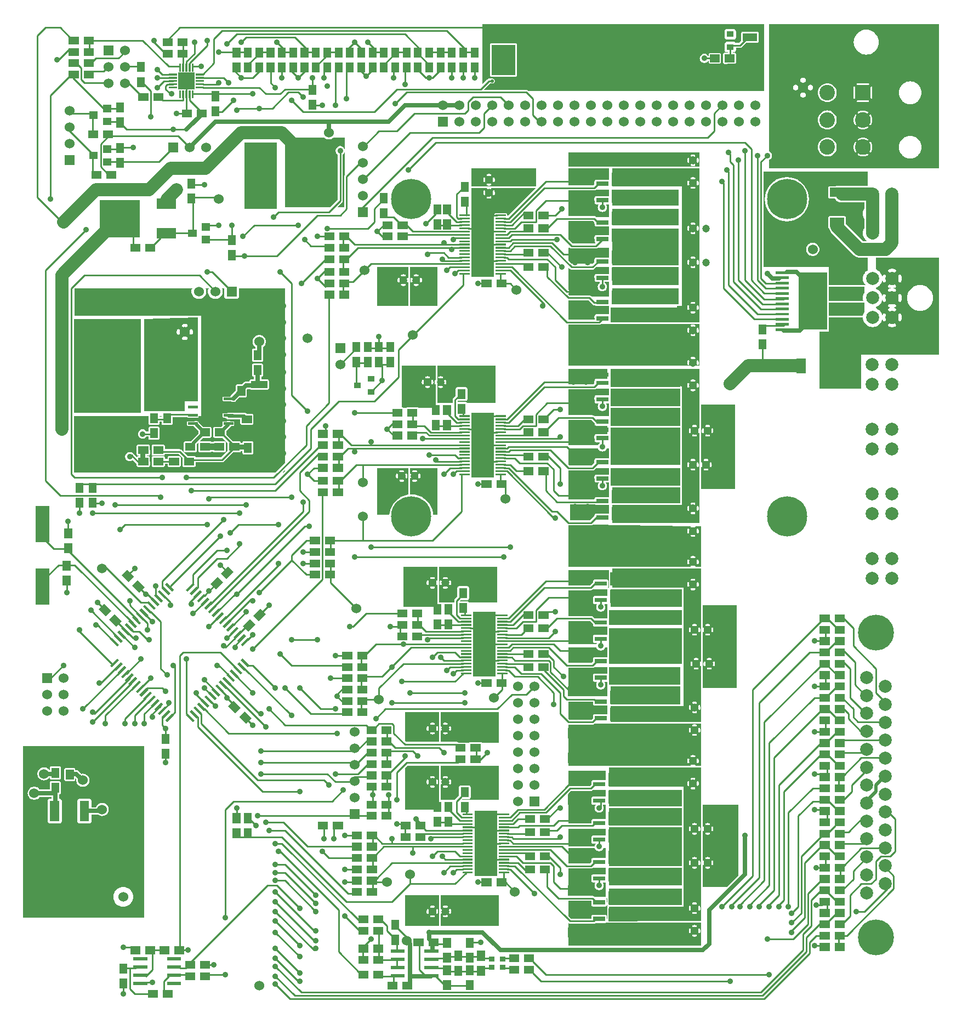
<source format=gbr>
G04 start of page 2 for group 0 idx 0 *
G04 Title: (unknown), top *
G04 Creator: pcb 4.2.0 *
G04 CreationDate: Fri Sep 20 02:47:33 2019 UTC *
G04 For: doug *
G04 Format: Gerber/RS-274X *
G04 PCB-Dimensions (mil): 5602.36 6102.36 *
G04 PCB-Coordinate-Origin: lower left *
%MOIN*%
%FSLAX25Y25*%
%LNTOP*%
%ADD37C,0.0709*%
%ADD36C,0.0402*%
%ADD35C,0.1181*%
%ADD34C,0.0429*%
%ADD33C,0.1201*%
%ADD32C,0.0276*%
%ADD31C,0.0380*%
%ADD30C,0.1280*%
%ADD29C,0.0591*%
%ADD28C,0.0350*%
%ADD27C,0.0090*%
%ADD26C,0.0210*%
%ADD25C,0.0360*%
%ADD24C,0.0270*%
%ADD23C,0.2441*%
%ADD22C,0.0945*%
%ADD21C,0.0787*%
%ADD20C,0.2178*%
%ADD19C,0.0472*%
%ADD18C,0.0600*%
%ADD17C,0.0300*%
%ADD16C,0.0400*%
%ADD15C,0.0800*%
%ADD14C,0.0200*%
%ADD13C,0.0250*%
%ADD12C,0.0100*%
%ADD11C,0.0001*%
G54D11*G36*
X412342Y391732D02*X413386D01*
Y355744D01*
X413376Y355747D01*
X413284Y355757D01*
X413190Y355752D01*
X413099Y355733D01*
X413012Y355700D01*
X412931Y355653D01*
X412858Y355595D01*
X412795Y355525D01*
X412744Y355447D01*
X412706Y355362D01*
X412682Y355272D01*
X412672Y355179D01*
X412676Y355086D01*
X412697Y354995D01*
X412753Y354777D01*
X412785Y354555D01*
X412795Y354331D01*
X412785Y354106D01*
X412753Y353884D01*
X412700Y353666D01*
X412679Y353575D01*
X412674Y353482D01*
X412684Y353390D01*
X412709Y353300D01*
X412747Y353215D01*
X412797Y353138D01*
X412860Y353069D01*
X412932Y353010D01*
X413013Y352964D01*
X413100Y352931D01*
X413191Y352912D01*
X413283Y352907D01*
X413376Y352917D01*
X413386Y352920D01*
Y298228D01*
X412342D01*
Y305668D01*
X412392Y305673D01*
X412481Y305697D01*
X412566Y305735D01*
X412644Y305786D01*
X412713Y305849D01*
X412771Y305921D01*
X412817Y306002D01*
X412849Y306089D01*
X412932Y306416D01*
X412980Y306750D01*
X412996Y307087D01*
X412980Y307424D01*
X412932Y307757D01*
X412853Y308085D01*
X412820Y308173D01*
X412773Y308254D01*
X412715Y308326D01*
X412646Y308389D01*
X412567Y308440D01*
X412482Y308478D01*
X412392Y308503D01*
X412342Y308508D01*
Y332243D01*
X412392Y332248D01*
X412481Y332272D01*
X412566Y332310D01*
X412644Y332361D01*
X412713Y332423D01*
X412771Y332496D01*
X412817Y332576D01*
X412849Y332664D01*
X412932Y332991D01*
X412980Y333324D01*
X412996Y333661D01*
X412980Y333998D01*
X412932Y334332D01*
X412853Y334660D01*
X412820Y334748D01*
X412773Y334829D01*
X412715Y334901D01*
X412646Y334964D01*
X412567Y335015D01*
X412482Y335053D01*
X412392Y335078D01*
X412342Y335083D01*
Y380471D01*
X412392Y380476D01*
X412481Y380501D01*
X412566Y380539D01*
X412644Y380589D01*
X412713Y380652D01*
X412771Y380724D01*
X412817Y380805D01*
X412849Y380892D01*
X412932Y381219D01*
X412980Y381553D01*
X412996Y381890D01*
X412980Y382227D01*
X412932Y382561D01*
X412853Y382888D01*
X412820Y382976D01*
X412773Y383057D01*
X412715Y383130D01*
X412646Y383192D01*
X412567Y383243D01*
X412482Y383281D01*
X412392Y383306D01*
X412342Y383311D01*
Y391732D01*
G37*
G36*
X409450D02*X412342D01*
Y383311D01*
X412299Y383316D01*
X412206Y383311D01*
X412115Y383292D01*
X412027Y383259D01*
X411946Y383212D01*
X411874Y383154D01*
X411811Y383085D01*
X411760Y383006D01*
X411722Y382921D01*
X411697Y382831D01*
X411687Y382738D01*
X411692Y382645D01*
X411713Y382554D01*
X411768Y382337D01*
X411800Y382114D01*
X411811Y381890D01*
X411800Y381665D01*
X411768Y381443D01*
X411715Y381225D01*
X411695Y381134D01*
X411690Y381041D01*
X411700Y380949D01*
X411724Y380859D01*
X411762Y380774D01*
X411813Y380697D01*
X411875Y380628D01*
X411948Y380569D01*
X412028Y380523D01*
X412115Y380490D01*
X412206Y380471D01*
X412299Y380466D01*
X412342Y380471D01*
Y335083D01*
X412299Y335088D01*
X412206Y335083D01*
X412115Y335064D01*
X412027Y335030D01*
X411946Y334984D01*
X411874Y334925D01*
X411811Y334856D01*
X411760Y334778D01*
X411722Y334693D01*
X411697Y334603D01*
X411687Y334510D01*
X411692Y334417D01*
X411713Y334326D01*
X411768Y334108D01*
X411800Y333886D01*
X411811Y333661D01*
X411800Y333437D01*
X411768Y333215D01*
X411715Y332996D01*
X411695Y332906D01*
X411690Y332813D01*
X411700Y332721D01*
X411724Y332631D01*
X411762Y332546D01*
X411813Y332468D01*
X411875Y332399D01*
X411948Y332341D01*
X412028Y332295D01*
X412115Y332262D01*
X412206Y332243D01*
X412299Y332238D01*
X412342Y332243D01*
Y308508D01*
X412299Y308513D01*
X412206Y308508D01*
X412115Y308489D01*
X412027Y308456D01*
X411946Y308409D01*
X411874Y308351D01*
X411811Y308281D01*
X411760Y308203D01*
X411722Y308118D01*
X411697Y308028D01*
X411687Y307935D01*
X411692Y307842D01*
X411713Y307751D01*
X411768Y307533D01*
X411800Y307311D01*
X411811Y307087D01*
X411800Y306862D01*
X411768Y306640D01*
X411715Y306422D01*
X411695Y306331D01*
X411690Y306238D01*
X411700Y306146D01*
X411724Y306056D01*
X411762Y305971D01*
X411813Y305893D01*
X411875Y305825D01*
X411948Y305766D01*
X412028Y305720D01*
X412115Y305687D01*
X412206Y305668D01*
X412299Y305663D01*
X412342Y305668D01*
Y298228D01*
X409450D01*
Y303539D01*
X409786Y303555D01*
X410120Y303603D01*
X410448Y303683D01*
X410535Y303716D01*
X410616Y303762D01*
X410689Y303821D01*
X410751Y303890D01*
X410802Y303968D01*
X410841Y304053D01*
X410865Y304143D01*
X410875Y304236D01*
X410870Y304329D01*
X410851Y304421D01*
X410818Y304508D01*
X410771Y304589D01*
X410713Y304662D01*
X410644Y304724D01*
X410565Y304776D01*
X410480Y304814D01*
X410390Y304838D01*
X410297Y304848D01*
X410204Y304843D01*
X410113Y304823D01*
X409896Y304767D01*
X409673Y304735D01*
X409450Y304724D01*
Y309449D01*
X409673Y309438D01*
X409896Y309406D01*
X410114Y309353D01*
X410204Y309332D01*
X410297Y309328D01*
X410390Y309338D01*
X410479Y309362D01*
X410564Y309400D01*
X410642Y309451D01*
X410711Y309513D01*
X410769Y309586D01*
X410815Y309666D01*
X410849Y309753D01*
X410868Y309844D01*
X410872Y309937D01*
X410862Y310029D01*
X410838Y310119D01*
X410800Y310204D01*
X410749Y310282D01*
X410687Y310351D01*
X410614Y310409D01*
X410534Y310455D01*
X410446Y310487D01*
X410120Y310570D01*
X409786Y310618D01*
X409450Y310634D01*
Y330114D01*
X409786Y330130D01*
X410120Y330178D01*
X410448Y330258D01*
X410535Y330290D01*
X410616Y330337D01*
X410689Y330395D01*
X410751Y330465D01*
X410802Y330543D01*
X410841Y330628D01*
X410865Y330718D01*
X410875Y330811D01*
X410870Y330904D01*
X410851Y330996D01*
X410818Y331083D01*
X410771Y331164D01*
X410713Y331237D01*
X410644Y331299D01*
X410565Y331350D01*
X410480Y331389D01*
X410390Y331413D01*
X410297Y331423D01*
X410204Y331418D01*
X410113Y331397D01*
X409896Y331342D01*
X409673Y331310D01*
X409450Y331299D01*
Y336024D01*
X409673Y336013D01*
X409896Y335981D01*
X410114Y335928D01*
X410204Y335907D01*
X410297Y335903D01*
X410390Y335913D01*
X410479Y335937D01*
X410564Y335975D01*
X410642Y336026D01*
X410711Y336088D01*
X410769Y336160D01*
X410815Y336241D01*
X410849Y336328D01*
X410868Y336419D01*
X410872Y336512D01*
X410862Y336604D01*
X410838Y336694D01*
X410800Y336779D01*
X410749Y336857D01*
X410687Y336925D01*
X410614Y336984D01*
X410534Y337030D01*
X410446Y337061D01*
X410120Y337145D01*
X409786Y337193D01*
X409450Y337209D01*
Y350927D01*
X409762Y350847D01*
X410096Y350799D01*
X410433Y350783D01*
X410770Y350799D01*
X411104Y350847D01*
X411432Y350927D01*
X411519Y350960D01*
X411600Y351006D01*
X411673Y351065D01*
X411736Y351134D01*
X411787Y351212D01*
X411825Y351297D01*
X411849Y351387D01*
X411859Y351480D01*
X411855Y351574D01*
X411835Y351665D01*
X411802Y351752D01*
X411756Y351833D01*
X411697Y351906D01*
X411628Y351969D01*
X411550Y352020D01*
X411464Y352058D01*
X411374Y352082D01*
X411281Y352092D01*
X411188Y352088D01*
X411097Y352067D01*
X410880Y352011D01*
X410657Y351979D01*
X410433Y351969D01*
X410209Y351979D01*
X409986Y352011D01*
X409768Y352064D01*
X409678Y352085D01*
X409585Y352090D01*
X409492Y352080D01*
X409450Y352068D01*
Y356590D01*
X409492Y356579D01*
X409585Y356569D01*
X409678Y356574D01*
X409769Y356595D01*
X409986Y356650D01*
X410209Y356682D01*
X410433Y356693D01*
X410657Y356682D01*
X410880Y356650D01*
X411098Y356597D01*
X411189Y356577D01*
X411281Y356572D01*
X411374Y356582D01*
X411464Y356606D01*
X411548Y356644D01*
X411626Y356695D01*
X411695Y356757D01*
X411753Y356830D01*
X411800Y356910D01*
X411833Y356997D01*
X411852Y357088D01*
X411857Y357181D01*
X411847Y357273D01*
X411822Y357363D01*
X411784Y357448D01*
X411733Y357526D01*
X411671Y357595D01*
X411599Y357653D01*
X411518Y357699D01*
X411431Y357731D01*
X411104Y357814D01*
X410770Y357862D01*
X410433Y357878D01*
X410096Y357862D01*
X409762Y357814D01*
X409450Y357738D01*
Y378343D01*
X409786Y378358D01*
X410120Y378406D01*
X410448Y378486D01*
X410535Y378519D01*
X410616Y378565D01*
X410689Y378624D01*
X410751Y378693D01*
X410802Y378771D01*
X410841Y378856D01*
X410865Y378946D01*
X410875Y379039D01*
X410870Y379133D01*
X410851Y379224D01*
X410818Y379311D01*
X410771Y379392D01*
X410713Y379465D01*
X410644Y379528D01*
X410565Y379579D01*
X410480Y379617D01*
X410390Y379641D01*
X410297Y379651D01*
X410204Y379647D01*
X410113Y379626D01*
X409896Y379570D01*
X409673Y379538D01*
X409450Y379528D01*
Y384252D01*
X409673Y384241D01*
X409896Y384209D01*
X410114Y384156D01*
X410204Y384136D01*
X410297Y384131D01*
X410390Y384141D01*
X410479Y384165D01*
X410564Y384203D01*
X410642Y384254D01*
X410711Y384316D01*
X410769Y384389D01*
X410815Y384469D01*
X410849Y384556D01*
X410868Y384647D01*
X410872Y384740D01*
X410862Y384833D01*
X410838Y384922D01*
X410800Y385007D01*
X410749Y385085D01*
X410687Y385154D01*
X410614Y385212D01*
X410534Y385258D01*
X410446Y385290D01*
X410120Y385373D01*
X409786Y385421D01*
X409450Y385437D01*
Y391732D01*
G37*
G36*
X407540D02*X409450D01*
Y385437D01*
X409449Y385437D01*
X409112Y385421D01*
X408778Y385373D01*
X408450Y385294D01*
X408363Y385261D01*
X408282Y385214D01*
X408209Y385156D01*
X408146Y385087D01*
X408095Y385008D01*
X408057Y384923D01*
X408033Y384833D01*
X408023Y384740D01*
X408027Y384647D01*
X408047Y384556D01*
X408080Y384468D01*
X408126Y384387D01*
X408185Y384315D01*
X408254Y384252D01*
X408332Y384201D01*
X408417Y384163D01*
X408508Y384138D01*
X408600Y384128D01*
X408694Y384133D01*
X408785Y384154D01*
X409002Y384209D01*
X409224Y384241D01*
X409449Y384252D01*
X409450Y384252D01*
Y379528D01*
X409449Y379528D01*
X409224Y379538D01*
X409002Y379570D01*
X408784Y379623D01*
X408693Y379644D01*
X408600Y379649D01*
X408508Y379639D01*
X408418Y379614D01*
X408334Y379576D01*
X408256Y379525D01*
X408187Y379463D01*
X408128Y379391D01*
X408082Y379310D01*
X408049Y379223D01*
X408030Y379132D01*
X408025Y379039D01*
X408035Y378947D01*
X408060Y378857D01*
X408098Y378772D01*
X408148Y378695D01*
X408211Y378626D01*
X408283Y378567D01*
X408364Y378521D01*
X408451Y378490D01*
X408778Y378406D01*
X409112Y378358D01*
X409449Y378342D01*
X409450Y378343D01*
Y357738D01*
X409434Y357735D01*
X409347Y357702D01*
X409266Y357655D01*
X409193Y357597D01*
X409131Y357527D01*
X409080Y357449D01*
X409041Y357364D01*
X409017Y357274D01*
X409007Y357181D01*
X409012Y357088D01*
X409031Y356996D01*
X409064Y356909D01*
X409110Y356828D01*
X409169Y356756D01*
X409238Y356693D01*
X409316Y356642D01*
X409402Y356604D01*
X409450Y356590D01*
Y352068D01*
X409403Y352055D01*
X409318Y352017D01*
X409240Y351966D01*
X409171Y351904D01*
X409113Y351832D01*
X409066Y351751D01*
X409033Y351664D01*
X409014Y351573D01*
X409010Y351480D01*
X409020Y351388D01*
X409044Y351298D01*
X409082Y351213D01*
X409133Y351136D01*
X409195Y351067D01*
X409267Y351008D01*
X409348Y350962D01*
X409435Y350931D01*
X409450Y350927D01*
Y337209D01*
X409449Y337209D01*
X409112Y337193D01*
X408778Y337145D01*
X408450Y337065D01*
X408363Y337032D01*
X408282Y336986D01*
X408209Y336927D01*
X408146Y336858D01*
X408095Y336780D01*
X408057Y336695D01*
X408033Y336605D01*
X408023Y336512D01*
X408027Y336419D01*
X408047Y336327D01*
X408080Y336240D01*
X408126Y336159D01*
X408185Y336086D01*
X408254Y336024D01*
X408332Y335973D01*
X408417Y335934D01*
X408508Y335910D01*
X408600Y335900D01*
X408694Y335905D01*
X408785Y335926D01*
X409002Y335981D01*
X409224Y336013D01*
X409449Y336024D01*
X409450Y336024D01*
Y331299D01*
X409449Y331299D01*
X409224Y331310D01*
X409002Y331342D01*
X408784Y331395D01*
X408693Y331416D01*
X408600Y331420D01*
X408508Y331410D01*
X408418Y331386D01*
X408334Y331348D01*
X408256Y331297D01*
X408187Y331235D01*
X408128Y331162D01*
X408082Y331082D01*
X408049Y330995D01*
X408030Y330904D01*
X408025Y330811D01*
X408035Y330719D01*
X408060Y330629D01*
X408098Y330544D01*
X408148Y330466D01*
X408211Y330397D01*
X408283Y330339D01*
X408364Y330293D01*
X408451Y330261D01*
X408778Y330178D01*
X409112Y330130D01*
X409449Y330114D01*
X409450Y330114D01*
Y310634D01*
X409449Y310634D01*
X409112Y310618D01*
X408778Y310570D01*
X408450Y310490D01*
X408363Y310458D01*
X408282Y310411D01*
X408209Y310353D01*
X408146Y310283D01*
X408095Y310205D01*
X408057Y310120D01*
X408033Y310030D01*
X408023Y309937D01*
X408027Y309844D01*
X408047Y309752D01*
X408080Y309665D01*
X408126Y309584D01*
X408185Y309511D01*
X408254Y309449D01*
X408332Y309398D01*
X408417Y309360D01*
X408508Y309335D01*
X408600Y309325D01*
X408694Y309330D01*
X408785Y309351D01*
X409002Y309406D01*
X409224Y309438D01*
X409449Y309449D01*
X409450Y309449D01*
Y304724D01*
X409449Y304724D01*
X409224Y304735D01*
X409002Y304767D01*
X408784Y304820D01*
X408693Y304841D01*
X408600Y304845D01*
X408508Y304835D01*
X408418Y304811D01*
X408334Y304773D01*
X408256Y304722D01*
X408187Y304660D01*
X408128Y304588D01*
X408082Y304507D01*
X408049Y304420D01*
X408030Y304329D01*
X408025Y304236D01*
X408035Y304144D01*
X408060Y304054D01*
X408098Y303969D01*
X408148Y303891D01*
X408211Y303823D01*
X408283Y303764D01*
X408364Y303718D01*
X408451Y303687D01*
X408778Y303603D01*
X409112Y303555D01*
X409449Y303539D01*
X409450Y303539D01*
Y298228D01*
X407540D01*
Y352909D01*
X407583Y352905D01*
X407676Y352909D01*
X407767Y352928D01*
X407855Y352962D01*
X407936Y353008D01*
X408008Y353067D01*
X408071Y353136D01*
X408122Y353214D01*
X408160Y353299D01*
X408185Y353389D01*
X408195Y353482D01*
X408190Y353576D01*
X408169Y353666D01*
X408113Y353884D01*
X408082Y354106D01*
X408071Y354331D01*
X408082Y354555D01*
X408113Y354777D01*
X408166Y354996D01*
X408187Y355086D01*
X408192Y355179D01*
X408182Y355271D01*
X408158Y355361D01*
X408120Y355446D01*
X408069Y355524D01*
X408006Y355593D01*
X407934Y355651D01*
X407853Y355697D01*
X407767Y355730D01*
X407676Y355750D01*
X407583Y355754D01*
X407540Y355750D01*
Y391732D01*
G37*
G36*
X406556D02*X407540D01*
Y355750D01*
X407490Y355744D01*
X407401Y355720D01*
X407316Y355682D01*
X407238Y355631D01*
X407169Y355569D01*
X407111Y355496D01*
X407064Y355416D01*
X407033Y355328D01*
X406950Y355002D01*
X406902Y354668D01*
X406886Y354331D01*
X406902Y353994D01*
X406950Y353660D01*
X407029Y353332D01*
X407062Y353245D01*
X407108Y353164D01*
X407167Y353091D01*
X407236Y353028D01*
X407314Y352977D01*
X407400Y352939D01*
X407490Y352915D01*
X407540Y352909D01*
Y298228D01*
X406556D01*
Y305665D01*
X406598Y305660D01*
X406692Y305665D01*
X406783Y305684D01*
X406870Y305718D01*
X406951Y305764D01*
X407024Y305823D01*
X407087Y305892D01*
X407138Y305970D01*
X407176Y306055D01*
X407200Y306145D01*
X407210Y306238D01*
X407206Y306331D01*
X407185Y306422D01*
X407129Y306640D01*
X407097Y306862D01*
X407087Y307087D01*
X407097Y307311D01*
X407129Y307533D01*
X407182Y307752D01*
X407203Y307842D01*
X407208Y307935D01*
X407198Y308027D01*
X407173Y308117D01*
X407135Y308202D01*
X407085Y308280D01*
X407022Y308349D01*
X406950Y308407D01*
X406869Y308453D01*
X406782Y308486D01*
X406691Y308505D01*
X406598Y308510D01*
X406556Y308505D01*
Y332240D01*
X406598Y332235D01*
X406692Y332240D01*
X406783Y332259D01*
X406870Y332292D01*
X406951Y332339D01*
X407024Y332397D01*
X407087Y332467D01*
X407138Y332545D01*
X407176Y332630D01*
X407200Y332720D01*
X407210Y332813D01*
X407206Y332906D01*
X407185Y332997D01*
X407129Y333215D01*
X407097Y333437D01*
X407087Y333661D01*
X407097Y333886D01*
X407129Y334108D01*
X407182Y334326D01*
X407203Y334417D01*
X407208Y334510D01*
X407198Y334602D01*
X407173Y334692D01*
X407135Y334777D01*
X407085Y334855D01*
X407022Y334923D01*
X406950Y334982D01*
X406869Y335028D01*
X406782Y335061D01*
X406691Y335080D01*
X406598Y335085D01*
X406556Y335080D01*
Y380468D01*
X406598Y380464D01*
X406692Y380468D01*
X406783Y380487D01*
X406870Y380521D01*
X406951Y380567D01*
X407024Y380626D01*
X407087Y380695D01*
X407138Y380773D01*
X407176Y380858D01*
X407200Y380948D01*
X407210Y381041D01*
X407206Y381135D01*
X407185Y381225D01*
X407129Y381443D01*
X407097Y381665D01*
X407087Y381890D01*
X407097Y382114D01*
X407129Y382337D01*
X407182Y382555D01*
X407203Y382645D01*
X407208Y382738D01*
X407198Y382831D01*
X407173Y382920D01*
X407135Y383005D01*
X407085Y383083D01*
X407022Y383152D01*
X406950Y383210D01*
X406869Y383256D01*
X406782Y383289D01*
X406691Y383309D01*
X406598Y383313D01*
X406556Y383309D01*
Y391732D01*
G37*
G36*
X399606D02*X406556D01*
Y383309D01*
X406506Y383303D01*
X406416Y383279D01*
X406332Y383241D01*
X406254Y383190D01*
X406185Y383128D01*
X406126Y383055D01*
X406080Y382975D01*
X406049Y382887D01*
X405966Y382561D01*
X405918Y382227D01*
X405902Y381890D01*
X405918Y381553D01*
X405966Y381219D01*
X406045Y380891D01*
X406078Y380804D01*
X406124Y380723D01*
X406183Y380650D01*
X406252Y380587D01*
X406330Y380536D01*
X406415Y380498D01*
X406506Y380474D01*
X406556Y380468D01*
Y335080D01*
X406506Y335075D01*
X406416Y335051D01*
X406332Y335013D01*
X406254Y334962D01*
X406185Y334899D01*
X406126Y334827D01*
X406080Y334746D01*
X406049Y334659D01*
X405966Y334332D01*
X405918Y333998D01*
X405902Y333661D01*
X405918Y333324D01*
X405966Y332991D01*
X406045Y332663D01*
X406078Y332575D01*
X406124Y332494D01*
X406183Y332422D01*
X406252Y332359D01*
X406330Y332308D01*
X406415Y332270D01*
X406506Y332245D01*
X406556Y332240D01*
Y308505D01*
X406506Y308500D01*
X406416Y308476D01*
X406332Y308438D01*
X406254Y308387D01*
X406185Y308325D01*
X406126Y308252D01*
X406080Y308172D01*
X406049Y308084D01*
X405966Y307757D01*
X405918Y307424D01*
X405902Y307087D01*
X405918Y306750D01*
X405966Y306416D01*
X406045Y306088D01*
X406078Y306001D01*
X406124Y305920D01*
X406183Y305847D01*
X406252Y305784D01*
X406330Y305733D01*
X406415Y305695D01*
X406506Y305670D01*
X406556Y305665D01*
Y298228D01*
X399606D01*
Y308071D01*
X402559D01*
Y381890D01*
X399606D01*
Y391732D01*
G37*
G36*
X421200Y370079D02*X435039D01*
Y318898D01*
X421200D01*
Y352912D01*
X421250Y352917D01*
X421340Y352942D01*
X421424Y352980D01*
X421502Y353030D01*
X421571Y353093D01*
X421629Y353165D01*
X421676Y353246D01*
X421707Y353333D01*
X421790Y353660D01*
X421838Y353994D01*
X421854Y354331D01*
X421838Y354668D01*
X421790Y355002D01*
X421711Y355329D01*
X421678Y355417D01*
X421632Y355498D01*
X421573Y355571D01*
X421504Y355633D01*
X421426Y355684D01*
X421340Y355722D01*
X421250Y355747D01*
X421200Y355752D01*
Y370079D01*
G37*
G36*
X420216D02*X421200D01*
Y355752D01*
X421158Y355757D01*
X421064Y355752D01*
X420973Y355733D01*
X420886Y355700D01*
X420805Y355653D01*
X420732Y355595D01*
X420669Y355525D01*
X420618Y355447D01*
X420580Y355362D01*
X420556Y355272D01*
X420546Y355179D01*
X420550Y355086D01*
X420571Y354995D01*
X420627Y354777D01*
X420659Y354555D01*
X420669Y354331D01*
X420659Y354106D01*
X420627Y353884D01*
X420574Y353666D01*
X420553Y353575D01*
X420548Y353482D01*
X420558Y353390D01*
X420583Y353300D01*
X420621Y353215D01*
X420671Y353138D01*
X420734Y353069D01*
X420806Y353010D01*
X420887Y352964D01*
X420974Y352931D01*
X421065Y352912D01*
X421157Y352907D01*
X421200Y352912D01*
Y318898D01*
X420216D01*
Y332243D01*
X420266Y332248D01*
X420355Y332272D01*
X420440Y332310D01*
X420518Y332361D01*
X420587Y332423D01*
X420645Y332496D01*
X420691Y332576D01*
X420723Y332664D01*
X420806Y332991D01*
X420854Y333324D01*
X420870Y333661D01*
X420854Y333998D01*
X420806Y334332D01*
X420727Y334660D01*
X420694Y334748D01*
X420647Y334829D01*
X420589Y334901D01*
X420520Y334964D01*
X420441Y335015D01*
X420356Y335053D01*
X420266Y335078D01*
X420216Y335083D01*
Y370079D01*
G37*
G36*
X417324D02*X420216D01*
Y335083D01*
X420173Y335088D01*
X420080Y335083D01*
X419989Y335064D01*
X419901Y335030D01*
X419820Y334984D01*
X419748Y334925D01*
X419685Y334856D01*
X419634Y334778D01*
X419596Y334693D01*
X419571Y334603D01*
X419561Y334510D01*
X419566Y334417D01*
X419587Y334326D01*
X419642Y334108D01*
X419674Y333886D01*
X419685Y333661D01*
X419674Y333437D01*
X419642Y333215D01*
X419589Y332996D01*
X419569Y332906D01*
X419564Y332813D01*
X419574Y332721D01*
X419598Y332631D01*
X419636Y332546D01*
X419687Y332468D01*
X419750Y332399D01*
X419822Y332341D01*
X419903Y332295D01*
X419989Y332262D01*
X420080Y332243D01*
X420173Y332238D01*
X420216Y332243D01*
Y318898D01*
X417324D01*
Y330114D01*
X417660Y330130D01*
X417994Y330178D01*
X418322Y330258D01*
X418409Y330290D01*
X418490Y330337D01*
X418563Y330395D01*
X418625Y330465D01*
X418676Y330543D01*
X418715Y330628D01*
X418739Y330718D01*
X418749Y330811D01*
X418744Y330904D01*
X418725Y330996D01*
X418692Y331083D01*
X418645Y331164D01*
X418587Y331237D01*
X418518Y331299D01*
X418439Y331350D01*
X418354Y331389D01*
X418264Y331413D01*
X418171Y331423D01*
X418078Y331418D01*
X417987Y331397D01*
X417770Y331342D01*
X417547Y331310D01*
X417324Y331299D01*
Y336024D01*
X417547Y336013D01*
X417770Y335981D01*
X417988Y335928D01*
X418078Y335907D01*
X418171Y335903D01*
X418264Y335913D01*
X418353Y335937D01*
X418438Y335975D01*
X418516Y336026D01*
X418585Y336088D01*
X418643Y336160D01*
X418689Y336241D01*
X418723Y336328D01*
X418742Y336419D01*
X418746Y336512D01*
X418736Y336604D01*
X418712Y336694D01*
X418674Y336779D01*
X418623Y336857D01*
X418561Y336925D01*
X418488Y336984D01*
X418408Y337030D01*
X418320Y337061D01*
X417994Y337145D01*
X417660Y337193D01*
X417324Y337209D01*
Y350927D01*
X417636Y350847D01*
X417970Y350799D01*
X418307Y350783D01*
X418644Y350799D01*
X418978Y350847D01*
X419306Y350927D01*
X419393Y350960D01*
X419474Y351006D01*
X419547Y351065D01*
X419610Y351134D01*
X419661Y351212D01*
X419699Y351297D01*
X419723Y351387D01*
X419733Y351480D01*
X419729Y351574D01*
X419709Y351665D01*
X419676Y351752D01*
X419630Y351833D01*
X419571Y351906D01*
X419502Y351969D01*
X419424Y352020D01*
X419338Y352058D01*
X419248Y352082D01*
X419156Y352092D01*
X419062Y352088D01*
X418971Y352067D01*
X418754Y352011D01*
X418531Y351979D01*
X418307Y351969D01*
X418083Y351979D01*
X417860Y352011D01*
X417642Y352064D01*
X417552Y352085D01*
X417459Y352090D01*
X417366Y352080D01*
X417324Y352068D01*
Y356590D01*
X417366Y356579D01*
X417459Y356569D01*
X417552Y356574D01*
X417643Y356595D01*
X417860Y356650D01*
X418083Y356682D01*
X418307Y356693D01*
X418531Y356682D01*
X418754Y356650D01*
X418972Y356597D01*
X419063Y356577D01*
X419155Y356572D01*
X419248Y356582D01*
X419338Y356606D01*
X419422Y356644D01*
X419500Y356695D01*
X419569Y356757D01*
X419627Y356830D01*
X419674Y356910D01*
X419707Y356997D01*
X419726Y357088D01*
X419731Y357181D01*
X419721Y357273D01*
X419696Y357363D01*
X419658Y357448D01*
X419607Y357526D01*
X419545Y357595D01*
X419473Y357653D01*
X419392Y357699D01*
X419305Y357731D01*
X418978Y357814D01*
X418644Y357862D01*
X418307Y357878D01*
X417970Y357862D01*
X417636Y357814D01*
X417324Y357738D01*
Y370079D01*
G37*
G36*
X415414D02*X417324D01*
Y357738D01*
X417308Y357735D01*
X417221Y357702D01*
X417140Y357655D01*
X417067Y357597D01*
X417005Y357527D01*
X416954Y357449D01*
X416915Y357364D01*
X416891Y357274D01*
X416881Y357181D01*
X416886Y357088D01*
X416905Y356996D01*
X416938Y356909D01*
X416984Y356828D01*
X417043Y356756D01*
X417112Y356693D01*
X417190Y356642D01*
X417276Y356604D01*
X417324Y356590D01*
Y352068D01*
X417277Y352055D01*
X417192Y352017D01*
X417114Y351966D01*
X417045Y351904D01*
X416987Y351832D01*
X416940Y351751D01*
X416907Y351664D01*
X416888Y351573D01*
X416884Y351480D01*
X416894Y351388D01*
X416918Y351298D01*
X416956Y351213D01*
X417007Y351136D01*
X417069Y351067D01*
X417142Y351008D01*
X417222Y350962D01*
X417310Y350931D01*
X417324Y350927D01*
Y337209D01*
X417323Y337209D01*
X416986Y337193D01*
X416652Y337145D01*
X416324Y337065D01*
X416237Y337032D01*
X416156Y336986D01*
X416083Y336927D01*
X416020Y336858D01*
X415969Y336780D01*
X415931Y336695D01*
X415907Y336605D01*
X415897Y336512D01*
X415901Y336419D01*
X415921Y336327D01*
X415954Y336240D01*
X416000Y336159D01*
X416059Y336086D01*
X416128Y336024D01*
X416206Y335973D01*
X416291Y335934D01*
X416382Y335910D01*
X416474Y335900D01*
X416568Y335905D01*
X416659Y335926D01*
X416876Y335981D01*
X417098Y336013D01*
X417323Y336024D01*
X417324Y336024D01*
Y331299D01*
X417323Y331299D01*
X417098Y331310D01*
X416876Y331342D01*
X416658Y331395D01*
X416567Y331416D01*
X416474Y331420D01*
X416382Y331410D01*
X416292Y331386D01*
X416208Y331348D01*
X416130Y331297D01*
X416061Y331235D01*
X416002Y331162D01*
X415956Y331082D01*
X415923Y330995D01*
X415904Y330904D01*
X415899Y330811D01*
X415909Y330719D01*
X415934Y330629D01*
X415972Y330544D01*
X416022Y330466D01*
X416085Y330397D01*
X416157Y330339D01*
X416238Y330293D01*
X416325Y330261D01*
X416652Y330178D01*
X416986Y330130D01*
X417323Y330114D01*
X417324Y330114D01*
Y318898D01*
X415414D01*
Y352909D01*
X415457Y352905D01*
X415550Y352909D01*
X415641Y352928D01*
X415729Y352962D01*
X415810Y353008D01*
X415882Y353067D01*
X415945Y353136D01*
X415996Y353214D01*
X416034Y353299D01*
X416059Y353389D01*
X416069Y353482D01*
X416064Y353576D01*
X416043Y353666D01*
X415988Y353884D01*
X415956Y354106D01*
X415945Y354331D01*
X415956Y354555D01*
X415988Y354777D01*
X416040Y354996D01*
X416061Y355086D01*
X416066Y355179D01*
X416056Y355271D01*
X416032Y355361D01*
X415994Y355446D01*
X415943Y355524D01*
X415880Y355593D01*
X415808Y355651D01*
X415727Y355697D01*
X415641Y355730D01*
X415550Y355750D01*
X415457Y355754D01*
X415414Y355750D01*
Y370079D01*
G37*
G36*
X414370D02*X415414D01*
Y355750D01*
X415364Y355744D01*
X415275Y355720D01*
X415190Y355682D01*
X415112Y355631D01*
X415043Y355569D01*
X414985Y355496D01*
X414938Y355416D01*
X414907Y355328D01*
X414824Y355002D01*
X414776Y354668D01*
X414760Y354331D01*
X414776Y353994D01*
X414824Y353660D01*
X414903Y353332D01*
X414936Y353245D01*
X414982Y353164D01*
X415041Y353091D01*
X415110Y353028D01*
X415188Y352977D01*
X415274Y352939D01*
X415364Y352915D01*
X415414Y352909D01*
Y318898D01*
X414370D01*
Y332248D01*
X414380Y332245D01*
X414472Y332235D01*
X414566Y332240D01*
X414657Y332259D01*
X414744Y332292D01*
X414825Y332339D01*
X414898Y332397D01*
X414961Y332467D01*
X415012Y332545D01*
X415050Y332630D01*
X415074Y332720D01*
X415084Y332813D01*
X415080Y332906D01*
X415059Y332997D01*
X415003Y333215D01*
X414971Y333437D01*
X414961Y333661D01*
X414971Y333886D01*
X415003Y334108D01*
X415056Y334326D01*
X415077Y334417D01*
X415082Y334510D01*
X415072Y334602D01*
X415047Y334692D01*
X415009Y334777D01*
X414959Y334855D01*
X414896Y334923D01*
X414824Y334982D01*
X414743Y335028D01*
X414656Y335061D01*
X414565Y335080D01*
X414472Y335085D01*
X414380Y335075D01*
X414370Y335072D01*
Y370079D01*
G37*
G36*
X360236Y309055D02*X402559D01*
Y298228D01*
X360236D01*
Y309055D01*
G37*
G36*
X358268Y309127D02*Y303983D01*
X358177Y304005D01*
X357992Y304016D01*
X350523Y304005D01*
X350343Y303961D01*
X350171Y303890D01*
X350012Y303793D01*
X349871Y303672D01*
X349750Y303531D01*
X349653Y303373D01*
X349582Y303201D01*
X349539Y303020D01*
X349528Y302835D01*
X349529Y302438D01*
X346820Y299728D01*
X334646D01*
Y309524D01*
X349798D01*
X349871Y309438D01*
X350012Y309317D01*
X350171Y309220D01*
X350343Y309149D01*
X350523Y309105D01*
X350709Y309094D01*
X358177Y309105D01*
X358268Y309127D01*
G37*
G36*
X360236Y319882D02*X401575D01*
Y310039D01*
X360236D01*
Y319882D01*
G37*
G36*
X333661Y312524D02*Y330188D01*
X333661D01*
X333720Y330193D01*
X348366D01*
X348425Y330188D01*
X348660Y330207D01*
X348661Y330207D01*
X348890Y330262D01*
X349108Y330352D01*
X349310Y330476D01*
X349489Y330629D01*
X349527Y330674D01*
X350547Y331693D01*
X358268D01*
Y327605D01*
X358177Y327627D01*
X357992Y327638D01*
X350523Y327627D01*
X350343Y327583D01*
X350171Y327512D01*
X350012Y327415D01*
X349871Y327294D01*
X349750Y327153D01*
X349653Y326995D01*
X349582Y326823D01*
X349539Y326642D01*
X349528Y326457D01*
X349539Y323712D01*
X349582Y323532D01*
X349653Y323360D01*
X349750Y323201D01*
X349871Y323060D01*
X350012Y322939D01*
X350171Y322842D01*
X350343Y322771D01*
X350523Y322727D01*
X350709Y322717D01*
X352231Y322719D01*
X352058Y322517D01*
X351828Y322141D01*
X351660Y321734D01*
X351557Y321306D01*
X351522Y320866D01*
X351557Y320427D01*
X351660Y319998D01*
X351828Y319591D01*
X352058Y319215D01*
X352345Y318880D01*
X352680Y318594D01*
X353056Y318364D01*
X353463Y318195D01*
X353891Y318092D01*
X354331Y318058D01*
X354770Y318092D01*
X355199Y318195D01*
X355606Y318364D01*
X355982Y318594D01*
X356317Y318880D01*
X356603Y319215D01*
X356833Y319591D01*
X357002Y319998D01*
X357105Y320427D01*
X357131Y320866D01*
X357105Y321306D01*
X357002Y321734D01*
X356833Y322141D01*
X356603Y322517D01*
X356425Y322725D01*
X358177Y322727D01*
X358268Y322749D01*
Y313983D01*
X358177Y314005D01*
X357992Y314016D01*
X350523Y314005D01*
X350343Y313961D01*
X350171Y313890D01*
X350012Y313793D01*
X349871Y313672D01*
X349750Y313531D01*
X349653Y313373D01*
X349582Y313201D01*
X349539Y313020D01*
X349528Y312835D01*
X349529Y312524D01*
X333661D01*
G37*
G36*
Y333814D02*Y343356D01*
X333741Y343424D01*
X333809Y343504D01*
X351708D01*
X351828Y343213D01*
X352058Y342837D01*
X352345Y342502D01*
X352680Y342216D01*
X353056Y341986D01*
X353463Y341817D01*
X353891Y341714D01*
X354331Y341680D01*
X354770Y341714D01*
X355199Y341817D01*
X355606Y341986D01*
X355982Y342216D01*
X356317Y342502D01*
X356603Y342837D01*
X356833Y343213D01*
X356954Y343504D01*
X358268D01*
Y337605D01*
X358177Y337627D01*
X357992Y337638D01*
X350523Y337627D01*
X350343Y337583D01*
X350171Y337512D01*
X350012Y337415D01*
X349871Y337294D01*
X349750Y337153D01*
X349653Y336995D01*
X349582Y336823D01*
X349539Y336642D01*
X349528Y336457D01*
X349534Y334923D01*
X347804Y333193D01*
X334283D01*
X333661Y333814D01*
G37*
G36*
X359252Y331693D02*X401575D01*
Y320866D01*
X359252D01*
Y331693D01*
G37*
G36*
X401575Y356299D02*Y333661D01*
X359252D01*
Y356299D01*
X401575D01*
G37*
G36*
X541525Y601378D02*X559055D01*
Y513780D01*
X541525D01*
Y519861D01*
X541535Y519861D01*
X542617Y519946D01*
X543671Y520199D01*
X544673Y520614D01*
X545598Y521181D01*
X546422Y521885D01*
X547127Y522709D01*
X547693Y523634D01*
X548108Y524636D01*
X548361Y525691D01*
X548425Y526772D01*
X548361Y527853D01*
X548108Y528907D01*
X547693Y529909D01*
X547127Y530834D01*
X546422Y531658D01*
X545598Y532363D01*
X544673Y532929D01*
X543671Y533344D01*
X542617Y533598D01*
X541535Y533683D01*
X541525Y533682D01*
Y552932D01*
X541535Y552932D01*
X542617Y553017D01*
X543671Y553270D01*
X544673Y553685D01*
X545598Y554251D01*
X546422Y554956D01*
X547127Y555780D01*
X547693Y556705D01*
X548108Y557707D01*
X548361Y558761D01*
X548425Y559843D01*
X548361Y560924D01*
X548108Y561978D01*
X547693Y562980D01*
X547127Y563905D01*
X546422Y564729D01*
X545598Y565434D01*
X544673Y566000D01*
X543671Y566415D01*
X542617Y566668D01*
X541535Y566754D01*
X541525Y566753D01*
Y601378D01*
G37*
G36*
X518012D02*X541525D01*
Y566753D01*
X540454Y566668D01*
X539400Y566415D01*
X538398Y566000D01*
X537473Y565434D01*
X536649Y564729D01*
X535944Y563905D01*
X535378Y562980D01*
X534963Y561978D01*
X534710Y560924D01*
X534624Y559843D01*
X534710Y558761D01*
X534963Y557707D01*
X535378Y556705D01*
X535944Y555780D01*
X536649Y554956D01*
X537473Y554251D01*
X538398Y553685D01*
X539400Y553270D01*
X540454Y553017D01*
X541525Y552932D01*
Y533682D01*
X540454Y533598D01*
X539400Y533344D01*
X538398Y532929D01*
X537473Y532363D01*
X536649Y531658D01*
X535944Y530834D01*
X535378Y529909D01*
X534963Y528907D01*
X534710Y527853D01*
X534624Y526772D01*
X534710Y525691D01*
X534963Y524636D01*
X535378Y523634D01*
X535944Y522709D01*
X536649Y521885D01*
X537473Y521181D01*
X538398Y520614D01*
X539400Y520199D01*
X540454Y519946D01*
X541525Y519861D01*
Y513780D01*
X518012D01*
Y524453D01*
X518131Y524725D01*
X518296Y525221D01*
X518414Y525731D01*
X518486Y526249D01*
X518510Y526772D01*
X518486Y527294D01*
X518414Y527813D01*
X518296Y528322D01*
X518131Y528819D01*
X518012Y529091D01*
Y540988D01*
X518131Y541260D01*
X518296Y541757D01*
X518414Y542266D01*
X518486Y542784D01*
X518510Y543307D01*
X518486Y543830D01*
X518414Y544348D01*
X518296Y544858D01*
X518131Y545354D01*
X518012Y545626D01*
Y556101D01*
X518089Y556107D01*
X518164Y556125D01*
X518236Y556155D01*
X518302Y556195D01*
X518361Y556245D01*
X518411Y556304D01*
X518452Y556370D01*
X518481Y556442D01*
X518499Y556517D01*
X518504Y556594D01*
Y563091D01*
X518499Y563168D01*
X518481Y563243D01*
X518452Y563315D01*
X518411Y563381D01*
X518361Y563440D01*
X518302Y563490D01*
X518236Y563530D01*
X518164Y563560D01*
X518089Y563578D01*
X518012Y563584D01*
Y583693D01*
X518215Y583778D01*
X519232Y584401D01*
X520139Y585176D01*
X520914Y586083D01*
X521537Y587100D01*
X521994Y588202D01*
X522272Y589362D01*
X522343Y590551D01*
X522272Y591740D01*
X521994Y592900D01*
X521537Y594002D01*
X520914Y595020D01*
X520139Y595927D01*
X519232Y596701D01*
X518215Y597325D01*
X518012Y597409D01*
Y601378D01*
G37*
G36*
Y513780D02*X514752D01*
Y521406D01*
X514842Y521436D01*
X515322Y521646D01*
X515780Y521898D01*
X515844Y521944D01*
X515899Y521999D01*
X515945Y522063D01*
X515980Y522132D01*
X516005Y522207D01*
X516017Y522284D01*
X516017Y522362D01*
X516005Y522439D01*
X515981Y522514D01*
X515945Y522584D01*
X515899Y522647D01*
X515844Y522702D01*
X515781Y522748D01*
X515711Y522784D01*
X515636Y522808D01*
X515559Y522820D01*
X515481Y522820D01*
X515404Y522808D01*
X515329Y522784D01*
X515260Y522747D01*
X514884Y522534D01*
X514752Y522476D01*
Y531067D01*
X514884Y531009D01*
X515263Y530800D01*
X515331Y530764D01*
X515405Y530740D01*
X515481Y530728D01*
X515559Y530728D01*
X515635Y530740D01*
X515709Y530764D01*
X515778Y530799D01*
X515841Y530845D01*
X515895Y530900D01*
X515941Y530962D01*
X515976Y531031D01*
X516000Y531105D01*
X516012Y531181D01*
X516012Y531259D01*
X516000Y531335D01*
X515976Y531409D01*
X515941Y531478D01*
X515895Y531541D01*
X515840Y531596D01*
X515777Y531640D01*
X515322Y531897D01*
X514842Y532107D01*
X514752Y532137D01*
Y537942D01*
X514842Y537972D01*
X515322Y538181D01*
X515780Y538434D01*
X515844Y538479D01*
X515899Y538535D01*
X515945Y538598D01*
X515980Y538668D01*
X516005Y538742D01*
X516017Y538819D01*
X516017Y538898D01*
X516005Y538975D01*
X515981Y539049D01*
X515945Y539119D01*
X515899Y539182D01*
X515844Y539238D01*
X515781Y539284D01*
X515711Y539319D01*
X515636Y539343D01*
X515559Y539356D01*
X515481Y539356D01*
X515404Y539343D01*
X515329Y539319D01*
X515260Y539283D01*
X514884Y539069D01*
X514752Y539012D01*
Y547602D01*
X514884Y547545D01*
X515263Y547336D01*
X515331Y547299D01*
X515405Y547276D01*
X515481Y547263D01*
X515559Y547263D01*
X515635Y547276D01*
X515709Y547300D01*
X515778Y547335D01*
X515841Y547380D01*
X515895Y547435D01*
X515941Y547498D01*
X515976Y547567D01*
X516000Y547640D01*
X516012Y547717D01*
X516012Y547794D01*
X516000Y547871D01*
X515976Y547945D01*
X515941Y548014D01*
X515895Y548076D01*
X515840Y548131D01*
X515777Y548175D01*
X515322Y548433D01*
X514842Y548642D01*
X514752Y548672D01*
Y554134D01*
X516043D01*
X516121Y554138D01*
X516196Y554156D01*
X516267Y554186D01*
X516333Y554227D01*
X516392Y554277D01*
X516443Y554336D01*
X516483Y554402D01*
X516513Y554473D01*
X516531Y554549D01*
X516537Y554626D01*
X516531Y554703D01*
X516513Y554779D01*
X516483Y554850D01*
X516443Y554916D01*
X516392Y554975D01*
X516333Y555025D01*
X516267Y555066D01*
X516196Y555095D01*
X516121Y555114D01*
X516043Y555118D01*
X514752D01*
Y564567D01*
X516043D01*
X516121Y564571D01*
X516196Y564590D01*
X516267Y564619D01*
X516333Y564660D01*
X516392Y564710D01*
X516443Y564769D01*
X516483Y564835D01*
X516513Y564907D01*
X516531Y564982D01*
X516537Y565059D01*
X516531Y565136D01*
X516513Y565212D01*
X516483Y565283D01*
X516443Y565349D01*
X516392Y565408D01*
X516333Y565458D01*
X516267Y565499D01*
X516196Y565529D01*
X516121Y565547D01*
X516043Y565551D01*
X514752D01*
Y582950D01*
X514764Y582949D01*
X515953Y583043D01*
X517113Y583321D01*
X518012Y583693D01*
Y563584D01*
X517935Y563578D01*
X517859Y563560D01*
X517788Y563530D01*
X517722Y563490D01*
X517663Y563440D01*
X517612Y563381D01*
X517572Y563315D01*
X517542Y563243D01*
X517524Y563168D01*
X517520Y563091D01*
Y556594D01*
X517524Y556517D01*
X517542Y556442D01*
X517572Y556370D01*
X517612Y556304D01*
X517663Y556245D01*
X517722Y556195D01*
X517788Y556155D01*
X517859Y556125D01*
X517935Y556107D01*
X518012Y556101D01*
Y545626D01*
X517921Y545834D01*
X517668Y546292D01*
X517623Y546355D01*
X517568Y546411D01*
X517504Y546457D01*
X517435Y546492D01*
X517360Y546517D01*
X517283Y546529D01*
X517205Y546529D01*
X517127Y546517D01*
X517053Y546492D01*
X516983Y546457D01*
X516920Y546411D01*
X516865Y546356D01*
X516819Y546292D01*
X516783Y546223D01*
X516759Y546148D01*
X516747Y546071D01*
X516747Y545993D01*
X516759Y545915D01*
X516783Y545841D01*
X516820Y545772D01*
X517033Y545396D01*
X517206Y544999D01*
X517342Y544589D01*
X517441Y544168D01*
X517500Y543739D01*
X517520Y543307D01*
X517500Y542875D01*
X517441Y542446D01*
X517342Y542025D01*
X517206Y541615D01*
X517033Y541218D01*
X516824Y540840D01*
X516788Y540771D01*
X516764Y540698D01*
X516752Y540621D01*
X516752Y540544D01*
X516764Y540467D01*
X516788Y540393D01*
X516823Y540324D01*
X516868Y540262D01*
X516923Y540207D01*
X516986Y540162D01*
X517055Y540126D01*
X517129Y540102D01*
X517205Y540090D01*
X517283Y540090D01*
X517359Y540103D01*
X517433Y540126D01*
X517502Y540162D01*
X517564Y540207D01*
X517619Y540262D01*
X517663Y540325D01*
X517921Y540781D01*
X518012Y540988D01*
Y529091D01*
X517921Y529298D01*
X517668Y529756D01*
X517623Y529820D01*
X517568Y529875D01*
X517504Y529921D01*
X517435Y529957D01*
X517360Y529981D01*
X517283Y529993D01*
X517205Y529993D01*
X517127Y529981D01*
X517053Y529957D01*
X516983Y529921D01*
X516920Y529875D01*
X516865Y529820D01*
X516819Y529757D01*
X516783Y529687D01*
X516759Y529613D01*
X516747Y529536D01*
X516747Y529457D01*
X516759Y529380D01*
X516783Y529306D01*
X516820Y529237D01*
X517033Y528860D01*
X517206Y528464D01*
X517342Y528054D01*
X517441Y527632D01*
X517500Y527204D01*
X517520Y526772D01*
X517500Y526340D01*
X517441Y525911D01*
X517342Y525490D01*
X517206Y525079D01*
X517033Y524683D01*
X516824Y524304D01*
X516788Y524236D01*
X516764Y524162D01*
X516752Y524086D01*
X516752Y524008D01*
X516764Y523932D01*
X516788Y523858D01*
X516823Y523789D01*
X516868Y523726D01*
X516923Y523672D01*
X516986Y523626D01*
X517055Y523591D01*
X517129Y523567D01*
X517205Y523555D01*
X517283Y523555D01*
X517359Y523567D01*
X517433Y523591D01*
X517502Y523626D01*
X517564Y523672D01*
X517619Y523727D01*
X517663Y523790D01*
X517921Y524245D01*
X518012Y524453D01*
Y513780D01*
G37*
G36*
X514752Y601378D02*X518012D01*
Y597409D01*
X517113Y597781D01*
X515953Y598060D01*
X514764Y598153D01*
X514752Y598152D01*
Y601378D01*
G37*
G36*
X507579Y588093D02*X507990Y587100D01*
X508614Y586083D01*
X509388Y585176D01*
X510295Y584401D01*
X511312Y583778D01*
X512415Y583321D01*
X513575Y583043D01*
X514752Y582950D01*
Y565551D01*
X509547D01*
X509470Y565547D01*
X509395Y565529D01*
X509323Y565499D01*
X509257Y565458D01*
X509198Y565408D01*
X509148Y565349D01*
X509107Y565283D01*
X509078Y565212D01*
X509060Y565136D01*
X509054Y565059D01*
X509060Y564982D01*
X509078Y564907D01*
X509107Y564835D01*
X509148Y564769D01*
X509198Y564710D01*
X509257Y564660D01*
X509323Y564619D01*
X509395Y564590D01*
X509470Y564571D01*
X509547Y564567D01*
X514752D01*
Y555118D01*
X509547D01*
X509470Y555114D01*
X509395Y555095D01*
X509323Y555066D01*
X509257Y555025D01*
X509198Y554975D01*
X509148Y554916D01*
X509107Y554850D01*
X509078Y554779D01*
X509060Y554703D01*
X509054Y554626D01*
X509060Y554549D01*
X509078Y554473D01*
X509107Y554402D01*
X509148Y554336D01*
X509198Y554277D01*
X509257Y554227D01*
X509323Y554186D01*
X509395Y554156D01*
X509470Y554138D01*
X509547Y554134D01*
X514752D01*
Y548672D01*
X514346Y548807D01*
X513836Y548926D01*
X513318Y548998D01*
X512795Y549022D01*
X512273Y548998D01*
X511754Y548926D01*
X511245Y548807D01*
X510748Y548642D01*
X510269Y548433D01*
X509810Y548180D01*
X509747Y548135D01*
X509692Y548079D01*
X509646Y548016D01*
X509610Y547946D01*
X509586Y547872D01*
X509574Y547795D01*
X509574Y547717D01*
X509586Y547639D01*
X509610Y547565D01*
X509645Y547495D01*
X509691Y547432D01*
X509747Y547376D01*
X509810Y547330D01*
X509880Y547295D01*
X509954Y547271D01*
X510031Y547258D01*
X510110Y547258D01*
X510187Y547271D01*
X510261Y547295D01*
X510330Y547332D01*
X510707Y547545D01*
X511103Y547718D01*
X511513Y547854D01*
X511935Y547952D01*
X512363Y548012D01*
X512795Y548031D01*
X513227Y548012D01*
X513656Y547952D01*
X514077Y547854D01*
X514488Y547718D01*
X514752Y547602D01*
Y539012D01*
X514488Y538896D01*
X514077Y538760D01*
X513656Y538662D01*
X513227Y538602D01*
X512795Y538583D01*
X512363Y538602D01*
X511935Y538662D01*
X511513Y538760D01*
X511103Y538896D01*
X510707Y539069D01*
X510328Y539278D01*
X510259Y539315D01*
X510186Y539339D01*
X510109Y539351D01*
X510032Y539351D01*
X509955Y539339D01*
X509882Y539315D01*
X509813Y539279D01*
X509750Y539234D01*
X509695Y539179D01*
X509650Y539116D01*
X509615Y539047D01*
X509591Y538974D01*
X509579Y538897D01*
X509579Y538820D01*
X509591Y538743D01*
X509615Y538670D01*
X509650Y538601D01*
X509695Y538538D01*
X509750Y538483D01*
X509814Y538439D01*
X510269Y538181D01*
X510748Y537972D01*
X511245Y537807D01*
X511754Y537688D01*
X512273Y537616D01*
X512795Y537592D01*
X513318Y537616D01*
X513836Y537688D01*
X514346Y537807D01*
X514752Y537942D01*
Y532137D01*
X514346Y532272D01*
X513836Y532391D01*
X513318Y532462D01*
X512795Y532486D01*
X512273Y532462D01*
X511754Y532391D01*
X511245Y532272D01*
X510748Y532107D01*
X510269Y531897D01*
X509810Y531645D01*
X509747Y531599D01*
X509692Y531544D01*
X509646Y531481D01*
X509610Y531411D01*
X509586Y531337D01*
X509574Y531259D01*
X509574Y531181D01*
X509586Y531104D01*
X509610Y531029D01*
X509645Y530960D01*
X509691Y530896D01*
X509747Y530841D01*
X509810Y530795D01*
X509880Y530759D01*
X509954Y530735D01*
X510031Y530723D01*
X510110Y530723D01*
X510187Y530735D01*
X510261Y530759D01*
X510330Y530796D01*
X510707Y531009D01*
X511103Y531183D01*
X511513Y531319D01*
X511935Y531417D01*
X512363Y531476D01*
X512795Y531496D01*
X513227Y531476D01*
X513656Y531417D01*
X514077Y531319D01*
X514488Y531183D01*
X514752Y531067D01*
Y522476D01*
X514488Y522361D01*
X514077Y522224D01*
X513656Y522126D01*
X513227Y522067D01*
X512795Y522047D01*
X512363Y522067D01*
X511935Y522126D01*
X511513Y522224D01*
X511103Y522361D01*
X510707Y522534D01*
X510328Y522743D01*
X510259Y522779D01*
X510186Y522803D01*
X510109Y522815D01*
X510032Y522815D01*
X509955Y522803D01*
X509882Y522779D01*
X509813Y522744D01*
X509750Y522698D01*
X509695Y522644D01*
X509650Y522581D01*
X509615Y522512D01*
X509591Y522438D01*
X509579Y522362D01*
X509579Y522284D01*
X509591Y522208D01*
X509615Y522134D01*
X509650Y522065D01*
X509695Y522003D01*
X509750Y521948D01*
X509814Y521904D01*
X510269Y521646D01*
X510748Y521436D01*
X511245Y521271D01*
X511754Y521153D01*
X512273Y521081D01*
X512795Y521057D01*
X513318Y521081D01*
X513836Y521153D01*
X514346Y521271D01*
X514752Y521406D01*
Y513780D01*
X507579D01*
Y524453D01*
X507669Y524245D01*
X507922Y523787D01*
X507968Y523723D01*
X508023Y523668D01*
X508086Y523622D01*
X508156Y523586D01*
X508230Y523562D01*
X508308Y523550D01*
X508386Y523550D01*
X508463Y523562D01*
X508538Y523586D01*
X508607Y523622D01*
X508671Y523668D01*
X508726Y523723D01*
X508772Y523786D01*
X508807Y523856D01*
X508832Y523931D01*
X508844Y524008D01*
X508844Y524086D01*
X508832Y524163D01*
X508808Y524238D01*
X508771Y524307D01*
X508558Y524683D01*
X508384Y525079D01*
X508248Y525490D01*
X508150Y525911D01*
X508091Y526340D01*
X508071Y526772D01*
X508091Y527204D01*
X508150Y527632D01*
X508248Y528054D01*
X508384Y528464D01*
X508558Y528860D01*
X508766Y529239D01*
X508803Y529307D01*
X508827Y529381D01*
X508839Y529458D01*
X508839Y529535D01*
X508827Y529612D01*
X508803Y529685D01*
X508768Y529754D01*
X508722Y529817D01*
X508667Y529872D01*
X508605Y529917D01*
X508536Y529952D01*
X508462Y529976D01*
X508385Y529988D01*
X508308Y529988D01*
X508231Y529976D01*
X508158Y529952D01*
X508089Y529917D01*
X508026Y529872D01*
X507971Y529817D01*
X507927Y529753D01*
X507669Y529298D01*
X507579Y529091D01*
Y540988D01*
X507669Y540781D01*
X507922Y540322D01*
X507968Y540259D01*
X508023Y540203D01*
X508086Y540157D01*
X508156Y540122D01*
X508230Y540098D01*
X508308Y540085D01*
X508386Y540085D01*
X508463Y540098D01*
X508538Y540122D01*
X508607Y540157D01*
X508671Y540203D01*
X508726Y540259D01*
X508772Y540322D01*
X508807Y540392D01*
X508832Y540466D01*
X508844Y540543D01*
X508844Y540621D01*
X508832Y540699D01*
X508808Y540773D01*
X508771Y540842D01*
X508558Y541218D01*
X508384Y541615D01*
X508248Y542025D01*
X508150Y542446D01*
X508091Y542875D01*
X508071Y543307D01*
X508091Y543739D01*
X508150Y544168D01*
X508248Y544589D01*
X508384Y544999D01*
X508558Y545396D01*
X508766Y545775D01*
X508803Y545843D01*
X508827Y545917D01*
X508839Y545993D01*
X508839Y546071D01*
X508827Y546147D01*
X508803Y546221D01*
X508768Y546290D01*
X508722Y546352D01*
X508667Y546407D01*
X508605Y546453D01*
X508536Y546488D01*
X508462Y546512D01*
X508385Y546524D01*
X508308Y546524D01*
X508231Y546512D01*
X508158Y546488D01*
X508089Y546453D01*
X508026Y546407D01*
X507971Y546352D01*
X507927Y546289D01*
X507669Y545834D01*
X507579Y545626D01*
Y556101D01*
X507656Y556107D01*
X507731Y556125D01*
X507803Y556155D01*
X507869Y556195D01*
X507928Y556245D01*
X507978Y556304D01*
X508019Y556370D01*
X508048Y556442D01*
X508066Y556517D01*
X508071Y556594D01*
Y563091D01*
X508066Y563168D01*
X508048Y563243D01*
X508019Y563315D01*
X507978Y563381D01*
X507928Y563440D01*
X507869Y563490D01*
X507803Y563530D01*
X507731Y563560D01*
X507656Y563578D01*
X507579Y563584D01*
Y588093D01*
G37*
G36*
Y601378D02*X514752D01*
Y598152D01*
X513575Y598060D01*
X512415Y597781D01*
X511312Y597325D01*
X510295Y596701D01*
X509388Y595927D01*
X508614Y595020D01*
X507990Y594002D01*
X507579Y593009D01*
Y601378D01*
G37*
G36*
X491133D02*X507579D01*
Y593009D01*
X507534Y592900D01*
X507255Y591740D01*
X507162Y590551D01*
X507255Y589362D01*
X507534Y588202D01*
X507579Y588093D01*
Y563584D01*
X507502Y563578D01*
X507426Y563560D01*
X507355Y563530D01*
X507289Y563490D01*
X507230Y563440D01*
X507179Y563381D01*
X507139Y563315D01*
X507109Y563243D01*
X507091Y563168D01*
X507087Y563091D01*
Y556594D01*
X507091Y556517D01*
X507109Y556442D01*
X507139Y556370D01*
X507179Y556304D01*
X507230Y556245D01*
X507289Y556195D01*
X507355Y556155D01*
X507426Y556125D01*
X507502Y556107D01*
X507579Y556101D01*
Y545626D01*
X507460Y545354D01*
X507295Y544858D01*
X507176Y544348D01*
X507105Y543830D01*
X507081Y543307D01*
X507105Y542784D01*
X507176Y542266D01*
X507295Y541757D01*
X507460Y541260D01*
X507579Y540988D01*
Y529091D01*
X507460Y528819D01*
X507295Y528322D01*
X507176Y527813D01*
X507105Y527294D01*
X507081Y526772D01*
X507105Y526249D01*
X507176Y525731D01*
X507295Y525221D01*
X507460Y524725D01*
X507579Y524453D01*
Y513780D01*
X491133D01*
Y521046D01*
X491142Y521045D01*
X492038Y521116D01*
X492911Y521326D01*
X493741Y521670D01*
X494508Y522139D01*
X495191Y522723D01*
X495774Y523406D01*
X496244Y524172D01*
X496588Y525002D01*
X496798Y525876D01*
X496850Y526772D01*
X496798Y527667D01*
X496588Y528541D01*
X496244Y529371D01*
X495774Y530137D01*
X495191Y530821D01*
X494508Y531404D01*
X493741Y531874D01*
X492911Y532218D01*
X492038Y532427D01*
X491142Y532498D01*
X491133Y532497D01*
Y537582D01*
X491142Y537581D01*
X492038Y537651D01*
X492911Y537861D01*
X493741Y538205D01*
X494508Y538674D01*
X495191Y539258D01*
X495774Y539941D01*
X496244Y540707D01*
X496588Y541538D01*
X496798Y542411D01*
X496850Y543307D01*
X496798Y544203D01*
X496588Y545077D01*
X496244Y545907D01*
X495774Y546673D01*
X495191Y547356D01*
X494508Y547940D01*
X493741Y548409D01*
X492911Y548753D01*
X492038Y548963D01*
X491142Y549033D01*
X491133Y549033D01*
Y554117D01*
X491142Y554116D01*
X492038Y554187D01*
X492911Y554397D01*
X493741Y554740D01*
X494508Y555210D01*
X495191Y555793D01*
X495774Y556477D01*
X496244Y557243D01*
X496588Y558073D01*
X496798Y558947D01*
X496850Y559843D01*
X496798Y560738D01*
X496588Y561612D01*
X496244Y562442D01*
X495774Y563208D01*
X495191Y563892D01*
X494508Y564475D01*
X493741Y564945D01*
X492911Y565289D01*
X492038Y565498D01*
X491142Y565569D01*
X491133Y565568D01*
Y601378D01*
G37*
G36*
X480875D02*X491133D01*
Y565568D01*
X490246Y565498D01*
X489372Y565289D01*
X488542Y564945D01*
X487776Y564475D01*
X487093Y563892D01*
X486509Y563208D01*
X486040Y562442D01*
X485696Y561612D01*
X485486Y560738D01*
X485415Y559843D01*
X485486Y558947D01*
X485696Y558073D01*
X486040Y557243D01*
X486509Y556477D01*
X487093Y555793D01*
X487776Y555210D01*
X488542Y554740D01*
X489372Y554397D01*
X490246Y554187D01*
X491133Y554117D01*
Y549033D01*
X490246Y548963D01*
X489372Y548753D01*
X488542Y548409D01*
X487776Y547940D01*
X487093Y547356D01*
X486509Y546673D01*
X486040Y545907D01*
X485696Y545077D01*
X485486Y544203D01*
X485415Y543307D01*
X485486Y542411D01*
X485696Y541538D01*
X486040Y540707D01*
X486509Y539941D01*
X487093Y539258D01*
X487776Y538674D01*
X488542Y538205D01*
X489372Y537861D01*
X490246Y537651D01*
X491133Y537582D01*
Y532497D01*
X490246Y532427D01*
X489372Y532218D01*
X488542Y531874D01*
X487776Y531404D01*
X487093Y530821D01*
X486509Y530137D01*
X486040Y529371D01*
X485696Y528541D01*
X485486Y527667D01*
X485415Y526772D01*
X485486Y525876D01*
X485696Y525002D01*
X486040Y524172D01*
X486509Y523406D01*
X487093Y522723D01*
X487776Y522139D01*
X488542Y521670D01*
X489372Y521326D01*
X490246Y521116D01*
X491133Y521046D01*
Y513780D01*
X480875D01*
Y561276D01*
X481037Y561281D01*
X481269Y561325D01*
X481491Y561405D01*
X481698Y561518D01*
X481885Y561663D01*
X482046Y561835D01*
X482179Y562030D01*
X482280Y562244D01*
X482346Y562470D01*
X482371Y562705D01*
X482378Y563280D01*
X482349Y563515D01*
X482283Y563742D01*
X482182Y563956D01*
X482049Y564152D01*
X481887Y564324D01*
X481700Y564469D01*
X481492Y564583D01*
X481270Y564663D01*
X481037Y564707D01*
X480875Y564712D01*
Y601378D01*
G37*
G36*
X476380D02*X480875D01*
Y564712D01*
X480801Y564714D01*
X480566Y564684D01*
X480339Y564618D01*
X480125Y564517D01*
X479929Y564384D01*
X479757Y564222D01*
X479612Y564035D01*
X479498Y563827D01*
X479418Y563605D01*
X479374Y563372D01*
X479371Y563136D01*
X479375Y562848D01*
X479377Y562613D01*
X479421Y562381D01*
X479501Y562158D01*
X479615Y561951D01*
X479759Y561765D01*
X479931Y561603D01*
X480126Y561470D01*
X480340Y561369D01*
X480566Y561303D01*
X480801Y561274D01*
X480875Y561276D01*
Y513780D01*
X476380D01*
Y556996D01*
X476666Y556992D01*
X476901Y557021D01*
X477128Y557087D01*
X477342Y557188D01*
X477537Y557321D01*
X477710Y557483D01*
X477855Y557670D01*
X477969Y557878D01*
X478049Y558101D01*
X478093Y558333D01*
X478100Y558570D01*
X478070Y558804D01*
X478004Y559032D01*
X477903Y559246D01*
X477770Y559441D01*
X477608Y559614D01*
X477421Y559758D01*
X477213Y559872D01*
X476990Y559952D01*
X476758Y559996D01*
X476522Y559999D01*
X476380Y559997D01*
Y565987D01*
X476522Y565989D01*
X476757Y565991D01*
X476989Y566035D01*
X477212Y566115D01*
X477419Y566229D01*
X477605Y566373D01*
X477767Y566545D01*
X477900Y566740D01*
X478001Y566954D01*
X478067Y567181D01*
X478096Y567415D01*
X478089Y567651D01*
X478045Y567883D01*
X477965Y568105D01*
X477852Y568312D01*
X477707Y568499D01*
X477535Y568660D01*
X477340Y568793D01*
X477127Y568894D01*
X476900Y568960D01*
X476665Y568985D01*
X476380Y568989D01*
Y601378D01*
G37*
G36*
X471881D02*X476380D01*
Y568989D01*
X476090Y568992D01*
X475855Y568963D01*
X475628Y568897D01*
X475414Y568796D01*
X475218Y568663D01*
X475046Y568501D01*
X474901Y568314D01*
X474787Y568106D01*
X474707Y567884D01*
X474663Y567651D01*
X474656Y567415D01*
X474686Y567180D01*
X474752Y566953D01*
X474853Y566739D01*
X474986Y566543D01*
X475148Y566371D01*
X475335Y566226D01*
X475543Y566112D01*
X475766Y566032D01*
X475998Y565988D01*
X476234Y565985D01*
X476380Y565987D01*
Y559997D01*
X476234Y559996D01*
X475998Y559993D01*
X475766Y559949D01*
X475544Y559869D01*
X475337Y559756D01*
X475151Y559611D01*
X474989Y559439D01*
X474856Y559244D01*
X474755Y559030D01*
X474689Y558804D01*
X474659Y558569D01*
X474667Y558333D01*
X474711Y558101D01*
X474791Y557879D01*
X474904Y557672D01*
X475049Y557486D01*
X475221Y557324D01*
X475416Y557191D01*
X475629Y557090D01*
X475856Y557024D01*
X476090Y556999D01*
X476380Y556996D01*
Y513780D01*
X471881D01*
Y561272D01*
X471955Y561270D01*
X472190Y561300D01*
X472417Y561366D01*
X472631Y561467D01*
X472827Y561600D01*
X472999Y561762D01*
X473144Y561950D01*
X473258Y562157D01*
X473338Y562380D01*
X473382Y562612D01*
X473385Y562849D01*
X473381Y563136D01*
X473379Y563372D01*
X473335Y563604D01*
X473255Y563826D01*
X473141Y564033D01*
X472997Y564219D01*
X472825Y564381D01*
X472630Y564514D01*
X472416Y564615D01*
X472189Y564681D01*
X471955Y564711D01*
X471881Y564708D01*
Y601378D01*
G37*
G36*
X455709D02*X471881D01*
Y564708D01*
X471719Y564703D01*
X471487Y564659D01*
X471265Y564580D01*
X471058Y564466D01*
X470871Y564321D01*
X470710Y564149D01*
X470577Y563954D01*
X470476Y563741D01*
X470410Y563514D01*
X470385Y563280D01*
X470378Y562704D01*
X470407Y562469D01*
X470473Y562242D01*
X470574Y562028D01*
X470707Y561833D01*
X470869Y561660D01*
X471056Y561515D01*
X471264Y561402D01*
X471486Y561322D01*
X471719Y561277D01*
X471881Y561272D01*
Y513780D01*
X455709D01*
Y519031D01*
X456000Y519151D01*
X456375Y519381D01*
X456710Y519668D01*
X456997Y520003D01*
X457227Y520378D01*
X457396Y520786D01*
X457498Y521214D01*
X457524Y521654D01*
X457498Y522093D01*
X457396Y522521D01*
X457227Y522929D01*
X456997Y523304D01*
X456710Y523640D01*
X456375Y523926D01*
X456000Y524156D01*
X455709Y524277D01*
Y601378D01*
G37*
G36*
X432087D02*X452756D01*
Y561024D01*
X432087D01*
Y577367D01*
X434887Y577371D01*
X435037Y577407D01*
X435181Y577467D01*
X435313Y577548D01*
X435430Y577648D01*
X435531Y577766D01*
X435612Y577898D01*
X435671Y578041D01*
X435707Y578192D01*
X435717Y578346D01*
X435707Y583225D01*
X435671Y583376D01*
X435612Y583519D01*
X435531Y583651D01*
X435430Y583769D01*
X435313Y583870D01*
X435181Y583951D01*
X435037Y584010D01*
X434887Y584046D01*
X434732Y584055D01*
X433587Y584053D01*
Y584410D01*
X434322Y584412D01*
X434552Y584467D01*
X434770Y584558D01*
X434971Y584681D01*
X435151Y584834D01*
X435304Y585014D01*
X435427Y585215D01*
X435518Y585433D01*
X435573Y585663D01*
X435587Y585898D01*
X435582Y587083D01*
X437933D01*
X437992Y587078D01*
X438227Y587097D01*
X438227Y587097D01*
X438457Y587152D01*
X438675Y587242D01*
X438877Y587365D01*
X439056Y587519D01*
X439094Y587564D01*
X441808Y590278D01*
X448580Y590285D01*
X448730Y590321D01*
X448873Y590380D01*
X449006Y590461D01*
X449123Y590562D01*
X449224Y590680D01*
X449305Y590812D01*
X449364Y590955D01*
X449400Y591105D01*
X449409Y591260D01*
X449400Y596139D01*
X449364Y596289D01*
X449305Y596432D01*
X449224Y596565D01*
X449123Y596682D01*
X449006Y596783D01*
X448873Y596864D01*
X448730Y596923D01*
X448580Y596959D01*
X448425Y596969D01*
X439609Y596959D01*
X439459Y596923D01*
X439316Y596864D01*
X439183Y596783D01*
X439066Y596682D01*
X438965Y596565D01*
X438884Y596432D01*
X438825Y596289D01*
X438789Y596139D01*
X438780Y595984D01*
X438788Y591500D01*
X437371Y590083D01*
X435365D01*
X435304Y590183D01*
X435151Y590362D01*
X434971Y590516D01*
X434770Y590639D01*
X434552Y590729D01*
X434322Y590785D01*
X434087Y590798D01*
X432087Y590792D01*
Y592205D01*
X434322Y592212D01*
X434552Y592267D01*
X434770Y592358D01*
X434971Y592481D01*
X435151Y592634D01*
X435304Y592814D01*
X435427Y593015D01*
X435518Y593233D01*
X435573Y593463D01*
X435587Y593698D01*
X435573Y597334D01*
X435518Y597563D01*
X435427Y597782D01*
X435304Y597983D01*
X435151Y598162D01*
X434971Y598316D01*
X434770Y598439D01*
X434552Y598529D01*
X434322Y598585D01*
X434087Y598598D01*
X432087Y598592D01*
Y601378D01*
G37*
G36*
X419946D02*X432087D01*
Y598592D01*
X429851Y598585D01*
X429622Y598529D01*
X429404Y598439D01*
X429202Y598316D01*
X429023Y598162D01*
X428869Y597983D01*
X428746Y597782D01*
X428656Y597563D01*
X428601Y597334D01*
X428587Y597098D01*
X428601Y593463D01*
X428656Y593233D01*
X428746Y593015D01*
X428869Y592814D01*
X429023Y592634D01*
X429202Y592481D01*
X429404Y592358D01*
X429622Y592267D01*
X429851Y592212D01*
X430087Y592198D01*
X432087Y592205D01*
Y590792D01*
X429851Y590785D01*
X429622Y590729D01*
X429404Y590639D01*
X429202Y590516D01*
X429023Y590362D01*
X428869Y590183D01*
X428746Y589982D01*
X428656Y589763D01*
X428601Y589534D01*
X428587Y589298D01*
X428601Y585663D01*
X428656Y585433D01*
X428746Y585215D01*
X428869Y585014D01*
X429023Y584834D01*
X429202Y584681D01*
X429404Y584558D01*
X429622Y584467D01*
X429851Y584412D01*
X430087Y584398D01*
X430587Y584400D01*
Y584049D01*
X428515Y584046D01*
X428364Y584010D01*
X428221Y583951D01*
X428089Y583870D01*
X427971Y583769D01*
X427871Y583651D01*
X427790Y583519D01*
X427730Y583376D01*
X427694Y583225D01*
X427685Y583071D01*
X427694Y578192D01*
X427730Y578041D01*
X427790Y577898D01*
X427871Y577766D01*
X427971Y577648D01*
X428089Y577548D01*
X428221Y577467D01*
X428364Y577407D01*
X428515Y577371D01*
X428669Y577362D01*
X432087Y577367D01*
Y561024D01*
X419946D01*
Y577647D01*
X425771Y577653D01*
X425878Y577679D01*
X425980Y577721D01*
X426074Y577778D01*
X426158Y577850D01*
X426229Y577934D01*
X426287Y578028D01*
X426329Y578129D01*
X426355Y578237D01*
X426361Y578346D01*
X426355Y583181D01*
X426329Y583288D01*
X426287Y583390D01*
X426229Y583484D01*
X426158Y583567D01*
X426074Y583639D01*
X425980Y583696D01*
X425878Y583739D01*
X425771Y583764D01*
X425661Y583771D01*
X419946Y583765D01*
Y601378D01*
G37*
G36*
X294218D02*X419946D01*
Y583765D01*
X419489Y583764D01*
X419381Y583739D01*
X419280Y583696D01*
X419186Y583639D01*
X419102Y583567D01*
X419030Y583484D01*
X418973Y583390D01*
X418931Y583288D01*
X418905Y583181D01*
X418898Y583071D01*
X418900Y582209D01*
X418703D01*
X418611Y582360D01*
X418325Y582695D01*
X417989Y582981D01*
X417614Y583211D01*
X417206Y583380D01*
X416778Y583483D01*
X416339Y583517D01*
X415899Y583483D01*
X415471Y583380D01*
X415063Y583211D01*
X414688Y582981D01*
X414353Y582695D01*
X414066Y582360D01*
X413836Y581984D01*
X413667Y581577D01*
X413565Y581148D01*
X413530Y580709D01*
X413565Y580269D01*
X413667Y579841D01*
X413836Y579434D01*
X414066Y579058D01*
X414353Y578723D01*
X414688Y578436D01*
X415063Y578206D01*
X415471Y578037D01*
X415899Y577935D01*
X416339Y577900D01*
X416778Y577935D01*
X417206Y578037D01*
X417614Y578206D01*
X417989Y578436D01*
X418325Y578723D01*
X418611Y579058D01*
X418703Y579209D01*
X418904D01*
X418905Y578237D01*
X418931Y578129D01*
X418973Y578028D01*
X419030Y577934D01*
X419102Y577850D01*
X419186Y577778D01*
X419280Y577721D01*
X419381Y577679D01*
X419489Y577653D01*
X419598Y577646D01*
X419946Y577647D01*
Y561024D01*
X309208D01*
X309173Y561058D01*
X309135Y561103D01*
X308955Y561257D01*
X308754Y561380D01*
X308536Y561470D01*
X308306Y561525D01*
X308071Y561544D01*
X308012Y561539D01*
X294218D01*
Y569479D01*
X301625Y569484D01*
X301778Y569520D01*
X301924Y569581D01*
X302058Y569663D01*
X302177Y569765D01*
X302280Y569885D01*
X302362Y570019D01*
X302422Y570164D01*
X302459Y570317D01*
X302468Y570474D01*
X302459Y589131D01*
X302422Y589284D01*
X302362Y589430D01*
X302280Y589564D01*
X302177Y589684D01*
X302058Y589786D01*
X301924Y589868D01*
X301778Y589928D01*
X301625Y589965D01*
X301468Y589974D01*
X294218Y589970D01*
Y601378D01*
G37*
G36*
X281496D02*X294218D01*
Y589970D01*
X286811Y589965D01*
X286658Y589928D01*
X286513Y589868D01*
X286379Y589786D01*
X286259Y589684D01*
X286157Y589564D01*
X286074Y589430D01*
X286014Y589284D01*
X285977Y589131D01*
X285968Y588974D01*
X285977Y570317D01*
X286014Y570164D01*
X286074Y570019D01*
X286157Y569885D01*
X286259Y569765D01*
X286379Y569663D01*
X286513Y569581D01*
X286658Y569520D01*
X286811Y569484D01*
X286968Y569474D01*
X294218Y569479D01*
Y561539D01*
X282165D01*
X286054Y565429D01*
X287402D01*
X287637Y565443D01*
X287867Y565498D01*
X288085Y565588D01*
X288286Y565712D01*
X288466Y565865D01*
X288619Y566045D01*
X288742Y566246D01*
X288833Y566464D01*
X288888Y566694D01*
X288906Y566929D01*
X288888Y567165D01*
X288833Y567394D01*
X288742Y567612D01*
X288619Y567814D01*
X288466Y567993D01*
X288286Y568146D01*
X288085Y568270D01*
X287867Y568360D01*
X287637Y568415D01*
X287402Y568429D01*
X285492D01*
X285433Y568434D01*
X285198Y568415D01*
X284968Y568360D01*
X284750Y568270D01*
X284549Y568146D01*
X284549Y568146D01*
X284369Y567993D01*
X284331Y567948D01*
X281496Y565113D01*
Y601378D01*
G37*
G36*
X412342Y523622D02*X413386D01*
Y514764D01*
X412342D01*
Y517282D01*
X412392Y517287D01*
X412481Y517312D01*
X412566Y517350D01*
X412644Y517400D01*
X412713Y517463D01*
X412771Y517535D01*
X412817Y517616D01*
X412849Y517703D01*
X412932Y518030D01*
X412980Y518364D01*
X412996Y518701D01*
X412980Y519038D01*
X412932Y519372D01*
X412853Y519700D01*
X412820Y519787D01*
X412773Y519868D01*
X412715Y519941D01*
X412646Y520003D01*
X412567Y520054D01*
X412482Y520093D01*
X412392Y520117D01*
X412342Y520122D01*
Y523622D01*
G37*
G36*
X409450D02*X412342D01*
Y520122D01*
X412299Y520127D01*
X412206Y520122D01*
X412115Y520103D01*
X412027Y520070D01*
X411946Y520023D01*
X411874Y519965D01*
X411811Y519896D01*
X411760Y519817D01*
X411722Y519732D01*
X411697Y519642D01*
X411687Y519549D01*
X411692Y519456D01*
X411713Y519365D01*
X411768Y519148D01*
X411800Y518925D01*
X411811Y518701D01*
X411800Y518476D01*
X411768Y518254D01*
X411715Y518036D01*
X411695Y517945D01*
X411690Y517852D01*
X411700Y517760D01*
X411724Y517670D01*
X411762Y517585D01*
X411813Y517508D01*
X411875Y517439D01*
X411948Y517380D01*
X412028Y517334D01*
X412115Y517301D01*
X412206Y517282D01*
X412299Y517277D01*
X412342Y517282D01*
Y514764D01*
X409450D01*
Y515154D01*
X409786Y515170D01*
X410120Y515217D01*
X410448Y515297D01*
X410535Y515330D01*
X410616Y515376D01*
X410689Y515435D01*
X410751Y515504D01*
X410802Y515582D01*
X410841Y515667D01*
X410865Y515758D01*
X410875Y515850D01*
X410870Y515944D01*
X410851Y516035D01*
X410818Y516122D01*
X410771Y516203D01*
X410713Y516276D01*
X410644Y516339D01*
X410565Y516390D01*
X410480Y516428D01*
X410390Y516452D01*
X410297Y516462D01*
X410204Y516458D01*
X410113Y516437D01*
X409896Y516381D01*
X409673Y516349D01*
X409450Y516339D01*
Y521063D01*
X409673Y521052D01*
X409896Y521020D01*
X410114Y520967D01*
X410204Y520947D01*
X410297Y520942D01*
X410390Y520952D01*
X410479Y520976D01*
X410564Y521014D01*
X410642Y521065D01*
X410711Y521127D01*
X410769Y521200D01*
X410815Y521280D01*
X410849Y521367D01*
X410868Y521458D01*
X410872Y521551D01*
X410862Y521644D01*
X410838Y521733D01*
X410800Y521818D01*
X410749Y521896D01*
X410687Y521965D01*
X410614Y522023D01*
X410534Y522069D01*
X410446Y522101D01*
X410120Y522184D01*
X409786Y522232D01*
X409450Y522248D01*
Y523622D01*
G37*
G36*
X406556D02*X409450D01*
Y522248D01*
X409449Y522248D01*
X409112Y522232D01*
X408778Y522184D01*
X408450Y522105D01*
X408363Y522072D01*
X408282Y522025D01*
X408209Y521967D01*
X408146Y521898D01*
X408095Y521819D01*
X408057Y521734D01*
X408033Y521644D01*
X408023Y521551D01*
X408027Y521458D01*
X408047Y521367D01*
X408080Y521279D01*
X408126Y521198D01*
X408185Y521126D01*
X408254Y521063D01*
X408332Y521012D01*
X408417Y520974D01*
X408508Y520949D01*
X408600Y520939D01*
X408694Y520944D01*
X408785Y520965D01*
X409002Y521020D01*
X409224Y521052D01*
X409449Y521063D01*
X409450Y521063D01*
Y516339D01*
X409449Y516339D01*
X409224Y516349D01*
X409002Y516381D01*
X408784Y516434D01*
X408693Y516455D01*
X408600Y516460D01*
X408508Y516450D01*
X408418Y516425D01*
X408334Y516387D01*
X408256Y516336D01*
X408187Y516274D01*
X408128Y516202D01*
X408082Y516121D01*
X408049Y516034D01*
X408030Y515943D01*
X408025Y515850D01*
X408035Y515758D01*
X408060Y515668D01*
X408098Y515583D01*
X408148Y515506D01*
X408211Y515437D01*
X408283Y515378D01*
X408364Y515332D01*
X408451Y515301D01*
X408778Y515217D01*
X409112Y515170D01*
X409449Y515153D01*
X409450Y515154D01*
Y514764D01*
X406556D01*
Y517279D01*
X406598Y517275D01*
X406692Y517279D01*
X406783Y517298D01*
X406870Y517332D01*
X406951Y517378D01*
X407024Y517437D01*
X407087Y517506D01*
X407138Y517584D01*
X407176Y517669D01*
X407200Y517760D01*
X407210Y517852D01*
X407206Y517946D01*
X407185Y518036D01*
X407129Y518254D01*
X407097Y518476D01*
X407087Y518701D01*
X407097Y518925D01*
X407129Y519148D01*
X407182Y519366D01*
X407203Y519456D01*
X407208Y519549D01*
X407198Y519642D01*
X407173Y519731D01*
X407135Y519816D01*
X407085Y519894D01*
X407022Y519963D01*
X406950Y520021D01*
X406869Y520067D01*
X406782Y520101D01*
X406691Y520120D01*
X406598Y520124D01*
X406556Y520120D01*
Y523622D01*
G37*
G36*
X333661D02*X406556D01*
Y520120D01*
X406506Y520114D01*
X406416Y520090D01*
X406332Y520052D01*
X406254Y520001D01*
X406185Y519939D01*
X406126Y519866D01*
X406080Y519786D01*
X406049Y519698D01*
X405966Y519372D01*
X405918Y519038D01*
X405902Y518701D01*
X405918Y518364D01*
X405966Y518030D01*
X406045Y517702D01*
X406078Y517615D01*
X406124Y517534D01*
X406183Y517461D01*
X406252Y517398D01*
X406330Y517347D01*
X406415Y517309D01*
X406506Y517285D01*
X406556Y517279D01*
Y514764D01*
X333661D01*
Y523622D01*
G37*
G36*
X360236Y513780D02*X401575D01*
Y502953D01*
X360236D01*
Y513780D01*
G37*
G36*
X333661Y503469D02*Y513780D01*
X358268D01*
Y506897D01*
X358177Y506918D01*
X357992Y506929D01*
X350523Y506918D01*
X350343Y506875D01*
X350171Y506804D01*
X350012Y506707D01*
X349871Y506586D01*
X349750Y506444D01*
X349653Y506286D01*
X349582Y506114D01*
X349539Y505933D01*
X349528Y505748D01*
X349534Y504214D01*
X348788Y503469D01*
X333661D01*
G37*
G36*
X136811Y529528D02*X156496D01*
Y489173D01*
X136811D01*
Y529528D01*
G37*
G36*
X161417Y532480D02*X185290D01*
X185634Y532187D01*
X186171Y531858D01*
X186752Y531617D01*
X187364Y531470D01*
X187992Y531421D01*
X188620Y531470D01*
X189232Y531617D01*
X189814Y531858D01*
X190351Y532187D01*
X190694Y532480D01*
X197835D01*
Y509995D01*
X197800Y509960D01*
X197755Y509922D01*
X197602Y509743D01*
X197478Y509541D01*
X197388Y509323D01*
X197333Y509094D01*
X197333Y509093D01*
X197314Y508858D01*
X197319Y508800D01*
Y490157D01*
X193066D01*
X195901Y492992D01*
X195946Y493031D01*
X196099Y493210D01*
X196099Y493210D01*
X196223Y493411D01*
X196313Y493630D01*
X196368Y493859D01*
X196387Y494094D01*
X196382Y494153D01*
Y522242D01*
X196533Y522334D01*
X196868Y522620D01*
X197154Y522955D01*
X197384Y523331D01*
X197553Y523738D01*
X197656Y524167D01*
X197682Y524606D01*
X197656Y525046D01*
X197553Y525474D01*
X197384Y525881D01*
X197154Y526257D01*
X196868Y526592D01*
X196533Y526879D01*
X196157Y527109D01*
X195750Y527277D01*
X195321Y527380D01*
X194882Y527415D01*
X194443Y527380D01*
X194014Y527277D01*
X193607Y527109D01*
X193231Y526879D01*
X192896Y526592D01*
X192610Y526257D01*
X192379Y525881D01*
X192211Y525474D01*
X192108Y525046D01*
X192073Y524606D01*
X192108Y524167D01*
X192211Y523738D01*
X192379Y523331D01*
X192610Y522955D01*
X192896Y522620D01*
X193231Y522334D01*
X193382Y522242D01*
Y494716D01*
X188824Y490157D01*
X161417D01*
Y532480D01*
G37*
G36*
X359252Y368110D02*X401575D01*
Y357283D01*
X359252D01*
Y368110D01*
G37*
G36*
Y379921D02*X401575D01*
Y369094D01*
X359252D01*
Y379921D01*
G37*
G36*
X358268D02*Y375834D01*
X358177Y375855D01*
X357992Y375866D01*
X350523Y375855D01*
X350343Y375812D01*
X350171Y375741D01*
X350012Y375644D01*
X349871Y375523D01*
X349750Y375381D01*
X349653Y375223D01*
X349582Y375051D01*
X349539Y374870D01*
X349528Y374685D01*
X349539Y371941D01*
X349582Y371760D01*
X349653Y371588D01*
X349750Y371430D01*
X349871Y371288D01*
X350012Y371168D01*
X350171Y371070D01*
X350343Y370999D01*
X350523Y370956D01*
X350709Y370945D01*
X352231Y370947D01*
X352058Y370745D01*
X351828Y370370D01*
X351660Y369962D01*
X351557Y369534D01*
X351522Y369094D01*
X351557Y368655D01*
X351660Y368227D01*
X351828Y367819D01*
X352058Y367444D01*
X352345Y367108D01*
X352680Y366822D01*
X353056Y366592D01*
X353463Y366423D01*
X353891Y366320D01*
X354331Y366286D01*
X354770Y366320D01*
X355199Y366423D01*
X355606Y366592D01*
X355982Y366822D01*
X356317Y367108D01*
X356603Y367444D01*
X356833Y367819D01*
X357002Y368227D01*
X357105Y368655D01*
X357131Y369094D01*
X357105Y369534D01*
X357002Y369962D01*
X356833Y370370D01*
X356603Y370745D01*
X356425Y370953D01*
X358177Y370956D01*
X358268Y370977D01*
Y363189D01*
X349562D01*
X349527Y363224D01*
X349489Y363269D01*
X349310Y363422D01*
X349108Y363545D01*
X348890Y363636D01*
X348661Y363691D01*
X348425Y363709D01*
X348366Y363705D01*
X333661D01*
Y379406D01*
X349351D01*
X349409Y379401D01*
X349645Y379419D01*
X349645Y379419D01*
X349874Y379475D01*
X350093Y379565D01*
X350294Y379688D01*
X350473Y379842D01*
X350512Y379886D01*
X350547Y379921D01*
X358268D01*
G37*
G36*
X357283Y357332D02*Y352243D01*
X350523Y352233D01*
X350343Y352190D01*
X350171Y352119D01*
X350012Y352021D01*
X349871Y351901D01*
X349750Y351759D01*
X349653Y351601D01*
X349582Y351429D01*
X349539Y351248D01*
X349528Y351063D01*
X349539Y348319D01*
X349582Y348138D01*
X349653Y347966D01*
X349750Y347808D01*
X349871Y347666D01*
X350012Y347545D01*
X350171Y347448D01*
X350343Y347377D01*
X350523Y347334D01*
X350709Y347323D01*
X352831Y347326D01*
Y346853D01*
X352680Y346760D01*
X352345Y346474D01*
X352058Y346139D01*
X351828Y345763D01*
X351708Y345472D01*
X333809D01*
X333741Y345552D01*
X333661Y345620D01*
Y360705D01*
X347804D01*
X349536Y358973D01*
X349539Y358319D01*
X349582Y358138D01*
X349653Y357966D01*
X349750Y357808D01*
X349871Y357666D01*
X350012Y357545D01*
X350171Y357448D01*
X350343Y357377D01*
X350523Y357334D01*
X350709Y357323D01*
X357283Y357332D01*
G37*
G36*
X359252Y391732D02*X401575D01*
Y380906D01*
X359252D01*
Y391732D01*
G37*
G36*
X357283D02*Y385865D01*
X350523Y385855D01*
X350343Y385812D01*
X350171Y385741D01*
X350012Y385644D01*
X349871Y385523D01*
X349750Y385381D01*
X349653Y385223D01*
X349582Y385051D01*
X349539Y384870D01*
X349528Y384685D01*
X349534Y383151D01*
X348788Y382406D01*
X333661D01*
Y391732D01*
X357283D01*
G37*
G36*
X412342Y419291D02*X413386D01*
Y393701D01*
X412342D01*
Y394250D01*
X412392Y394256D01*
X412481Y394280D01*
X412566Y394318D01*
X412644Y394369D01*
X412713Y394431D01*
X412771Y394504D01*
X412817Y394584D01*
X412849Y394672D01*
X412932Y394998D01*
X412980Y395332D01*
X412996Y395669D01*
X412980Y396006D01*
X412932Y396340D01*
X412853Y396668D01*
X412820Y396755D01*
X412773Y396836D01*
X412715Y396909D01*
X412646Y396972D01*
X412567Y397023D01*
X412482Y397061D01*
X412392Y397085D01*
X412342Y397091D01*
Y413935D01*
X412392Y413941D01*
X412481Y413965D01*
X412566Y414003D01*
X412644Y414054D01*
X412713Y414116D01*
X412771Y414189D01*
X412817Y414269D01*
X412849Y414357D01*
X412932Y414683D01*
X412980Y415017D01*
X412996Y415354D01*
X412980Y415691D01*
X412932Y416025D01*
X412853Y416353D01*
X412820Y416440D01*
X412773Y416521D01*
X412715Y416594D01*
X412646Y416657D01*
X412567Y416708D01*
X412482Y416746D01*
X412392Y416770D01*
X412342Y416776D01*
Y419291D01*
G37*
G36*
X409450D02*X412342D01*
Y416776D01*
X412299Y416780D01*
X412206Y416776D01*
X412115Y416757D01*
X412027Y416723D01*
X411946Y416677D01*
X411874Y416618D01*
X411811Y416549D01*
X411760Y416471D01*
X411722Y416386D01*
X411697Y416296D01*
X411687Y416203D01*
X411692Y416110D01*
X411713Y416019D01*
X411768Y415801D01*
X411800Y415579D01*
X411811Y415354D01*
X411800Y415130D01*
X411768Y414908D01*
X411715Y414689D01*
X411695Y414599D01*
X411690Y414506D01*
X411700Y414414D01*
X411724Y414324D01*
X411762Y414239D01*
X411813Y414161D01*
X411875Y414092D01*
X411948Y414034D01*
X412028Y413988D01*
X412115Y413955D01*
X412206Y413936D01*
X412299Y413931D01*
X412342Y413935D01*
Y397091D01*
X412299Y397095D01*
X412206Y397091D01*
X412115Y397072D01*
X412027Y397038D01*
X411946Y396992D01*
X411874Y396933D01*
X411811Y396864D01*
X411760Y396786D01*
X411722Y396701D01*
X411697Y396611D01*
X411687Y396518D01*
X411692Y396424D01*
X411713Y396334D01*
X411768Y396116D01*
X411800Y395894D01*
X411811Y395669D01*
X411800Y395445D01*
X411768Y395223D01*
X411715Y395004D01*
X411695Y394914D01*
X411690Y394821D01*
X411700Y394729D01*
X411724Y394639D01*
X411762Y394554D01*
X411813Y394476D01*
X411875Y394407D01*
X411948Y394349D01*
X412028Y394303D01*
X412115Y394270D01*
X412206Y394250D01*
X412299Y394246D01*
X412342Y394250D01*
Y393701D01*
X409450D01*
Y398031D01*
X409673Y398021D01*
X409896Y397989D01*
X410114Y397936D01*
X410204Y397915D01*
X410297Y397910D01*
X410390Y397920D01*
X410479Y397945D01*
X410564Y397983D01*
X410642Y398034D01*
X410711Y398096D01*
X410769Y398168D01*
X410815Y398249D01*
X410849Y398336D01*
X410868Y398427D01*
X410872Y398520D01*
X410862Y398612D01*
X410838Y398702D01*
X410800Y398787D01*
X410749Y398864D01*
X410687Y398933D01*
X410614Y398992D01*
X410534Y399038D01*
X410446Y399069D01*
X410120Y399153D01*
X409786Y399201D01*
X409450Y399217D01*
Y411807D01*
X409786Y411823D01*
X410120Y411871D01*
X410448Y411951D01*
X410535Y411983D01*
X410616Y412030D01*
X410689Y412088D01*
X410751Y412158D01*
X410802Y412236D01*
X410841Y412321D01*
X410865Y412411D01*
X410875Y412504D01*
X410870Y412597D01*
X410851Y412689D01*
X410818Y412776D01*
X410771Y412857D01*
X410713Y412930D01*
X410644Y412992D01*
X410565Y413043D01*
X410480Y413081D01*
X410390Y413106D01*
X410297Y413116D01*
X410204Y413111D01*
X410113Y413090D01*
X409896Y413035D01*
X409673Y413003D01*
X409450Y412992D01*
Y417716D01*
X409673Y417706D01*
X409896Y417674D01*
X410114Y417621D01*
X410204Y417600D01*
X410297Y417596D01*
X410390Y417605D01*
X410479Y417630D01*
X410564Y417668D01*
X410642Y417719D01*
X410711Y417781D01*
X410769Y417853D01*
X410815Y417934D01*
X410849Y418021D01*
X410868Y418112D01*
X410872Y418205D01*
X410862Y418297D01*
X410838Y418387D01*
X410800Y418472D01*
X410749Y418549D01*
X410687Y418618D01*
X410614Y418677D01*
X410534Y418723D01*
X410446Y418754D01*
X410120Y418838D01*
X409786Y418886D01*
X409450Y418902D01*
Y419291D01*
G37*
G36*
X406556D02*X409450D01*
Y418902D01*
X409449Y418902D01*
X409112Y418886D01*
X408778Y418838D01*
X408450Y418758D01*
X408363Y418725D01*
X408282Y418679D01*
X408209Y418620D01*
X408146Y418551D01*
X408095Y418473D01*
X408057Y418388D01*
X408033Y418298D01*
X408023Y418205D01*
X408027Y418112D01*
X408047Y418020D01*
X408080Y417933D01*
X408126Y417852D01*
X408185Y417779D01*
X408254Y417716D01*
X408332Y417665D01*
X408417Y417627D01*
X408508Y417603D01*
X408600Y417593D01*
X408694Y417597D01*
X408785Y417618D01*
X409002Y417674D01*
X409224Y417706D01*
X409449Y417717D01*
X409450Y417716D01*
Y412992D01*
X409449Y412992D01*
X409224Y413003D01*
X409002Y413035D01*
X408784Y413088D01*
X408693Y413109D01*
X408600Y413113D01*
X408508Y413103D01*
X408418Y413079D01*
X408334Y413041D01*
X408256Y412990D01*
X408187Y412928D01*
X408128Y412855D01*
X408082Y412775D01*
X408049Y412688D01*
X408030Y412597D01*
X408025Y412504D01*
X408035Y412412D01*
X408060Y412322D01*
X408098Y412237D01*
X408148Y412159D01*
X408211Y412090D01*
X408283Y412032D01*
X408364Y411986D01*
X408451Y411954D01*
X408778Y411871D01*
X409112Y411823D01*
X409449Y411807D01*
X409450Y411807D01*
Y399217D01*
X409449Y399217D01*
X409112Y399201D01*
X408778Y399153D01*
X408450Y399073D01*
X408363Y399040D01*
X408282Y398994D01*
X408209Y398935D01*
X408146Y398866D01*
X408095Y398788D01*
X408057Y398703D01*
X408033Y398613D01*
X408023Y398520D01*
X408027Y398426D01*
X408047Y398335D01*
X408080Y398248D01*
X408126Y398167D01*
X408185Y398094D01*
X408254Y398031D01*
X408332Y397980D01*
X408417Y397942D01*
X408508Y397918D01*
X408600Y397908D01*
X408694Y397912D01*
X408785Y397933D01*
X409002Y397989D01*
X409224Y398021D01*
X409449Y398031D01*
X409450Y398031D01*
Y393701D01*
X406556D01*
Y394248D01*
X406598Y394243D01*
X406692Y394248D01*
X406783Y394267D01*
X406870Y394300D01*
X406951Y394347D01*
X407024Y394405D01*
X407087Y394475D01*
X407138Y394553D01*
X407176Y394638D01*
X407200Y394728D01*
X407210Y394821D01*
X407206Y394914D01*
X407185Y395005D01*
X407129Y395223D01*
X407097Y395445D01*
X407087Y395669D01*
X407097Y395894D01*
X407129Y396116D01*
X407182Y396334D01*
X407203Y396425D01*
X407208Y396518D01*
X407198Y396610D01*
X407173Y396700D01*
X407135Y396785D01*
X407085Y396862D01*
X407022Y396931D01*
X406950Y396990D01*
X406869Y397036D01*
X406782Y397069D01*
X406691Y397088D01*
X406598Y397093D01*
X406556Y397088D01*
Y413933D01*
X406598Y413928D01*
X406692Y413933D01*
X406783Y413952D01*
X406870Y413985D01*
X406951Y414032D01*
X407024Y414090D01*
X407087Y414160D01*
X407138Y414238D01*
X407176Y414323D01*
X407200Y414413D01*
X407210Y414506D01*
X407206Y414599D01*
X407185Y414690D01*
X407129Y414908D01*
X407097Y415130D01*
X407087Y415354D01*
X407097Y415579D01*
X407129Y415801D01*
X407182Y416019D01*
X407203Y416110D01*
X407208Y416203D01*
X407198Y416295D01*
X407173Y416385D01*
X407135Y416470D01*
X407085Y416547D01*
X407022Y416616D01*
X406950Y416675D01*
X406869Y416721D01*
X406782Y416754D01*
X406691Y416773D01*
X406598Y416778D01*
X406556Y416773D01*
Y419291D01*
G37*
G36*
X353499D02*X406556D01*
Y416773D01*
X406506Y416768D01*
X406416Y416744D01*
X406332Y416706D01*
X406254Y416655D01*
X406185Y416592D01*
X406126Y416520D01*
X406080Y416439D01*
X406049Y416352D01*
X405966Y416025D01*
X405918Y415691D01*
X405902Y415354D01*
X405918Y415017D01*
X405966Y414683D01*
X406045Y414356D01*
X406078Y414268D01*
X406124Y414187D01*
X406183Y414115D01*
X406252Y414052D01*
X406330Y414001D01*
X406415Y413963D01*
X406506Y413938D01*
X406556Y413933D01*
Y397088D01*
X406506Y397083D01*
X406416Y397058D01*
X406332Y397020D01*
X406254Y396970D01*
X406185Y396907D01*
X406126Y396835D01*
X406080Y396754D01*
X406049Y396667D01*
X405966Y396340D01*
X405918Y396006D01*
X405902Y395669D01*
X405918Y395332D01*
X405966Y394998D01*
X406045Y394671D01*
X406078Y394583D01*
X406124Y394502D01*
X406183Y394429D01*
X406252Y394367D01*
X406330Y394316D01*
X406415Y394278D01*
X406506Y394253D01*
X406556Y394248D01*
Y393701D01*
X333661D01*
Y418776D01*
X352303D01*
X352362Y418771D01*
X352597Y418789D01*
X352598Y418789D01*
X352827Y418845D01*
X353045Y418935D01*
X353247Y419058D01*
X353426Y419212D01*
X353464Y419257D01*
X353499Y419291D01*
G37*
G36*
X104310Y423108D02*X108268Y423228D01*
Y372047D01*
X104310D01*
Y412697D01*
X104400Y412702D01*
X104547Y412733D01*
X104686Y412786D01*
X104816Y412861D01*
X104932Y412955D01*
X105032Y413066D01*
X105114Y413191D01*
X105175Y413328D01*
X105211Y413473D01*
X105278Y413919D01*
X105299Y414370D01*
X105278Y414821D01*
X105216Y415268D01*
X105178Y415413D01*
X105117Y415550D01*
X105035Y415676D01*
X104934Y415787D01*
X104818Y415882D01*
X104688Y415957D01*
X104548Y416010D01*
X104401Y416041D01*
X104310Y416046D01*
Y423108D01*
G37*
G36*
X100395Y422990D02*X104310Y423108D01*
Y416046D01*
X104251Y416049D01*
X104102Y416033D01*
X103957Y415994D01*
X103820Y415933D01*
X103694Y415851D01*
X103583Y415751D01*
X103488Y415634D01*
X103414Y415504D01*
X103360Y415364D01*
X103329Y415217D01*
X103321Y415067D01*
X103340Y414919D01*
X103381Y414646D01*
X103394Y414370D01*
X103381Y414094D01*
X103343Y413821D01*
X103324Y413673D01*
X103332Y413523D01*
X103363Y413377D01*
X103416Y413237D01*
X103491Y413108D01*
X103585Y412992D01*
X103696Y412891D01*
X103821Y412810D01*
X103958Y412749D01*
X104102Y412710D01*
X104251Y412694D01*
X104310Y412697D01*
Y372047D01*
X100395D01*
Y409465D01*
X100845Y409486D01*
X101292Y409548D01*
X101437Y409586D01*
X101574Y409647D01*
X101700Y409729D01*
X101811Y409829D01*
X101905Y409946D01*
X101980Y410076D01*
X102034Y410216D01*
X102065Y410363D01*
X102073Y410513D01*
X102057Y410662D01*
X102018Y410807D01*
X101957Y410944D01*
X101875Y411070D01*
X101774Y411181D01*
X101658Y411275D01*
X101528Y411350D01*
X101388Y411404D01*
X101241Y411435D01*
X101091Y411443D01*
X100942Y411424D01*
X100670Y411383D01*
X100395Y411370D01*
Y417370D01*
X100670Y417357D01*
X100943Y417319D01*
X101091Y417301D01*
X101240Y417308D01*
X101387Y417339D01*
X101526Y417393D01*
X101656Y417468D01*
X101772Y417562D01*
X101872Y417673D01*
X101954Y417798D01*
X102015Y417934D01*
X102054Y418079D01*
X102069Y418228D01*
X102062Y418377D01*
X102031Y418523D01*
X101977Y418663D01*
X101903Y418792D01*
X101809Y418909D01*
X101698Y419009D01*
X101572Y419090D01*
X101436Y419151D01*
X101291Y419187D01*
X100845Y419254D01*
X100395Y419275D01*
Y422990D01*
G37*
G36*
X96477Y422871D02*X100395Y422990D01*
Y419275D01*
X100394Y419275D01*
X99943Y419254D01*
X99496Y419192D01*
X99351Y419154D01*
X99214Y419093D01*
X99088Y419011D01*
X98976Y418911D01*
X98882Y418794D01*
X98807Y418664D01*
X98754Y418524D01*
X98722Y418377D01*
X98715Y418227D01*
X98731Y418078D01*
X98769Y417933D01*
X98831Y417796D01*
X98912Y417671D01*
X99013Y417559D01*
X99130Y417465D01*
X99260Y417390D01*
X99400Y417336D01*
X99547Y417305D01*
X99696Y417298D01*
X99845Y417316D01*
X100118Y417357D01*
X100394Y417370D01*
X100395Y417370D01*
Y411370D01*
X100394Y411370D01*
X100118Y411383D01*
X99844Y411421D01*
X99696Y411439D01*
X99547Y411432D01*
X99401Y411401D01*
X99261Y411347D01*
X99131Y411273D01*
X99015Y411179D01*
X98915Y411068D01*
X98833Y410942D01*
X98772Y410806D01*
X98734Y410661D01*
X98718Y410513D01*
X98726Y410363D01*
X98757Y410217D01*
X98810Y410077D01*
X98885Y409948D01*
X98979Y409832D01*
X99090Y409731D01*
X99215Y409650D01*
X99352Y409589D01*
X99497Y409553D01*
X99943Y409486D01*
X100394Y409465D01*
X100395Y409465D01*
Y372047D01*
X100394D01*
Y366142D01*
X96477D01*
Y412694D01*
X96536Y412691D01*
X96686Y412707D01*
X96830Y412746D01*
X96967Y412807D01*
X97093Y412889D01*
X97205Y412989D01*
X97299Y413106D01*
X97374Y413236D01*
X97427Y413376D01*
X97459Y413523D01*
X97466Y413673D01*
X97448Y413821D01*
X97406Y414094D01*
X97394Y414370D01*
X97406Y414646D01*
X97444Y414919D01*
X97463Y415068D01*
X97455Y415217D01*
X97424Y415363D01*
X97371Y415503D01*
X97296Y415632D01*
X97202Y415749D01*
X97091Y415849D01*
X96966Y415930D01*
X96829Y415991D01*
X96685Y416030D01*
X96536Y416046D01*
X96477Y416043D01*
Y422871D01*
G37*
G36*
X75787Y422244D02*X96477Y422871D01*
Y416043D01*
X96387Y416038D01*
X96241Y416007D01*
X96101Y415954D01*
X95971Y415879D01*
X95855Y415785D01*
X95755Y415674D01*
X95673Y415549D01*
X95612Y415412D01*
X95577Y415267D01*
X95509Y414821D01*
X95489Y414370D01*
X95509Y413919D01*
X95571Y413472D01*
X95609Y413327D01*
X95671Y413190D01*
X95752Y413064D01*
X95853Y412953D01*
X95970Y412858D01*
X96100Y412784D01*
X96240Y412730D01*
X96386Y412699D01*
X96477Y412694D01*
Y366142D01*
X75787D01*
Y422244D01*
G37*
G36*
X73819D02*Y365157D01*
X32996D01*
Y422244D01*
X73819D01*
G37*
G36*
X145504Y440945D02*X161417D01*
Y334798D01*
X155359Y328740D01*
X145504D01*
Y379335D01*
X150745Y379340D01*
X150896Y379376D01*
X151039Y379435D01*
X151171Y379516D01*
X151289Y379617D01*
X151389Y379735D01*
X151470Y379867D01*
X151530Y380010D01*
X151566Y380161D01*
X151575Y380315D01*
X151566Y384603D01*
X151530Y384754D01*
X151470Y384897D01*
X151389Y385029D01*
X151289Y385147D01*
X151171Y385248D01*
X151039Y385328D01*
X150896Y385388D01*
X150745Y385424D01*
X150591Y385433D01*
X146935Y385430D01*
Y387127D01*
X147202Y387127D01*
X147352Y387163D01*
X147495Y387223D01*
X147628Y387304D01*
X147745Y387404D01*
X147846Y387522D01*
X147927Y387654D01*
X147986Y387797D01*
X148022Y387948D01*
X148031Y388102D01*
X148022Y394320D01*
X147986Y394470D01*
X147927Y394614D01*
X147846Y394746D01*
X147745Y394863D01*
X147628Y394964D01*
X147495Y395045D01*
X147352Y395104D01*
X147202Y395140D01*
X147047Y395150D01*
X145504Y395147D01*
Y396195D01*
X147202Y396198D01*
X147352Y396234D01*
X147495Y396294D01*
X147628Y396374D01*
X147745Y396475D01*
X147846Y396593D01*
X147927Y396725D01*
X147986Y396868D01*
X148022Y397019D01*
X148031Y397173D01*
X148022Y403391D01*
X147986Y403541D01*
X147927Y403684D01*
X147919Y403697D01*
Y405152D01*
X148028Y405219D01*
X148506Y405627D01*
X148915Y406106D01*
X149244Y406643D01*
X149485Y407225D01*
X149632Y407837D01*
X149669Y408465D01*
X149632Y409092D01*
X149485Y409704D01*
X149244Y410286D01*
X148915Y410823D01*
X148506Y411302D01*
X148028Y411711D01*
X147491Y412040D01*
X146909Y412281D01*
X146297Y412428D01*
X145669Y412477D01*
X145504Y412464D01*
Y440945D01*
G37*
G36*
Y328740D02*X132806D01*
Y341150D01*
X133706Y341151D01*
X133856Y341187D01*
X133999Y341246D01*
X134131Y341327D01*
X134249Y341428D01*
X134350Y341546D01*
X134431Y341678D01*
X134490Y341821D01*
X134526Y341972D01*
X134527Y341988D01*
X135440D01*
X135442Y340704D01*
X135478Y340553D01*
X135538Y340410D01*
X135619Y340278D01*
X135719Y340160D01*
X135837Y340060D01*
X135969Y339979D01*
X136112Y339919D01*
X136263Y339883D01*
X136417Y339874D01*
X141296Y339883D01*
X141447Y339919D01*
X141590Y339979D01*
X141722Y340060D01*
X141840Y340160D01*
X141940Y340278D01*
X142021Y340410D01*
X142081Y340553D01*
X142117Y340704D01*
X142126Y340858D01*
X142117Y347076D01*
X142081Y347226D01*
X142021Y347369D01*
X141940Y347502D01*
X141840Y347619D01*
X141722Y347720D01*
X141590Y347801D01*
X141447Y347860D01*
X141296Y347896D01*
X141142Y347906D01*
X136263Y347896D01*
X136112Y347860D01*
X135969Y347801D01*
X135837Y347720D01*
X135719Y347619D01*
X135619Y347502D01*
X135538Y347369D01*
X135478Y347226D01*
X135442Y347076D01*
X135437Y346988D01*
X134526D01*
X134526Y347005D01*
X134490Y347155D01*
X134431Y347299D01*
X134350Y347431D01*
X134249Y347549D01*
X134131Y347649D01*
X133999Y347730D01*
X133856Y347789D01*
X133706Y347826D01*
X133551Y347835D01*
X132806Y347834D01*
Y361189D01*
X134170D01*
X134174Y358704D01*
X134211Y358553D01*
X134270Y358410D01*
X134351Y358278D01*
X134451Y358160D01*
X134569Y358060D01*
X134701Y357979D01*
X134845Y357919D01*
X134995Y357883D01*
X135150Y357874D01*
X141367Y357883D01*
X141518Y357919D01*
X141661Y357979D01*
X141793Y358060D01*
X141911Y358160D01*
X142011Y358278D01*
X142092Y358410D01*
X142152Y358553D01*
X142188Y358704D01*
X142197Y358858D01*
X142188Y363737D01*
X142152Y363888D01*
X142092Y364031D01*
X142011Y364163D01*
X141911Y364281D01*
X141793Y364381D01*
X141661Y364462D01*
X141518Y364522D01*
X141367Y364558D01*
X141213Y364567D01*
X138268Y364563D01*
X138230Y364608D01*
X137990Y364812D01*
X137722Y364976D01*
X137431Y365097D01*
X137125Y365170D01*
X136811Y365189D01*
X132806D01*
Y373719D01*
X133625Y374538D01*
X137359Y374545D01*
X137510Y374581D01*
X137653Y374640D01*
X137785Y374721D01*
X137903Y374822D01*
X138003Y374939D01*
X138084Y375071D01*
X138144Y375215D01*
X138180Y375365D01*
X138189Y375520D01*
X138184Y379096D01*
X138727Y379640D01*
X140030D01*
X140050Y379617D01*
X140168Y379516D01*
X140300Y379435D01*
X140443Y379376D01*
X140594Y379340D01*
X140748Y379331D01*
X145504Y379335D01*
Y328740D01*
G37*
G36*
X132806Y434750D02*X132821Y434759D01*
X133001Y434912D01*
X133154Y435092D01*
X133278Y435293D01*
X133368Y435511D01*
X133423Y435741D01*
X133437Y435976D01*
X133426Y440945D01*
X145504D01*
Y412464D01*
X145042Y412428D01*
X144429Y412281D01*
X143848Y412040D01*
X143311Y411711D01*
X142832Y411302D01*
X142423Y410823D01*
X142094Y410286D01*
X141853Y409704D01*
X141706Y409092D01*
X141657Y408465D01*
X141706Y407837D01*
X141853Y407225D01*
X142094Y406643D01*
X142423Y406106D01*
X142832Y405627D01*
X143311Y405219D01*
X143419Y405152D01*
Y404214D01*
X142168Y404211D01*
X142018Y404175D01*
X141875Y404116D01*
X141743Y404035D01*
X141625Y403934D01*
X141524Y403817D01*
X141443Y403684D01*
X141384Y403541D01*
X141348Y403391D01*
X141339Y403236D01*
X141348Y397019D01*
X141384Y396868D01*
X141443Y396725D01*
X141524Y396593D01*
X141625Y396475D01*
X141743Y396374D01*
X141875Y396294D01*
X142018Y396234D01*
X142168Y396198D01*
X142323Y396189D01*
X145504Y396195D01*
Y395147D01*
X142168Y395140D01*
X142018Y395104D01*
X141875Y395045D01*
X141743Y394964D01*
X141625Y394863D01*
X141524Y394746D01*
X141443Y394614D01*
X141384Y394470D01*
X141348Y394320D01*
X141339Y394165D01*
X141348Y387948D01*
X141384Y387797D01*
X141443Y387654D01*
X141524Y387522D01*
X141625Y387404D01*
X141743Y387304D01*
X141875Y387223D01*
X142018Y387163D01*
X142168Y387127D01*
X142323Y387118D01*
X142435Y387118D01*
Y385426D01*
X140594Y385424D01*
X140443Y385388D01*
X140300Y385328D01*
X140168Y385248D01*
X140050Y385147D01*
X139949Y385029D01*
X139868Y384897D01*
X139809Y384754D01*
X139773Y384603D01*
X139764Y384449D01*
X139764Y384140D01*
X137883D01*
X137795Y384147D01*
X137442Y384119D01*
X137098Y384036D01*
X136771Y383901D01*
X136469Y383716D01*
X136468Y383715D01*
X136199Y383486D01*
X136142Y383418D01*
X135287Y382563D01*
X132806Y382559D01*
Y434750D01*
G37*
G36*
X112591Y335114D02*X122973D01*
X123031Y335110D01*
X123267Y335128D01*
X123267Y335128D01*
X123496Y335183D01*
X123715Y335274D01*
X123916Y335397D01*
X124095Y335550D01*
X124134Y335595D01*
X129684Y341145D01*
X132806Y341150D01*
Y328740D01*
X112591D01*
Y335114D01*
G37*
G36*
Y436326D02*X112959Y436927D01*
X113230Y437582D01*
X113395Y438270D01*
X113437Y438976D01*
X113395Y439683D01*
X113230Y440371D01*
X112992Y440945D01*
X114882D01*
X114644Y440371D01*
X114479Y439683D01*
X114423Y438976D01*
X114479Y438270D01*
X114644Y437582D01*
X114915Y436927D01*
X115285Y436323D01*
X115745Y435785D01*
X116284Y435325D01*
X116888Y434954D01*
X117542Y434683D01*
X118231Y434518D01*
X118937Y434462D01*
X119643Y434518D01*
X120332Y434683D01*
X120986Y434954D01*
X121590Y435325D01*
X122129Y435785D01*
X122589Y436323D01*
X122959Y436927D01*
X123230Y437582D01*
X123395Y438270D01*
X123437Y438976D01*
X123395Y439683D01*
X123230Y440371D01*
X122992Y440945D01*
X124439D01*
X124451Y435741D01*
X124506Y435511D01*
X124596Y435293D01*
X124720Y435092D01*
X124873Y434912D01*
X125053Y434759D01*
X125254Y434636D01*
X125472Y434545D01*
X125702Y434490D01*
X125937Y434476D01*
X132172Y434490D01*
X132402Y434545D01*
X132620Y434636D01*
X132806Y434750D01*
Y382559D01*
X132326Y382558D01*
X132175Y382522D01*
X132032Y382462D01*
X131900Y382381D01*
X131782Y382281D01*
X131682Y382163D01*
X131601Y382031D01*
X131541Y381888D01*
X131505Y381737D01*
X131496Y381583D01*
X131500Y378777D01*
X128330Y375607D01*
X128095Y375342D01*
X127910Y375040D01*
X127905Y375027D01*
X123922Y375024D01*
X123830Y375002D01*
X123743Y374965D01*
X123662Y374916D01*
X123590Y374855D01*
X123529Y374783D01*
X123479Y374702D01*
X123443Y374615D01*
X123421Y374523D01*
X123416Y374429D01*
X123421Y372760D01*
X123443Y372668D01*
X123479Y372581D01*
X123529Y372501D01*
X123590Y372429D01*
X123662Y372367D01*
X123743Y372318D01*
X123830Y372282D01*
X123922Y372260D01*
X124016Y372254D01*
X128514Y372258D01*
X128595Y372190D01*
X128897Y372005D01*
X129224Y371869D01*
X129568Y371787D01*
X129921Y371759D01*
X130274Y371787D01*
X130619Y371869D01*
X130946Y372005D01*
X131248Y372190D01*
X131512Y372425D01*
X132806Y373719D01*
Y365189D01*
X126969D01*
X126655Y365170D01*
X126349Y365097D01*
X126176Y365026D01*
X123922Y365024D01*
X123830Y365002D01*
X123743Y364965D01*
X123662Y364916D01*
X123590Y364855D01*
X123529Y364783D01*
X123479Y364702D01*
X123443Y364615D01*
X123421Y364523D01*
X123416Y364429D01*
X123421Y362760D01*
X123443Y362668D01*
X123479Y362581D01*
X123529Y362501D01*
X123590Y362429D01*
X123662Y362367D01*
X123743Y362318D01*
X123830Y362282D01*
X123922Y362260D01*
X124016Y362254D01*
X125195Y362255D01*
X125345Y362010D01*
X125550Y361770D01*
X125789Y361566D01*
X126058Y361401D01*
X126349Y361281D01*
X126655Y361208D01*
X126969Y361189D01*
X132806D01*
Y347834D01*
X129686Y347829D01*
X125676Y351839D01*
X125671Y354142D01*
X128383Y356854D01*
X128592Y357089D01*
X128696Y357259D01*
X130015Y357260D01*
X130107Y357282D01*
X130194Y357318D01*
X130275Y357367D01*
X130347Y357429D01*
X130408Y357501D01*
X130458Y357581D01*
X130494Y357668D01*
X130516Y357760D01*
X130521Y357854D01*
X130516Y359523D01*
X130494Y359615D01*
X130458Y359702D01*
X130408Y359783D01*
X130347Y359855D01*
X130275Y359916D01*
X130194Y359965D01*
X130107Y360002D01*
X130015Y360024D01*
X129921Y360029D01*
X127925Y360027D01*
X127879Y360055D01*
X127588Y360176D01*
X127282Y360249D01*
X126969Y360274D01*
X126655Y360249D01*
X126349Y360176D01*
X126058Y360055D01*
X126009Y360026D01*
X123922Y360024D01*
X123830Y360002D01*
X123743Y359965D01*
X123662Y359916D01*
X123590Y359855D01*
X123529Y359783D01*
X123479Y359702D01*
X123443Y359615D01*
X123421Y359523D01*
X123416Y359429D01*
X123421Y357760D01*
X123443Y357668D01*
X123472Y357600D01*
X122562Y356690D01*
X118475Y356684D01*
X118325Y356648D01*
X118182Y356588D01*
X118050Y356507D01*
X117932Y356407D01*
X117831Y356289D01*
X117750Y356157D01*
X117691Y356014D01*
X117655Y355863D01*
X117646Y355709D01*
X117655Y350830D01*
X117691Y350679D01*
X117750Y350536D01*
X117831Y350404D01*
X117932Y350286D01*
X118050Y350186D01*
X118182Y350105D01*
X118325Y350045D01*
X118475Y350009D01*
X118630Y350000D01*
X123266Y350007D01*
X126504Y346768D01*
X126513Y342217D01*
X122410Y338114D01*
X112591D01*
Y341146D01*
X115989Y341151D01*
X116140Y341187D01*
X116283Y341246D01*
X116415Y341327D01*
X116533Y341428D01*
X116584Y341488D01*
X117668D01*
X117719Y341428D01*
X117837Y341327D01*
X117969Y341246D01*
X118112Y341187D01*
X118263Y341151D01*
X118417Y341142D01*
X124635Y341151D01*
X124785Y341187D01*
X124929Y341246D01*
X125061Y341327D01*
X125178Y341428D01*
X125279Y341546D01*
X125360Y341678D01*
X125419Y341821D01*
X125455Y341972D01*
X125465Y342126D01*
X125455Y347005D01*
X125419Y347155D01*
X125360Y347299D01*
X125279Y347431D01*
X125178Y347549D01*
X125061Y347649D01*
X124929Y347730D01*
X124785Y347789D01*
X124635Y347826D01*
X124480Y347835D01*
X118263Y347826D01*
X118112Y347789D01*
X117969Y347730D01*
X117837Y347649D01*
X117719Y347549D01*
X117668Y347488D01*
X116584D01*
X116533Y347549D01*
X116415Y347649D01*
X116283Y347730D01*
X116140Y347789D01*
X115989Y347826D01*
X115835Y347835D01*
X112591Y347830D01*
Y350004D01*
X115776Y350009D01*
X115927Y350045D01*
X116070Y350105D01*
X116202Y350186D01*
X116320Y350286D01*
X116421Y350404D01*
X116502Y350536D01*
X116561Y350679D01*
X116597Y350830D01*
X116606Y350984D01*
X116597Y355863D01*
X116561Y356014D01*
X116502Y356157D01*
X116421Y356289D01*
X116320Y356407D01*
X116202Y356507D01*
X116070Y356588D01*
X115927Y356648D01*
X115776Y356684D01*
X115622Y356693D01*
X112591Y356688D01*
Y436326D01*
G37*
G36*
Y347830D02*X109617Y347826D01*
X109479Y347792D01*
X111650Y349964D01*
X111685Y350003D01*
X112591Y350004D01*
Y347830D01*
G37*
G36*
X89075Y340035D02*X96820D01*
X98945Y337910D01*
X98954Y333113D01*
X98990Y332963D01*
X99049Y332819D01*
X99130Y332687D01*
X99231Y332570D01*
X99349Y332469D01*
X99481Y332388D01*
X99624Y332329D01*
X99775Y332293D01*
X99929Y332283D01*
X106147Y332293D01*
X106297Y332329D01*
X106440Y332388D01*
X106572Y332469D01*
X106690Y332570D01*
X106791Y332687D01*
X106872Y332819D01*
X106931Y332963D01*
X106967Y333113D01*
X106976Y333268D01*
X106973Y335114D01*
X112591D01*
Y328740D01*
X101849D01*
X101846Y328741D01*
X101378Y328778D01*
X100910Y328741D01*
X100907Y328740D01*
X89075D01*
Y334130D01*
X89881D01*
X89883Y333113D01*
X89919Y332963D01*
X89979Y332819D01*
X90060Y332687D01*
X90160Y332570D01*
X90278Y332469D01*
X90410Y332388D01*
X90553Y332329D01*
X90704Y332293D01*
X90858Y332283D01*
X97076Y332293D01*
X97226Y332329D01*
X97369Y332388D01*
X97502Y332469D01*
X97619Y332570D01*
X97720Y332687D01*
X97801Y332819D01*
X97860Y332963D01*
X97896Y333113D01*
X97906Y333268D01*
X97896Y338147D01*
X97860Y338297D01*
X97801Y338440D01*
X97720Y338572D01*
X97619Y338690D01*
X97502Y338791D01*
X97369Y338872D01*
X97226Y338931D01*
X97076Y338967D01*
X96921Y338976D01*
X90704Y338967D01*
X90553Y338931D01*
X90410Y338872D01*
X90278Y338791D01*
X90160Y338690D01*
X90060Y338572D01*
X89979Y338440D01*
X89919Y338297D01*
X89883Y338147D01*
X89874Y337992D01*
X89876Y337130D01*
X89075D01*
Y340035D01*
G37*
G36*
Y440945D02*X104882D01*
X104644Y440371D01*
X104479Y439683D01*
X104423Y438976D01*
X104479Y438270D01*
X104644Y437582D01*
X104915Y436927D01*
X105285Y436323D01*
X105745Y435785D01*
X106284Y435325D01*
X106888Y434954D01*
X107542Y434683D01*
X108231Y434518D01*
X108937Y434462D01*
X109643Y434518D01*
X110332Y434683D01*
X110986Y434954D01*
X111590Y435325D01*
X112129Y435785D01*
X112589Y436323D01*
X112591Y436326D01*
Y356688D01*
X111692Y356687D01*
X108862Y359517D01*
X108862Y359523D01*
X108840Y359615D01*
X108804Y359702D01*
X108755Y359783D01*
X108693Y359855D01*
X108621Y359916D01*
X108541Y359965D01*
X108454Y360002D01*
X108362Y360024D01*
X108268Y360029D01*
X108237Y360029D01*
X108194Y360055D01*
X107903Y360176D01*
X107597Y360249D01*
X107283Y360274D01*
X106970Y360249D01*
X106664Y360176D01*
X106373Y360055D01*
X106327Y360027D01*
X102268Y360024D01*
X102176Y360002D01*
X102089Y359965D01*
X102008Y359916D01*
X101937Y359855D01*
X101875Y359783D01*
X101826Y359702D01*
X101790Y359615D01*
X101768Y359523D01*
X101762Y359429D01*
X101768Y357760D01*
X101790Y357668D01*
X101826Y357581D01*
X101875Y357501D01*
X101937Y357429D01*
X102008Y357367D01*
X102089Y357318D01*
X102176Y357282D01*
X102268Y357260D01*
X102362Y357254D01*
X105557Y357257D01*
X105660Y357089D01*
X105869Y356854D01*
X108578Y354145D01*
X108581Y352551D01*
X103901Y347871D01*
X103865Y347830D01*
X100546Y347826D01*
X100396Y347789D01*
X100253Y347730D01*
X100120Y347649D01*
X100003Y347549D01*
X99902Y347431D01*
X99821Y347299D01*
X99762Y347155D01*
X99726Y347005D01*
X99717Y346850D01*
X99726Y341972D01*
X99762Y341821D01*
X99821Y341678D01*
X99902Y341546D01*
X100003Y341428D01*
X100120Y341327D01*
X100253Y341246D01*
X100396Y341187D01*
X100546Y341151D01*
X100701Y341142D01*
X106918Y341151D01*
X107069Y341187D01*
X107212Y341246D01*
X107344Y341327D01*
X107462Y341428D01*
X107563Y341546D01*
X107643Y341678D01*
X107703Y341821D01*
X107739Y341972D01*
X107748Y342126D01*
X107741Y346054D01*
X108830Y347143D01*
X108797Y347005D01*
X108787Y346850D01*
X108797Y341972D01*
X108833Y341821D01*
X108892Y341678D01*
X108973Y341546D01*
X109074Y341428D01*
X109191Y341327D01*
X109323Y341246D01*
X109467Y341187D01*
X109617Y341151D01*
X109772Y341142D01*
X112591Y341146D01*
Y338114D01*
X106967D01*
X106967Y338147D01*
X106931Y338297D01*
X106872Y338440D01*
X106791Y338572D01*
X106690Y338690D01*
X106572Y338791D01*
X106440Y338872D01*
X106297Y338931D01*
X106147Y338967D01*
X105992Y338976D01*
X102127Y338971D01*
X98543Y342555D01*
X98505Y342599D01*
X98325Y342753D01*
X98124Y342876D01*
X97906Y342966D01*
X97676Y343022D01*
X97441Y343040D01*
X97382Y343035D01*
X89075D01*
Y357807D01*
X92084Y357812D01*
X92234Y357848D01*
X92377Y357908D01*
X92509Y357989D01*
X92627Y358089D01*
X92728Y358207D01*
X92809Y358339D01*
X92868Y358482D01*
X92904Y358633D01*
X92913Y358787D01*
X92908Y362673D01*
X101789D01*
X101790Y362668D01*
X101826Y362581D01*
X101875Y362501D01*
X101937Y362429D01*
X102008Y362367D01*
X102089Y362318D01*
X102176Y362282D01*
X102268Y362260D01*
X102362Y362254D01*
X108362Y362260D01*
X108454Y362282D01*
X108541Y362318D01*
X108621Y362367D01*
X108693Y362429D01*
X108755Y362501D01*
X108804Y362581D01*
X108840Y362668D01*
X108862Y362760D01*
X108868Y362854D01*
X108867Y363189D01*
X110236D01*
Y424213D01*
X89075D01*
Y440945D01*
G37*
G36*
X71663Y339306D02*X71709Y339278D01*
X71852Y339219D01*
X72003Y339182D01*
X72157Y339173D01*
X72303Y339173D01*
Y338968D01*
X72003Y338967D01*
X71852Y338931D01*
X71709Y338872D01*
X71663Y338843D01*
Y339306D01*
G37*
G36*
X89075Y343035D02*X88270D01*
X88266Y345036D01*
X88230Y345187D01*
X88171Y345330D01*
X88090Y345462D01*
X87989Y345580D01*
X87872Y345681D01*
X87740Y345762D01*
X87596Y345821D01*
X87446Y345857D01*
X87291Y345866D01*
X81074Y345857D01*
X80923Y345821D01*
X80780Y345762D01*
X80648Y345681D01*
X80530Y345580D01*
X80430Y345462D01*
X80349Y345330D01*
X80289Y345187D01*
X80253Y345036D01*
X80244Y344882D01*
X80253Y340003D01*
X80289Y339852D01*
X80349Y339709D01*
X80430Y339577D01*
X80530Y339459D01*
X80648Y339359D01*
X80780Y339278D01*
X80923Y339219D01*
X81074Y339182D01*
X81228Y339173D01*
X87446Y339182D01*
X87596Y339219D01*
X87740Y339278D01*
X87872Y339359D01*
X87989Y339459D01*
X88090Y339577D01*
X88171Y339709D01*
X88230Y339852D01*
X88266Y340003D01*
X88268Y340035D01*
X89075D01*
Y337130D01*
X88268D01*
X88266Y338147D01*
X88230Y338297D01*
X88171Y338440D01*
X88090Y338572D01*
X87989Y338690D01*
X87872Y338791D01*
X87740Y338872D01*
X87596Y338931D01*
X87446Y338967D01*
X87291Y338976D01*
X81074Y338967D01*
X80923Y338931D01*
X80780Y338872D01*
X80648Y338791D01*
X80530Y338690D01*
X80430Y338572D01*
X80349Y338440D01*
X80289Y338297D01*
X80253Y338147D01*
X80244Y337992D01*
X80253Y333113D01*
X80289Y332963D01*
X80349Y332819D01*
X80430Y332687D01*
X80530Y332570D01*
X80648Y332469D01*
X80780Y332388D01*
X80923Y332329D01*
X81074Y332293D01*
X81228Y332283D01*
X87446Y332293D01*
X87596Y332329D01*
X87740Y332388D01*
X87872Y332469D01*
X87989Y332570D01*
X88090Y332687D01*
X88171Y332819D01*
X88230Y332963D01*
X88266Y333113D01*
X88276Y333268D01*
X88274Y334130D01*
X89075D01*
Y328740D01*
X78517D01*
Y332327D01*
X78526Y332329D01*
X78669Y332388D01*
X78801Y332469D01*
X78919Y332570D01*
X79019Y332687D01*
X79100Y332819D01*
X79159Y332963D01*
X79196Y333113D01*
X79205Y333268D01*
X79196Y338147D01*
X79159Y338297D01*
X79100Y338440D01*
X79019Y338572D01*
X78919Y338690D01*
X78801Y338791D01*
X78669Y338872D01*
X78526Y338931D01*
X78517Y338933D01*
Y339216D01*
X78526Y339219D01*
X78669Y339278D01*
X78801Y339359D01*
X78919Y339459D01*
X79019Y339577D01*
X79100Y339709D01*
X79159Y339852D01*
X79196Y340003D01*
X79205Y340157D01*
X79196Y345036D01*
X79159Y345187D01*
X79100Y345330D01*
X79019Y345462D01*
X78919Y345580D01*
X78801Y345681D01*
X78669Y345762D01*
X78526Y345821D01*
X78517Y345823D01*
Y349161D01*
X78532Y349136D01*
X78633Y349018D01*
X78750Y348918D01*
X78882Y348837D01*
X79026Y348778D01*
X79176Y348741D01*
X79331Y348732D01*
X84210Y348741D01*
X84360Y348778D01*
X84503Y348837D01*
X84635Y348918D01*
X84753Y349018D01*
X84854Y349136D01*
X84935Y349268D01*
X84994Y349411D01*
X85030Y349562D01*
X85039Y349717D01*
X85030Y355934D01*
X84994Y356085D01*
X84935Y356228D01*
X84854Y356360D01*
X84753Y356478D01*
X84635Y356578D01*
X84503Y356659D01*
X84360Y356718D01*
X84210Y356755D01*
X84055Y356764D01*
X79176Y356755D01*
X79026Y356718D01*
X78882Y356659D01*
X78750Y356578D01*
X78633Y356478D01*
X78532Y356360D01*
X78517Y356335D01*
Y358232D01*
X78532Y358207D01*
X78633Y358089D01*
X78750Y357989D01*
X78882Y357908D01*
X79026Y357848D01*
X79176Y357812D01*
X79331Y357803D01*
X84210Y357812D01*
X84360Y357848D01*
X84503Y357908D01*
X84635Y357989D01*
X84753Y358089D01*
X84854Y358207D01*
X84935Y358339D01*
X84994Y358482D01*
X85030Y358633D01*
X85039Y358787D01*
X85038Y359720D01*
X86228D01*
X86230Y358633D01*
X86266Y358482D01*
X86325Y358339D01*
X86406Y358207D01*
X86507Y358089D01*
X86624Y357989D01*
X86757Y357908D01*
X86900Y357848D01*
X87050Y357812D01*
X87205Y357803D01*
X89075Y357807D01*
Y343035D01*
G37*
G36*
X78517Y345823D02*X78375Y345857D01*
X78220Y345866D01*
X72003Y345857D01*
X71852Y345821D01*
X71709Y345762D01*
X71663Y345733D01*
Y363189D01*
X78349D01*
X78356Y358633D01*
X78392Y358482D01*
X78451Y358339D01*
X78517Y358232D01*
Y356335D01*
X78451Y356228D01*
X78392Y356085D01*
X78356Y355934D01*
X78346Y355780D01*
X78349Y353862D01*
X77168D01*
X77075Y354013D01*
X76789Y354348D01*
X76454Y354634D01*
X76078Y354865D01*
X75671Y355033D01*
X75243Y355136D01*
X74803Y355171D01*
X74364Y355136D01*
X73935Y355033D01*
X73528Y354865D01*
X73152Y354634D01*
X72817Y354348D01*
X72531Y354013D01*
X72301Y353637D01*
X72132Y353230D01*
X72029Y352802D01*
X71995Y352362D01*
X72029Y351923D01*
X72132Y351494D01*
X72301Y351087D01*
X72531Y350711D01*
X72817Y350376D01*
X73152Y350090D01*
X73528Y349860D01*
X73935Y349691D01*
X74364Y349588D01*
X74803Y349554D01*
X75243Y349588D01*
X75671Y349691D01*
X76078Y349860D01*
X76454Y350090D01*
X76789Y350376D01*
X77075Y350711D01*
X77168Y350862D01*
X78354D01*
X78356Y349562D01*
X78392Y349411D01*
X78451Y349268D01*
X78517Y349161D01*
Y345823D01*
G37*
G36*
Y338933D02*X78375Y338967D01*
X78220Y338976D01*
X77303Y338975D01*
Y339181D01*
X78375Y339182D01*
X78517Y339216D01*
Y338933D01*
G37*
G36*
Y328740D02*X71663D01*
Y332417D01*
X71709Y332388D01*
X71852Y332329D01*
X72003Y332293D01*
X72157Y332283D01*
X78375Y332293D01*
X78517Y332327D01*
Y328740D01*
G37*
G36*
X71663D02*X32996D01*
Y363189D01*
X71663D01*
Y345733D01*
X71577Y345681D01*
X71459Y345580D01*
X71359Y345462D01*
X71278Y345330D01*
X71219Y345187D01*
X71182Y345036D01*
X71173Y344882D01*
X71182Y340003D01*
X71219Y339852D01*
X71278Y339709D01*
X71359Y339577D01*
X71459Y339459D01*
X71577Y339359D01*
X71663Y339306D01*
Y338843D01*
X71577Y338791D01*
X71459Y338690D01*
X71359Y338572D01*
X71278Y338440D01*
X71244Y338358D01*
X68974Y340628D01*
X68798Y340784D01*
X68596Y340908D01*
X68378Y340998D01*
X68326Y341010D01*
X68204Y341085D01*
X67797Y341254D01*
X67368Y341357D01*
X66929Y341391D01*
X66490Y341357D01*
X66061Y341254D01*
X65654Y341085D01*
X65278Y340855D01*
X64943Y340569D01*
X64657Y340234D01*
X64427Y339858D01*
X64258Y339451D01*
X64155Y339022D01*
X64120Y338583D01*
X64155Y338143D01*
X64258Y337715D01*
X64427Y337308D01*
X64657Y336932D01*
X64943Y336597D01*
X65278Y336310D01*
X65654Y336080D01*
X66061Y335912D01*
X66490Y335809D01*
X66929Y335774D01*
X67368Y335809D01*
X67797Y335912D01*
X68204Y336080D01*
X68580Y336310D01*
X68833Y336526D01*
X71180Y334179D01*
X71182Y333113D01*
X71219Y332963D01*
X71278Y332819D01*
X71359Y332687D01*
X71459Y332570D01*
X71577Y332469D01*
X71663Y332417D01*
Y328740D01*
G37*
G36*
X33617Y440945D02*X89075D01*
Y424213D01*
X33465D01*
Y440792D01*
X33617Y440945D01*
G37*
G36*
X161417Y330556D02*Y329877D01*
X160280Y328740D01*
X159602D01*
X161417Y330556D01*
G37*
G36*
X85034Y362720D02*X85033Y363189D01*
X86223D01*
X86224Y362720D01*
X85034D01*
G37*
G36*
X412342Y513780D02*X413386D01*
Y420276D01*
X412342D01*
Y427715D01*
X412392Y427720D01*
X412481Y427745D01*
X412566Y427783D01*
X412644Y427834D01*
X412713Y427896D01*
X412771Y427968D01*
X412817Y428049D01*
X412849Y428136D01*
X412932Y428463D01*
X412980Y428797D01*
X412996Y429134D01*
X412980Y429471D01*
X412932Y429805D01*
X412853Y430133D01*
X412820Y430220D01*
X412773Y430301D01*
X412715Y430374D01*
X412646Y430436D01*
X412567Y430487D01*
X412482Y430526D01*
X412392Y430550D01*
X412342Y430555D01*
Y455274D01*
X412392Y455279D01*
X412481Y455304D01*
X412566Y455342D01*
X412644Y455393D01*
X412713Y455455D01*
X412771Y455527D01*
X412817Y455608D01*
X412849Y455695D01*
X412932Y456022D01*
X412980Y456356D01*
X412996Y456693D01*
X412980Y457030D01*
X412932Y457364D01*
X412853Y457692D01*
X412820Y457779D01*
X412773Y457860D01*
X412715Y457933D01*
X412646Y457995D01*
X412567Y458046D01*
X412482Y458085D01*
X412392Y458109D01*
X412342Y458114D01*
Y475943D01*
X412392Y475949D01*
X412481Y475973D01*
X412566Y476011D01*
X412644Y476062D01*
X412713Y476124D01*
X412771Y476197D01*
X412817Y476277D01*
X412849Y476365D01*
X412932Y476691D01*
X412980Y477025D01*
X412996Y477362D01*
X412980Y477699D01*
X412932Y478033D01*
X412853Y478361D01*
X412820Y478448D01*
X412773Y478529D01*
X412715Y478602D01*
X412646Y478665D01*
X412567Y478716D01*
X412482Y478754D01*
X412392Y478778D01*
X412342Y478784D01*
Y503502D01*
X412392Y503508D01*
X412481Y503532D01*
X412566Y503570D01*
X412644Y503621D01*
X412713Y503683D01*
X412771Y503756D01*
X412817Y503836D01*
X412849Y503924D01*
X412932Y504250D01*
X412980Y504584D01*
X412996Y504921D01*
X412980Y505258D01*
X412932Y505592D01*
X412853Y505920D01*
X412820Y506007D01*
X412773Y506088D01*
X412715Y506161D01*
X412646Y506224D01*
X412567Y506275D01*
X412482Y506313D01*
X412392Y506337D01*
X412342Y506343D01*
Y513780D01*
G37*
G36*
X409450D02*X412342D01*
Y506343D01*
X412299Y506347D01*
X412206Y506343D01*
X412115Y506324D01*
X412027Y506290D01*
X411946Y506244D01*
X411874Y506185D01*
X411811Y506116D01*
X411760Y506038D01*
X411722Y505953D01*
X411697Y505863D01*
X411687Y505770D01*
X411692Y505676D01*
X411713Y505586D01*
X411768Y505368D01*
X411800Y505146D01*
X411811Y504921D01*
X411800Y504697D01*
X411768Y504475D01*
X411715Y504256D01*
X411695Y504166D01*
X411690Y504073D01*
X411700Y503980D01*
X411724Y503891D01*
X411762Y503806D01*
X411813Y503728D01*
X411875Y503659D01*
X411948Y503601D01*
X412028Y503555D01*
X412115Y503522D01*
X412206Y503502D01*
X412299Y503498D01*
X412342Y503502D01*
Y478784D01*
X412299Y478788D01*
X412206Y478784D01*
X412115Y478765D01*
X412027Y478731D01*
X411946Y478685D01*
X411874Y478626D01*
X411811Y478557D01*
X411760Y478479D01*
X411722Y478394D01*
X411697Y478303D01*
X411687Y478211D01*
X411692Y478117D01*
X411713Y478027D01*
X411768Y477809D01*
X411800Y477587D01*
X411811Y477362D01*
X411800Y477138D01*
X411768Y476915D01*
X411715Y476697D01*
X411695Y476607D01*
X411690Y476514D01*
X411700Y476421D01*
X411724Y476332D01*
X411762Y476247D01*
X411813Y476169D01*
X411875Y476100D01*
X411948Y476042D01*
X412028Y475996D01*
X412115Y475962D01*
X412206Y475943D01*
X412299Y475939D01*
X412342Y475943D01*
Y458114D01*
X412299Y458119D01*
X412206Y458114D01*
X412115Y458095D01*
X412027Y458062D01*
X411946Y458016D01*
X411874Y457957D01*
X411811Y457888D01*
X411760Y457810D01*
X411722Y457724D01*
X411697Y457634D01*
X411687Y457541D01*
X411692Y457448D01*
X411713Y457357D01*
X411768Y457140D01*
X411800Y456917D01*
X411811Y456693D01*
X411800Y456469D01*
X411768Y456246D01*
X411715Y456028D01*
X411695Y455937D01*
X411690Y455845D01*
X411700Y455752D01*
X411724Y455662D01*
X411762Y455578D01*
X411813Y455500D01*
X411875Y455431D01*
X411948Y455373D01*
X412028Y455326D01*
X412115Y455293D01*
X412206Y455274D01*
X412299Y455269D01*
X412342Y455274D01*
Y430555D01*
X412299Y430560D01*
X412206Y430555D01*
X412115Y430536D01*
X412027Y430503D01*
X411946Y430456D01*
X411874Y430398D01*
X411811Y430329D01*
X411760Y430250D01*
X411722Y430165D01*
X411697Y430075D01*
X411687Y429982D01*
X411692Y429889D01*
X411713Y429798D01*
X411768Y429581D01*
X411800Y429358D01*
X411811Y429134D01*
X411800Y428909D01*
X411768Y428687D01*
X411715Y428469D01*
X411695Y428378D01*
X411690Y428286D01*
X411700Y428193D01*
X411724Y428103D01*
X411762Y428019D01*
X411813Y427941D01*
X411875Y427872D01*
X411948Y427813D01*
X412028Y427767D01*
X412115Y427734D01*
X412206Y427715D01*
X412299Y427710D01*
X412342Y427715D01*
Y420276D01*
X409450D01*
Y425587D01*
X409786Y425603D01*
X410120Y425651D01*
X410448Y425730D01*
X410535Y425763D01*
X410616Y425809D01*
X410689Y425868D01*
X410751Y425937D01*
X410802Y426015D01*
X410841Y426100D01*
X410865Y426191D01*
X410875Y426283D01*
X410870Y426377D01*
X410851Y426468D01*
X410818Y426555D01*
X410771Y426636D01*
X410713Y426709D01*
X410644Y426772D01*
X410565Y426823D01*
X410480Y426861D01*
X410390Y426885D01*
X410297Y426895D01*
X410204Y426891D01*
X410113Y426870D01*
X409896Y426814D01*
X409673Y426782D01*
X409450Y426772D01*
Y431496D01*
X409673Y431485D01*
X409896Y431453D01*
X410114Y431401D01*
X410204Y431380D01*
X410297Y431375D01*
X410390Y431385D01*
X410479Y431409D01*
X410564Y431447D01*
X410642Y431498D01*
X410711Y431561D01*
X410769Y431633D01*
X410815Y431714D01*
X410849Y431800D01*
X410868Y431891D01*
X410872Y431984D01*
X410862Y432077D01*
X410838Y432166D01*
X410800Y432251D01*
X410749Y432329D01*
X410687Y432398D01*
X410614Y432456D01*
X410534Y432502D01*
X410446Y432534D01*
X410120Y432617D01*
X409786Y432665D01*
X409450Y432681D01*
Y453146D01*
X409786Y453162D01*
X410120Y453210D01*
X410448Y453289D01*
X410535Y453322D01*
X410616Y453368D01*
X410689Y453427D01*
X410751Y453496D01*
X410802Y453574D01*
X410841Y453660D01*
X410865Y453750D01*
X410875Y453842D01*
X410870Y453936D01*
X410851Y454027D01*
X410818Y454114D01*
X410771Y454195D01*
X410713Y454268D01*
X410644Y454331D01*
X410565Y454382D01*
X410480Y454420D01*
X410390Y454444D01*
X410297Y454454D01*
X410204Y454450D01*
X410113Y454429D01*
X409896Y454373D01*
X409673Y454341D01*
X409450Y454331D01*
Y459055D01*
X409673Y459044D01*
X409896Y459012D01*
X410114Y458960D01*
X410204Y458939D01*
X410297Y458934D01*
X410390Y458944D01*
X410479Y458968D01*
X410564Y459006D01*
X410642Y459057D01*
X410711Y459120D01*
X410769Y459192D01*
X410815Y459273D01*
X410849Y459359D01*
X410868Y459450D01*
X410872Y459543D01*
X410862Y459636D01*
X410838Y459725D01*
X410800Y459810D01*
X410749Y459888D01*
X410687Y459957D01*
X410614Y460015D01*
X410534Y460062D01*
X410446Y460093D01*
X410120Y460176D01*
X409786Y460224D01*
X409450Y460240D01*
Y473815D01*
X409786Y473831D01*
X410120Y473879D01*
X410448Y473958D01*
X410535Y473991D01*
X410616Y474038D01*
X410689Y474096D01*
X410751Y474165D01*
X410802Y474244D01*
X410841Y474329D01*
X410865Y474419D01*
X410875Y474512D01*
X410870Y474605D01*
X410851Y474696D01*
X410818Y474784D01*
X410771Y474865D01*
X410713Y474937D01*
X410644Y475000D01*
X410565Y475051D01*
X410480Y475089D01*
X410390Y475114D01*
X410297Y475124D01*
X410204Y475119D01*
X410113Y475098D01*
X409896Y475043D01*
X409673Y475011D01*
X409450Y475000D01*
Y479724D01*
X409673Y479714D01*
X409896Y479682D01*
X410114Y479629D01*
X410204Y479608D01*
X410297Y479603D01*
X410390Y479613D01*
X410479Y479638D01*
X410564Y479676D01*
X410642Y479727D01*
X410711Y479789D01*
X410769Y479861D01*
X410815Y479942D01*
X410849Y480029D01*
X410868Y480120D01*
X410872Y480213D01*
X410862Y480305D01*
X410838Y480395D01*
X410800Y480480D01*
X410749Y480557D01*
X410687Y480626D01*
X410614Y480685D01*
X410534Y480731D01*
X410446Y480762D01*
X410120Y480846D01*
X409786Y480893D01*
X409450Y480909D01*
Y501374D01*
X409786Y501390D01*
X410120Y501438D01*
X410448Y501517D01*
X410535Y501550D01*
X410616Y501597D01*
X410689Y501655D01*
X410751Y501724D01*
X410802Y501803D01*
X410841Y501888D01*
X410865Y501978D01*
X410875Y502071D01*
X410870Y502164D01*
X410851Y502255D01*
X410818Y502343D01*
X410771Y502424D01*
X410713Y502496D01*
X410644Y502559D01*
X410565Y502610D01*
X410480Y502648D01*
X410390Y502673D01*
X410297Y502683D01*
X410204Y502678D01*
X410113Y502657D01*
X409896Y502602D01*
X409673Y502570D01*
X409450Y502559D01*
Y507283D01*
X409673Y507273D01*
X409896Y507241D01*
X410114Y507188D01*
X410204Y507167D01*
X410297Y507162D01*
X410390Y507172D01*
X410479Y507197D01*
X410564Y507235D01*
X410642Y507286D01*
X410711Y507348D01*
X410769Y507420D01*
X410815Y507501D01*
X410849Y507588D01*
X410868Y507679D01*
X410872Y507772D01*
X410862Y507864D01*
X410838Y507954D01*
X410800Y508039D01*
X410749Y508116D01*
X410687Y508185D01*
X410614Y508244D01*
X410534Y508290D01*
X410446Y508321D01*
X410120Y508405D01*
X409786Y508453D01*
X409450Y508469D01*
Y513780D01*
G37*
G36*
X406556D02*X409450D01*
Y508469D01*
X409449Y508469D01*
X409112Y508453D01*
X408778Y508405D01*
X408450Y508325D01*
X408363Y508292D01*
X408282Y508246D01*
X408209Y508187D01*
X408146Y508118D01*
X408095Y508040D01*
X408057Y507955D01*
X408033Y507865D01*
X408023Y507772D01*
X408027Y507678D01*
X408047Y507587D01*
X408080Y507500D01*
X408126Y507419D01*
X408185Y507346D01*
X408254Y507283D01*
X408332Y507232D01*
X408417Y507194D01*
X408508Y507170D01*
X408600Y507160D01*
X408694Y507164D01*
X408785Y507185D01*
X409002Y507241D01*
X409224Y507273D01*
X409449Y507283D01*
X409450Y507283D01*
Y502559D01*
X409449Y502559D01*
X409224Y502570D01*
X409002Y502602D01*
X408784Y502655D01*
X408693Y502675D01*
X408600Y502680D01*
X408508Y502670D01*
X408418Y502646D01*
X408334Y502608D01*
X408256Y502557D01*
X408187Y502495D01*
X408128Y502422D01*
X408082Y502342D01*
X408049Y502255D01*
X408030Y502164D01*
X408025Y502071D01*
X408035Y501978D01*
X408060Y501889D01*
X408098Y501804D01*
X408148Y501726D01*
X408211Y501657D01*
X408283Y501599D01*
X408364Y501553D01*
X408451Y501521D01*
X408778Y501438D01*
X409112Y501390D01*
X409449Y501374D01*
X409450Y501374D01*
Y480909D01*
X409449Y480910D01*
X409112Y480893D01*
X408778Y480846D01*
X408450Y480766D01*
X408363Y480733D01*
X408282Y480687D01*
X408209Y480628D01*
X408146Y480559D01*
X408095Y480481D01*
X408057Y480396D01*
X408033Y480305D01*
X408023Y480213D01*
X408027Y480119D01*
X408047Y480028D01*
X408080Y479941D01*
X408126Y479860D01*
X408185Y479787D01*
X408254Y479724D01*
X408332Y479673D01*
X408417Y479635D01*
X408508Y479611D01*
X408600Y479601D01*
X408694Y479605D01*
X408785Y479626D01*
X409002Y479682D01*
X409224Y479714D01*
X409449Y479724D01*
X409450Y479724D01*
Y475000D01*
X409449Y475000D01*
X409224Y475011D01*
X409002Y475043D01*
X408784Y475096D01*
X408693Y475116D01*
X408600Y475121D01*
X408508Y475111D01*
X408418Y475087D01*
X408334Y475049D01*
X408256Y474998D01*
X408187Y474936D01*
X408128Y474863D01*
X408082Y474783D01*
X408049Y474696D01*
X408030Y474605D01*
X408025Y474512D01*
X408035Y474419D01*
X408060Y474330D01*
X408098Y474245D01*
X408148Y474167D01*
X408211Y474098D01*
X408283Y474040D01*
X408364Y473994D01*
X408451Y473962D01*
X408778Y473879D01*
X409112Y473831D01*
X409449Y473815D01*
X409450Y473815D01*
Y460240D01*
X409449Y460240D01*
X409112Y460224D01*
X408778Y460176D01*
X408450Y460097D01*
X408363Y460064D01*
X408282Y460018D01*
X408209Y459959D01*
X408146Y459890D01*
X408095Y459812D01*
X408057Y459726D01*
X408033Y459636D01*
X408023Y459543D01*
X408027Y459450D01*
X408047Y459359D01*
X408080Y459271D01*
X408126Y459190D01*
X408185Y459118D01*
X408254Y459055D01*
X408332Y459004D01*
X408417Y458966D01*
X408508Y458941D01*
X408600Y458931D01*
X408694Y458936D01*
X408785Y458957D01*
X409002Y459012D01*
X409224Y459044D01*
X409449Y459055D01*
X409450Y459055D01*
Y454331D01*
X409449Y454331D01*
X409224Y454341D01*
X409002Y454373D01*
X408784Y454426D01*
X408693Y454447D01*
X408600Y454452D01*
X408508Y454442D01*
X408418Y454417D01*
X408334Y454379D01*
X408256Y454329D01*
X408187Y454266D01*
X408128Y454194D01*
X408082Y454113D01*
X408049Y454026D01*
X408030Y453935D01*
X408025Y453843D01*
X408035Y453750D01*
X408060Y453660D01*
X408098Y453576D01*
X408148Y453498D01*
X408211Y453429D01*
X408283Y453371D01*
X408364Y453324D01*
X408451Y453293D01*
X408778Y453210D01*
X409112Y453162D01*
X409449Y453146D01*
X409450Y453146D01*
Y432681D01*
X409449Y432681D01*
X409112Y432665D01*
X408778Y432617D01*
X408450Y432538D01*
X408363Y432505D01*
X408282Y432458D01*
X408209Y432400D01*
X408146Y432331D01*
X408095Y432252D01*
X408057Y432167D01*
X408033Y432077D01*
X408023Y431984D01*
X408027Y431891D01*
X408047Y431800D01*
X408080Y431712D01*
X408126Y431631D01*
X408185Y431559D01*
X408254Y431496D01*
X408332Y431445D01*
X408417Y431407D01*
X408508Y431382D01*
X408600Y431372D01*
X408694Y431377D01*
X408785Y431398D01*
X409002Y431453D01*
X409224Y431485D01*
X409449Y431496D01*
X409450Y431496D01*
Y426772D01*
X409449Y426772D01*
X409224Y426782D01*
X409002Y426814D01*
X408784Y426867D01*
X408693Y426888D01*
X408600Y426893D01*
X408508Y426883D01*
X408418Y426858D01*
X408334Y426820D01*
X408256Y426770D01*
X408187Y426707D01*
X408128Y426635D01*
X408082Y426554D01*
X408049Y426467D01*
X408030Y426376D01*
X408025Y426284D01*
X408035Y426191D01*
X408060Y426101D01*
X408098Y426017D01*
X408148Y425939D01*
X408211Y425870D01*
X408283Y425811D01*
X408364Y425765D01*
X408451Y425734D01*
X408778Y425651D01*
X409112Y425603D01*
X409449Y425587D01*
X409450Y425587D01*
Y420276D01*
X406556D01*
Y427712D01*
X406598Y427708D01*
X406692Y427712D01*
X406783Y427732D01*
X406870Y427765D01*
X406951Y427811D01*
X407024Y427870D01*
X407087Y427939D01*
X407138Y428017D01*
X407176Y428102D01*
X407200Y428193D01*
X407210Y428285D01*
X407206Y428379D01*
X407185Y428470D01*
X407129Y428687D01*
X407097Y428909D01*
X407087Y429134D01*
X407097Y429358D01*
X407129Y429581D01*
X407182Y429799D01*
X407203Y429889D01*
X407208Y429982D01*
X407198Y430075D01*
X407173Y430164D01*
X407135Y430249D01*
X407085Y430327D01*
X407022Y430396D01*
X406950Y430454D01*
X406869Y430500D01*
X406782Y430534D01*
X406691Y430553D01*
X406598Y430557D01*
X406556Y430553D01*
Y455271D01*
X406598Y455267D01*
X406692Y455271D01*
X406783Y455291D01*
X406870Y455324D01*
X406951Y455370D01*
X407024Y455429D01*
X407087Y455498D01*
X407138Y455576D01*
X407176Y455662D01*
X407200Y455752D01*
X407210Y455844D01*
X407206Y455938D01*
X407185Y456029D01*
X407129Y456246D01*
X407097Y456469D01*
X407087Y456693D01*
X407097Y456917D01*
X407129Y457140D01*
X407182Y457358D01*
X407203Y457448D01*
X407208Y457541D01*
X407198Y457634D01*
X407173Y457723D01*
X407135Y457808D01*
X407085Y457886D01*
X407022Y457955D01*
X406950Y458013D01*
X406869Y458060D01*
X406782Y458093D01*
X406691Y458112D01*
X406598Y458116D01*
X406556Y458112D01*
Y475941D01*
X406598Y475936D01*
X406692Y475941D01*
X406783Y475960D01*
X406870Y475993D01*
X406951Y476040D01*
X407024Y476098D01*
X407087Y476167D01*
X407138Y476246D01*
X407176Y476331D01*
X407200Y476421D01*
X407210Y476514D01*
X407206Y476607D01*
X407185Y476698D01*
X407129Y476915D01*
X407097Y477138D01*
X407087Y477362D01*
X407097Y477587D01*
X407129Y477809D01*
X407182Y478027D01*
X407203Y478118D01*
X407208Y478211D01*
X407198Y478303D01*
X407173Y478393D01*
X407135Y478478D01*
X407085Y478555D01*
X407022Y478624D01*
X406950Y478683D01*
X406869Y478729D01*
X406782Y478762D01*
X406691Y478781D01*
X406598Y478786D01*
X406556Y478781D01*
Y503500D01*
X406598Y503495D01*
X406692Y503500D01*
X406783Y503519D01*
X406870Y503552D01*
X406951Y503599D01*
X407024Y503657D01*
X407087Y503726D01*
X407138Y503805D01*
X407176Y503890D01*
X407200Y503980D01*
X407210Y504073D01*
X407206Y504166D01*
X407185Y504257D01*
X407129Y504475D01*
X407097Y504697D01*
X407087Y504921D01*
X407097Y505146D01*
X407129Y505368D01*
X407182Y505586D01*
X407203Y505677D01*
X407208Y505770D01*
X407198Y505862D01*
X407173Y505952D01*
X407135Y506037D01*
X407085Y506114D01*
X407022Y506183D01*
X406950Y506242D01*
X406869Y506288D01*
X406782Y506321D01*
X406691Y506340D01*
X406598Y506345D01*
X406556Y506340D01*
Y513780D01*
G37*
G36*
X399606D02*X406556D01*
Y506340D01*
X406506Y506335D01*
X406416Y506310D01*
X406332Y506272D01*
X406254Y506222D01*
X406185Y506159D01*
X406126Y506087D01*
X406080Y506006D01*
X406049Y505919D01*
X405966Y505592D01*
X405918Y505258D01*
X405902Y504921D01*
X405918Y504584D01*
X405966Y504250D01*
X406045Y503923D01*
X406078Y503835D01*
X406124Y503754D01*
X406183Y503681D01*
X406252Y503619D01*
X406330Y503568D01*
X406415Y503530D01*
X406506Y503505D01*
X406556Y503500D01*
Y478781D01*
X406506Y478776D01*
X406416Y478751D01*
X406332Y478713D01*
X406254Y478663D01*
X406185Y478600D01*
X406126Y478528D01*
X406080Y478447D01*
X406049Y478360D01*
X405966Y478033D01*
X405918Y477699D01*
X405902Y477362D01*
X405918Y477025D01*
X405966Y476691D01*
X406045Y476363D01*
X406078Y476276D01*
X406124Y476195D01*
X406183Y476122D01*
X406252Y476060D01*
X406330Y476009D01*
X406415Y475970D01*
X406506Y475946D01*
X406556Y475941D01*
Y458112D01*
X406506Y458106D01*
X406416Y458082D01*
X406332Y458044D01*
X406254Y457993D01*
X406185Y457931D01*
X406126Y457858D01*
X406080Y457778D01*
X406049Y457690D01*
X405966Y457364D01*
X405918Y457030D01*
X405902Y456693D01*
X405918Y456356D01*
X405966Y456022D01*
X406045Y455694D01*
X406078Y455607D01*
X406124Y455526D01*
X406183Y455453D01*
X406252Y455390D01*
X406330Y455339D01*
X406415Y455301D01*
X406506Y455277D01*
X406556Y455271D01*
Y430553D01*
X406506Y430547D01*
X406416Y430523D01*
X406332Y430485D01*
X406254Y430434D01*
X406185Y430372D01*
X406126Y430299D01*
X406080Y430219D01*
X406049Y430131D01*
X405966Y429805D01*
X405918Y429471D01*
X405902Y429134D01*
X405918Y428797D01*
X405966Y428463D01*
X406045Y428135D01*
X406078Y428048D01*
X406124Y427967D01*
X406183Y427894D01*
X406252Y427831D01*
X406330Y427780D01*
X406415Y427742D01*
X406506Y427718D01*
X406556Y427712D01*
Y420276D01*
X399606D01*
Y430118D01*
X402559D01*
Y502953D01*
X399606D01*
Y513780D01*
G37*
G36*
X492126Y432087D02*X513584D01*
X513780Y431768D01*
Y426500D01*
X513423Y425918D01*
X513067Y425059D01*
X512864Y424213D01*
X492126D01*
Y432087D01*
G37*
G36*
Y441929D02*X513780D01*
Y438311D01*
X513423Y437729D01*
X513067Y436870D01*
X512850Y435966D01*
X512777Y435039D01*
X512850Y434113D01*
X513067Y433209D01*
X513124Y433071D01*
X492126D01*
Y441929D01*
G37*
G36*
X491594Y483780D02*X491604Y478113D01*
X491640Y477963D01*
X491699Y477819D01*
X491780Y477687D01*
X491881Y477570D01*
X491998Y477469D01*
X492131Y477388D01*
X492136Y477386D01*
X492277Y476797D01*
X492578Y476070D01*
X492990Y475398D01*
X493512Y474811D01*
X507153Y461170D01*
X507280Y461020D01*
X507879Y460509D01*
X508134Y460353D01*
X508550Y460098D01*
X509064Y459885D01*
X509277Y459797D01*
X510042Y459613D01*
X510042D01*
X510827Y459552D01*
X511023Y459567D01*
X515748D01*
Y451967D01*
X515219Y451643D01*
X514512Y451039D01*
X513908Y450332D01*
X513423Y449540D01*
X513067Y448681D01*
X512850Y447777D01*
X512777Y446850D01*
X512850Y445924D01*
X513067Y445020D01*
X513423Y444161D01*
X513908Y443369D01*
X514297Y442913D01*
X492126D01*
Y453740D01*
X482277D01*
Y460555D01*
X482283Y460555D01*
X482911Y460604D01*
X483523Y460751D01*
X484105Y460992D01*
X484642Y461321D01*
X485121Y461730D01*
X485530Y462209D01*
X485858Y462745D01*
X486099Y463327D01*
X486246Y463939D01*
X486283Y464567D01*
X486246Y465195D01*
X486099Y465807D01*
X485858Y466388D01*
X485530Y466925D01*
X485121Y467404D01*
X484642Y467813D01*
X484105Y468142D01*
X483523Y468383D01*
X482911Y468530D01*
X482283Y468579D01*
X482277Y468579D01*
Y511811D01*
X515748D01*
Y503148D01*
X515558Y503031D01*
X500000D01*
X499974Y503030D01*
X492424Y503022D01*
X492274Y502986D01*
X492131Y502927D01*
X491998Y502846D01*
X491881Y502745D01*
X491780Y502628D01*
X491699Y502495D01*
X491640Y502352D01*
X491604Y502202D01*
X491594Y502047D01*
X491604Y496381D01*
X491640Y496230D01*
X491699Y496087D01*
X491780Y495955D01*
X491881Y495837D01*
X491998Y495737D01*
X492131Y495656D01*
X492274Y495596D01*
X492424Y495560D01*
X492579Y495551D01*
X495654Y495554D01*
X495942Y495084D01*
X496454Y494485D01*
X497052Y493974D01*
X497723Y493563D01*
X498450Y493262D01*
X499215Y493078D01*
X500000Y493031D01*
X513701D01*
Y489364D01*
X513423Y488910D01*
X513067Y488051D01*
X512850Y487147D01*
X512777Y486220D01*
X512850Y485294D01*
X513067Y484390D01*
X513423Y483531D01*
X513701Y483077D01*
Y477553D01*
X513423Y477099D01*
X513067Y476240D01*
X512850Y475336D01*
X512777Y474409D01*
X512850Y473483D01*
X513067Y472579D01*
X513423Y471720D01*
X513908Y470928D01*
X514512Y470221D01*
X515219Y469617D01*
X515301Y469567D01*
X512898D01*
X502497Y479968D01*
X502491Y483934D01*
X502455Y484085D01*
X502395Y484228D01*
X502314Y484360D01*
X502214Y484478D01*
X502096Y484578D01*
X501964Y484659D01*
X501821Y484718D01*
X501670Y484755D01*
X501516Y484764D01*
X492424Y484755D01*
X492274Y484718D01*
X492131Y484659D01*
X491998Y484578D01*
X491881Y484478D01*
X491780Y484360D01*
X491699Y484228D01*
X491640Y484085D01*
X491604Y483934D01*
X491594Y483780D01*
G37*
G36*
X482277Y453740D02*X466515D01*
Y481653D01*
X466535Y481652D01*
X468636Y481817D01*
X470685Y482309D01*
X472631Y483115D01*
X474428Y484216D01*
X476030Y485584D01*
X477398Y487186D01*
X478499Y488983D01*
X479305Y490930D01*
X479797Y492978D01*
X479921Y495079D01*
X479797Y497179D01*
X479305Y499228D01*
X478499Y501175D01*
X477398Y502971D01*
X476030Y504573D01*
X474428Y505942D01*
X472631Y507042D01*
X470685Y507849D01*
X468636Y508341D01*
X466535Y508506D01*
X466515Y508504D01*
Y511811D01*
X482277D01*
Y468579D01*
X481656Y468530D01*
X481044Y468383D01*
X480462Y468142D01*
X479925Y467813D01*
X479446Y467404D01*
X479037Y466925D01*
X478708Y466388D01*
X478468Y465807D01*
X478321Y465195D01*
X478271Y464567D01*
X478321Y463939D01*
X478468Y463327D01*
X478708Y462745D01*
X479037Y462209D01*
X479446Y461730D01*
X479925Y461321D01*
X480462Y460992D01*
X481044Y460751D01*
X481656Y460604D01*
X482277Y460555D01*
Y453740D01*
G37*
G36*
X466515D02*X452287D01*
Y511811D01*
X466515D01*
Y508504D01*
X464435Y508341D01*
X462386Y507849D01*
X460440Y507042D01*
X458643Y505942D01*
X457041Y504573D01*
X455673Y502971D01*
X454572Y501175D01*
X453765Y499228D01*
X453274Y497179D01*
X453108Y495079D01*
X453274Y492978D01*
X453765Y490930D01*
X454572Y488983D01*
X455673Y487186D01*
X457041Y485584D01*
X458643Y484216D01*
X460440Y483115D01*
X462386Y482309D01*
X464435Y481817D01*
X466515Y481653D01*
Y453740D01*
G37*
G36*
X547508Y459646D02*X559055D01*
Y412402D01*
X547508D01*
Y427142D01*
X547520Y427141D01*
X548755Y427238D01*
X549960Y427528D01*
X551105Y428002D01*
X552162Y428650D01*
X553105Y429454D01*
X553910Y430397D01*
X554557Y431454D01*
X555031Y432599D01*
X555321Y433804D01*
X555394Y435039D01*
X555321Y436275D01*
X555031Y437480D01*
X554557Y438625D01*
X553910Y439682D01*
X553105Y440624D01*
X552162Y441429D01*
X551105Y442077D01*
X549960Y442551D01*
X548755Y442840D01*
X547520Y442938D01*
X547508Y442937D01*
Y459646D01*
G37*
G36*
X535333D02*X547508D01*
Y442937D01*
X546284Y442840D01*
X545079Y442551D01*
X543934Y442077D01*
X542877Y441429D01*
X541935Y440624D01*
X541130Y439682D01*
X540482Y438625D01*
X540008Y437480D01*
X539719Y436275D01*
X539621Y435039D01*
X539719Y433804D01*
X540008Y432599D01*
X540482Y431454D01*
X541130Y430397D01*
X541935Y429454D01*
X542877Y428650D01*
X543934Y428002D01*
X545079Y427528D01*
X546284Y427238D01*
X547508Y427142D01*
Y412402D01*
X535333D01*
Y420864D01*
X535416Y420873D01*
X535566Y420913D01*
X535707Y420976D01*
X535837Y421061D01*
X535952Y421165D01*
X536049Y421286D01*
X536126Y421420D01*
X536178Y421566D01*
X536317Y422110D01*
X536397Y422667D01*
X536424Y423228D01*
X536397Y423790D01*
X536317Y424346D01*
X536185Y424893D01*
X536130Y425039D01*
X536053Y425173D01*
X535955Y425295D01*
X535840Y425399D01*
X535709Y425484D01*
X535567Y425548D01*
X535417Y425589D01*
X535333Y425598D01*
Y432675D01*
X535416Y432684D01*
X535566Y432724D01*
X535707Y432787D01*
X535837Y432872D01*
X535952Y432976D01*
X536049Y433097D01*
X536126Y433231D01*
X536178Y433377D01*
X536317Y433921D01*
X536397Y434478D01*
X536424Y435039D01*
X536397Y435601D01*
X536317Y436157D01*
X536185Y436704D01*
X536130Y436850D01*
X536053Y436985D01*
X535955Y437106D01*
X535840Y437210D01*
X535709Y437295D01*
X535567Y437359D01*
X535417Y437400D01*
X535333Y437409D01*
Y444486D01*
X535416Y444495D01*
X535566Y444535D01*
X535707Y444598D01*
X535837Y444683D01*
X535952Y444787D01*
X536049Y444908D01*
X536126Y445042D01*
X536178Y445188D01*
X536317Y445732D01*
X536397Y446289D01*
X536424Y446850D01*
X536397Y447412D01*
X536317Y447969D01*
X536185Y448515D01*
X536130Y448661D01*
X536053Y448796D01*
X535955Y448917D01*
X535840Y449021D01*
X535709Y449106D01*
X535567Y449170D01*
X535417Y449211D01*
X535333Y449220D01*
Y459646D01*
G37*
G36*
X530514D02*X535333D01*
Y449220D01*
X535263Y449227D01*
X535107Y449220D01*
X534955Y449188D01*
X534809Y449132D01*
X534674Y449055D01*
X534553Y448957D01*
X534449Y448842D01*
X534364Y448711D01*
X534300Y448569D01*
X534259Y448419D01*
X534243Y448264D01*
X534250Y448109D01*
X534285Y447958D01*
X534378Y447595D01*
X534431Y447224D01*
X534449Y446850D01*
X534431Y446476D01*
X534378Y446106D01*
X534290Y445742D01*
X534255Y445591D01*
X534247Y445436D01*
X534264Y445282D01*
X534304Y445133D01*
X534368Y444992D01*
X534452Y444862D01*
X534556Y444747D01*
X534677Y444650D01*
X534811Y444573D01*
X534956Y444518D01*
X535108Y444486D01*
X535262Y444478D01*
X535333Y444486D01*
Y437409D01*
X535263Y437416D01*
X535107Y437409D01*
X534955Y437377D01*
X534809Y437321D01*
X534674Y437244D01*
X534553Y437146D01*
X534449Y437031D01*
X534364Y436900D01*
X534300Y436758D01*
X534259Y436608D01*
X534243Y436453D01*
X534250Y436298D01*
X534285Y436147D01*
X534378Y435784D01*
X534431Y435413D01*
X534449Y435039D01*
X534431Y434665D01*
X534378Y434295D01*
X534290Y433931D01*
X534255Y433780D01*
X534247Y433625D01*
X534264Y433471D01*
X534304Y433322D01*
X534368Y433181D01*
X534452Y433051D01*
X534556Y432936D01*
X534677Y432839D01*
X534811Y432762D01*
X534956Y432706D01*
X535108Y432675D01*
X535262Y432667D01*
X535333Y432675D01*
Y425598D01*
X535263Y425605D01*
X535107Y425597D01*
X534955Y425566D01*
X534809Y425510D01*
X534674Y425433D01*
X534553Y425335D01*
X534449Y425220D01*
X534364Y425089D01*
X534300Y424947D01*
X534259Y424797D01*
X534243Y424642D01*
X534250Y424487D01*
X534285Y424336D01*
X534378Y423973D01*
X534431Y423602D01*
X534449Y423228D01*
X534431Y422854D01*
X534378Y422484D01*
X534290Y422120D01*
X534255Y421969D01*
X534247Y421814D01*
X534264Y421660D01*
X534304Y421511D01*
X534368Y421369D01*
X534452Y421240D01*
X534556Y421125D01*
X534677Y421028D01*
X534811Y420951D01*
X534956Y420895D01*
X535108Y420864D01*
X535262Y420856D01*
X535333Y420864D01*
Y412402D01*
X530514D01*
Y417316D01*
X531073Y417343D01*
X531630Y417423D01*
X532176Y417555D01*
X532322Y417610D01*
X532457Y417687D01*
X532578Y417785D01*
X532683Y417900D01*
X532768Y418031D01*
X532831Y418173D01*
X532872Y418323D01*
X532889Y418478D01*
X532881Y418633D01*
X532849Y418785D01*
X532794Y418931D01*
X532716Y419066D01*
X532618Y419187D01*
X532503Y419291D01*
X532373Y419377D01*
X532231Y419440D01*
X532081Y419481D01*
X531926Y419498D01*
X531770Y419490D01*
X531619Y419455D01*
X531256Y419362D01*
X530886Y419309D01*
X530514Y419291D01*
Y427165D01*
X530886Y427148D01*
X531256Y427094D01*
X531620Y427006D01*
X531771Y426971D01*
X531926Y426964D01*
X532080Y426980D01*
X532229Y427021D01*
X532371Y427084D01*
X532500Y427169D01*
X532615Y427273D01*
X532712Y427393D01*
X532790Y427528D01*
X532845Y427673D01*
X532876Y427824D01*
X532884Y427979D01*
X532868Y428133D01*
X532827Y428283D01*
X532764Y428424D01*
X532679Y428554D01*
X532575Y428668D01*
X532454Y428766D01*
X532320Y428843D01*
X532174Y428895D01*
X531630Y429034D01*
X531073Y429114D01*
X530652Y429134D01*
X531073Y429154D01*
X531630Y429234D01*
X532176Y429366D01*
X532322Y429421D01*
X532457Y429498D01*
X532578Y429596D01*
X532683Y429711D01*
X532768Y429842D01*
X532831Y429984D01*
X532872Y430134D01*
X532889Y430289D01*
X532881Y430444D01*
X532849Y430596D01*
X532794Y430742D01*
X532716Y430877D01*
X532618Y430998D01*
X532503Y431102D01*
X532373Y431188D01*
X532231Y431251D01*
X532081Y431292D01*
X531926Y431309D01*
X531770Y431301D01*
X531619Y431266D01*
X531256Y431173D01*
X530886Y431120D01*
X530514Y431102D01*
Y438976D01*
X530886Y438959D01*
X531256Y438905D01*
X531620Y438817D01*
X531771Y438782D01*
X531926Y438775D01*
X532080Y438791D01*
X532229Y438832D01*
X532371Y438895D01*
X532500Y438980D01*
X532615Y439084D01*
X532712Y439204D01*
X532790Y439339D01*
X532845Y439484D01*
X532876Y439635D01*
X532884Y439790D01*
X532868Y439944D01*
X532827Y440094D01*
X532764Y440235D01*
X532679Y440365D01*
X532575Y440479D01*
X532454Y440577D01*
X532320Y440654D01*
X532174Y440706D01*
X531630Y440845D01*
X531073Y440925D01*
X530652Y440945D01*
X531073Y440965D01*
X531630Y441045D01*
X532176Y441177D01*
X532322Y441232D01*
X532457Y441309D01*
X532578Y441407D01*
X532683Y441522D01*
X532768Y441653D01*
X532831Y441795D01*
X532872Y441945D01*
X532889Y442100D01*
X532881Y442255D01*
X532849Y442407D01*
X532794Y442553D01*
X532716Y442688D01*
X532618Y442809D01*
X532503Y442913D01*
X532373Y442999D01*
X532231Y443062D01*
X532081Y443103D01*
X531926Y443120D01*
X531770Y443112D01*
X531619Y443077D01*
X531256Y442984D01*
X530886Y442931D01*
X530514Y442913D01*
Y450787D01*
X530886Y450770D01*
X531256Y450716D01*
X531620Y450628D01*
X531771Y450593D01*
X531926Y450586D01*
X532080Y450602D01*
X532229Y450643D01*
X532371Y450706D01*
X532500Y450791D01*
X532615Y450895D01*
X532712Y451015D01*
X532790Y451150D01*
X532845Y451295D01*
X532876Y451446D01*
X532884Y451601D01*
X532868Y451755D01*
X532827Y451905D01*
X532764Y452046D01*
X532679Y452176D01*
X532575Y452290D01*
X532454Y452388D01*
X532320Y452465D01*
X532174Y452517D01*
X531630Y452656D01*
X531073Y452736D01*
X530514Y452762D01*
Y459646D01*
G37*
G36*
X492126Y423228D02*X512777D01*
X512850Y422302D01*
X513067Y421398D01*
X513423Y420539D01*
X513908Y419746D01*
X514512Y419040D01*
X515219Y418436D01*
X516011Y417950D01*
X516870Y417595D01*
X517774Y417378D01*
X518701Y417305D01*
X519627Y417378D01*
X520531Y417595D01*
X521390Y417950D01*
X522183Y418436D01*
X522889Y419040D01*
X523493Y419746D01*
X523979Y420539D01*
X524335Y421398D01*
X524552Y422302D01*
X524603Y423166D01*
X524626Y422667D01*
X524706Y422110D01*
X524839Y421564D01*
X524893Y421418D01*
X524971Y421283D01*
X525068Y421162D01*
X525184Y421058D01*
X525314Y420972D01*
X525456Y420909D01*
X525606Y420868D01*
X525761Y420851D01*
X525917Y420859D01*
X526069Y420891D01*
X526214Y420947D01*
X526349Y421024D01*
X526470Y421122D01*
X526575Y421237D01*
X526660Y421367D01*
X526724Y421509D01*
X526764Y421660D01*
X526781Y421814D01*
X526773Y421970D01*
X526738Y422121D01*
X526646Y422484D01*
X526593Y422854D01*
X526575Y423228D01*
X526593Y423602D01*
X526646Y423973D01*
X526734Y424337D01*
X526769Y424488D01*
X526776Y424642D01*
X526760Y424796D01*
X526719Y424946D01*
X526656Y425087D01*
X526571Y425217D01*
X526467Y425332D01*
X526347Y425429D01*
X526212Y425506D01*
X526068Y425561D01*
X525916Y425593D01*
X525761Y425601D01*
X525607Y425584D01*
X525458Y425544D01*
X525316Y425480D01*
X525187Y425396D01*
X525072Y425292D01*
X524975Y425171D01*
X524897Y425037D01*
X524845Y424891D01*
X524706Y424346D01*
X524626Y423790D01*
X524603Y423291D01*
X524552Y424155D01*
X524335Y425059D01*
X523979Y425918D01*
X523493Y426710D01*
X522889Y427417D01*
X522183Y428021D01*
X521390Y428506D01*
X520669Y428805D01*
Y429463D01*
X521390Y429761D01*
X522183Y430247D01*
X522889Y430851D01*
X523493Y431557D01*
X523979Y432350D01*
X524335Y433209D01*
X524552Y434113D01*
X524603Y434977D01*
X524626Y434478D01*
X524706Y433921D01*
X524839Y433375D01*
X524893Y433229D01*
X524971Y433094D01*
X525068Y432973D01*
X525184Y432869D01*
X525314Y432783D01*
X525456Y432720D01*
X525606Y432679D01*
X525761Y432662D01*
X525917Y432670D01*
X526069Y432702D01*
X526214Y432758D01*
X526349Y432835D01*
X526470Y432933D01*
X526575Y433048D01*
X526660Y433178D01*
X526724Y433320D01*
X526764Y433471D01*
X526781Y433625D01*
X526773Y433781D01*
X526738Y433932D01*
X526646Y434295D01*
X526593Y434665D01*
X526575Y435039D01*
X526593Y435413D01*
X526646Y435784D01*
X526734Y436148D01*
X526769Y436299D01*
X526776Y436453D01*
X526760Y436607D01*
X526719Y436757D01*
X526656Y436898D01*
X526571Y437028D01*
X526467Y437143D01*
X526347Y437240D01*
X526212Y437317D01*
X526068Y437372D01*
X525916Y437404D01*
X525761Y437412D01*
X525607Y437395D01*
X525458Y437355D01*
X525316Y437291D01*
X525187Y437207D01*
X525072Y437103D01*
X524975Y436982D01*
X524897Y436848D01*
X524845Y436702D01*
X524706Y436157D01*
X524626Y435601D01*
X524603Y435102D01*
X524552Y435966D01*
X524335Y436870D01*
X523979Y437729D01*
X523493Y438521D01*
X522889Y439228D01*
X522183Y439832D01*
X521390Y440317D01*
X520669Y440616D01*
Y441274D01*
X521390Y441572D01*
X522183Y442058D01*
X522889Y442662D01*
X523493Y443369D01*
X523979Y444161D01*
X524335Y445020D01*
X524552Y445924D01*
X524603Y446788D01*
X524626Y446289D01*
X524706Y445732D01*
X524839Y445186D01*
X524893Y445040D01*
X524971Y444905D01*
X525068Y444784D01*
X525184Y444680D01*
X525314Y444595D01*
X525456Y444531D01*
X525606Y444490D01*
X525761Y444474D01*
X525917Y444481D01*
X526069Y444513D01*
X526214Y444569D01*
X526349Y444646D01*
X526470Y444744D01*
X526575Y444859D01*
X526660Y444989D01*
X526724Y445131D01*
X526764Y445282D01*
X526781Y445436D01*
X526773Y445592D01*
X526738Y445743D01*
X526646Y446106D01*
X526593Y446476D01*
X526575Y446850D01*
X526593Y447224D01*
X526646Y447595D01*
X526734Y447959D01*
X526769Y448110D01*
X526776Y448264D01*
X526760Y448418D01*
X526719Y448568D01*
X526656Y448709D01*
X526571Y448839D01*
X526467Y448954D01*
X526347Y449051D01*
X526212Y449128D01*
X526068Y449183D01*
X525916Y449215D01*
X525761Y449223D01*
X525607Y449206D01*
X525458Y449166D01*
X525316Y449102D01*
X525187Y449018D01*
X525072Y448914D01*
X524975Y448793D01*
X524897Y448659D01*
X524845Y448513D01*
X524706Y447969D01*
X524626Y447412D01*
X524603Y446913D01*
X524552Y447777D01*
X524335Y448681D01*
X523979Y449540D01*
X523493Y450332D01*
X522889Y451039D01*
X522183Y451643D01*
X521390Y452128D01*
X520669Y452427D01*
Y459567D01*
X526379D01*
X526575Y459552D01*
X527359Y459613D01*
X527359Y459613D01*
X527494Y459646D01*
X530514D01*
Y452762D01*
X530512Y452763D01*
X529950Y452736D01*
X529394Y452656D01*
X528847Y452523D01*
X528702Y452469D01*
X528567Y452391D01*
X528445Y452294D01*
X528341Y452178D01*
X528256Y452048D01*
X528192Y451906D01*
X528152Y451756D01*
X528135Y451601D01*
X528143Y451446D01*
X528175Y451293D01*
X528230Y451148D01*
X528308Y451013D01*
X528405Y450892D01*
X528521Y450787D01*
X528651Y450702D01*
X528793Y450639D01*
X528943Y450598D01*
X529098Y450581D01*
X529253Y450589D01*
X529405Y450624D01*
X529767Y450716D01*
X530138Y450770D01*
X530512Y450787D01*
X530514Y450787D01*
Y442913D01*
X530512Y442913D01*
X530138Y442931D01*
X529767Y442984D01*
X529403Y443073D01*
X529253Y443107D01*
X529098Y443115D01*
X528944Y443098D01*
X528794Y443058D01*
X528653Y442995D01*
X528523Y442910D01*
X528408Y442806D01*
X528311Y442685D01*
X528234Y442551D01*
X528179Y442406D01*
X528147Y442255D01*
X528139Y442100D01*
X528156Y441946D01*
X528196Y441796D01*
X528260Y441655D01*
X528345Y441525D01*
X528449Y441410D01*
X528569Y441313D01*
X528704Y441236D01*
X528849Y441184D01*
X529394Y441045D01*
X529950Y440965D01*
X530371Y440945D01*
X529950Y440925D01*
X529394Y440845D01*
X528847Y440712D01*
X528702Y440658D01*
X528567Y440580D01*
X528445Y440483D01*
X528341Y440367D01*
X528256Y440237D01*
X528192Y440095D01*
X528152Y439945D01*
X528135Y439790D01*
X528143Y439635D01*
X528175Y439482D01*
X528230Y439337D01*
X528308Y439202D01*
X528405Y439081D01*
X528521Y438976D01*
X528651Y438891D01*
X528793Y438828D01*
X528943Y438787D01*
X529098Y438770D01*
X529253Y438778D01*
X529405Y438813D01*
X529767Y438905D01*
X530138Y438959D01*
X530512Y438976D01*
X530514Y438976D01*
Y431102D01*
X530512Y431102D01*
X530138Y431120D01*
X529767Y431173D01*
X529403Y431262D01*
X529253Y431296D01*
X529098Y431304D01*
X528944Y431287D01*
X528794Y431247D01*
X528653Y431184D01*
X528523Y431099D01*
X528408Y430995D01*
X528311Y430874D01*
X528234Y430740D01*
X528179Y430595D01*
X528147Y430444D01*
X528139Y430289D01*
X528156Y430135D01*
X528196Y429985D01*
X528260Y429844D01*
X528345Y429714D01*
X528449Y429599D01*
X528569Y429502D01*
X528704Y429425D01*
X528849Y429373D01*
X529394Y429234D01*
X529950Y429154D01*
X530371Y429134D01*
X529950Y429114D01*
X529394Y429034D01*
X528847Y428901D01*
X528702Y428847D01*
X528567Y428769D01*
X528445Y428672D01*
X528341Y428556D01*
X528256Y428426D01*
X528192Y428284D01*
X528152Y428134D01*
X528135Y427979D01*
X528143Y427824D01*
X528175Y427671D01*
X528230Y427526D01*
X528308Y427391D01*
X528405Y427270D01*
X528521Y427165D01*
X528651Y427080D01*
X528793Y427017D01*
X528943Y426976D01*
X529098Y426959D01*
X529253Y426967D01*
X529405Y427002D01*
X529767Y427094D01*
X530138Y427148D01*
X530512Y427165D01*
X530514Y427165D01*
Y419291D01*
X530512Y419291D01*
X530138Y419309D01*
X529767Y419362D01*
X529403Y419451D01*
X529253Y419485D01*
X529098Y419493D01*
X528944Y419476D01*
X528794Y419436D01*
X528653Y419373D01*
X528523Y419288D01*
X528408Y419184D01*
X528311Y419063D01*
X528234Y418929D01*
X528179Y418784D01*
X528147Y418632D01*
X528139Y418478D01*
X528156Y418324D01*
X528196Y418174D01*
X528260Y418033D01*
X528345Y417903D01*
X528449Y417788D01*
X528569Y417691D01*
X528704Y417614D01*
X528849Y417562D01*
X529394Y417423D01*
X529950Y417343D01*
X530512Y417316D01*
X530514Y417316D01*
Y412402D01*
X492126D01*
Y423228D01*
G37*
G36*
X486220Y414370D02*X559055D01*
Y400591D01*
X511811D01*
Y379921D01*
X486220D01*
Y414370D01*
G37*
G36*
X412342Y419291D02*X413386D01*
Y409449D01*
X412342D01*
Y413935D01*
X412392Y413941D01*
X412481Y413965D01*
X412566Y414003D01*
X412644Y414054D01*
X412713Y414116D01*
X412771Y414189D01*
X412817Y414269D01*
X412849Y414357D01*
X412932Y414683D01*
X412980Y415017D01*
X412996Y415354D01*
X412980Y415691D01*
X412932Y416025D01*
X412853Y416353D01*
X412820Y416440D01*
X412773Y416521D01*
X412715Y416594D01*
X412646Y416657D01*
X412567Y416708D01*
X412482Y416746D01*
X412392Y416770D01*
X412342Y416776D01*
Y419291D01*
G37*
G36*
X409450D02*X412342D01*
Y416776D01*
X412299Y416780D01*
X412206Y416776D01*
X412115Y416757D01*
X412027Y416723D01*
X411946Y416677D01*
X411874Y416618D01*
X411811Y416549D01*
X411760Y416471D01*
X411722Y416386D01*
X411697Y416296D01*
X411687Y416203D01*
X411692Y416110D01*
X411713Y416019D01*
X411768Y415801D01*
X411800Y415579D01*
X411811Y415354D01*
X411800Y415130D01*
X411768Y414908D01*
X411715Y414689D01*
X411695Y414599D01*
X411690Y414506D01*
X411700Y414414D01*
X411724Y414324D01*
X411762Y414239D01*
X411813Y414161D01*
X411875Y414092D01*
X411948Y414034D01*
X412028Y413988D01*
X412115Y413955D01*
X412206Y413936D01*
X412299Y413931D01*
X412342Y413935D01*
Y409449D01*
X409450D01*
Y411807D01*
X409786Y411823D01*
X410120Y411871D01*
X410448Y411951D01*
X410535Y411983D01*
X410616Y412030D01*
X410689Y412088D01*
X410751Y412158D01*
X410802Y412236D01*
X410841Y412321D01*
X410865Y412411D01*
X410875Y412504D01*
X410870Y412597D01*
X410851Y412689D01*
X410818Y412776D01*
X410771Y412857D01*
X410713Y412930D01*
X410644Y412992D01*
X410565Y413043D01*
X410480Y413081D01*
X410390Y413106D01*
X410297Y413116D01*
X410204Y413111D01*
X410113Y413090D01*
X409896Y413035D01*
X409673Y413003D01*
X409450Y412992D01*
Y417716D01*
X409673Y417706D01*
X409896Y417674D01*
X410114Y417621D01*
X410204Y417600D01*
X410297Y417596D01*
X410390Y417605D01*
X410479Y417630D01*
X410564Y417668D01*
X410642Y417719D01*
X410711Y417781D01*
X410769Y417853D01*
X410815Y417934D01*
X410849Y418021D01*
X410868Y418112D01*
X410872Y418205D01*
X410862Y418297D01*
X410838Y418387D01*
X410800Y418472D01*
X410749Y418549D01*
X410687Y418618D01*
X410614Y418677D01*
X410534Y418723D01*
X410446Y418754D01*
X410120Y418838D01*
X409786Y418886D01*
X409450Y418902D01*
Y419291D01*
G37*
G36*
X406556D02*X409450D01*
Y418902D01*
X409449Y418902D01*
X409112Y418886D01*
X408778Y418838D01*
X408450Y418758D01*
X408363Y418725D01*
X408282Y418679D01*
X408209Y418620D01*
X408146Y418551D01*
X408095Y418473D01*
X408057Y418388D01*
X408033Y418298D01*
X408023Y418205D01*
X408027Y418112D01*
X408047Y418020D01*
X408080Y417933D01*
X408126Y417852D01*
X408185Y417779D01*
X408254Y417716D01*
X408332Y417665D01*
X408417Y417627D01*
X408508Y417603D01*
X408600Y417593D01*
X408694Y417597D01*
X408785Y417618D01*
X409002Y417674D01*
X409224Y417706D01*
X409449Y417717D01*
X409450Y417716D01*
Y412992D01*
X409449Y412992D01*
X409224Y413003D01*
X409002Y413035D01*
X408784Y413088D01*
X408693Y413109D01*
X408600Y413113D01*
X408508Y413103D01*
X408418Y413079D01*
X408334Y413041D01*
X408256Y412990D01*
X408187Y412928D01*
X408128Y412855D01*
X408082Y412775D01*
X408049Y412688D01*
X408030Y412597D01*
X408025Y412504D01*
X408035Y412412D01*
X408060Y412322D01*
X408098Y412237D01*
X408148Y412159D01*
X408211Y412090D01*
X408283Y412032D01*
X408364Y411986D01*
X408451Y411954D01*
X408778Y411871D01*
X409112Y411823D01*
X409449Y411807D01*
X409450Y411807D01*
Y409449D01*
X406556D01*
Y413933D01*
X406598Y413928D01*
X406692Y413933D01*
X406783Y413952D01*
X406870Y413985D01*
X406951Y414032D01*
X407024Y414090D01*
X407087Y414160D01*
X407138Y414238D01*
X407176Y414323D01*
X407200Y414413D01*
X407210Y414506D01*
X407206Y414599D01*
X407185Y414690D01*
X407129Y414908D01*
X407097Y415130D01*
X407087Y415354D01*
X407097Y415579D01*
X407129Y415801D01*
X407182Y416019D01*
X407203Y416110D01*
X407208Y416203D01*
X407198Y416295D01*
X407173Y416385D01*
X407135Y416470D01*
X407085Y416547D01*
X407022Y416616D01*
X406950Y416675D01*
X406869Y416721D01*
X406782Y416754D01*
X406691Y416773D01*
X406598Y416778D01*
X406556Y416773D01*
Y419291D01*
G37*
G36*
X400591D02*X406556D01*
Y416773D01*
X406506Y416768D01*
X406416Y416744D01*
X406332Y416706D01*
X406254Y416655D01*
X406185Y416592D01*
X406126Y416520D01*
X406080Y416439D01*
X406049Y416352D01*
X405966Y416025D01*
X405918Y415691D01*
X405902Y415354D01*
X405918Y415017D01*
X405966Y414683D01*
X406045Y414356D01*
X406078Y414268D01*
X406124Y414187D01*
X406183Y414115D01*
X406252Y414052D01*
X406330Y414001D01*
X406415Y413963D01*
X406506Y413938D01*
X406556Y413933D01*
Y409449D01*
X400591D01*
Y419291D01*
G37*
G36*
X359252Y429134D02*X401575D01*
Y420276D01*
X359252D01*
Y429134D01*
G37*
G36*
X360236Y489173D02*X400591D01*
Y479331D01*
X360236D01*
Y489173D01*
G37*
G36*
Y500984D02*X400591D01*
Y491142D01*
X360236D01*
Y500984D01*
G37*
G36*
Y440945D02*X400591D01*
Y431102D01*
X360236D01*
Y440945D01*
G37*
G36*
Y453740D02*X400591D01*
Y442913D01*
X360236D01*
Y453740D01*
G37*
G36*
Y477362D02*X400591D01*
Y454724D01*
X360236D01*
Y477362D01*
G37*
G36*
X333661Y421776D02*Y433535D01*
X333661D01*
X333720Y433539D01*
X345835D01*
X348307Y431068D01*
X348346Y431023D01*
X348525Y430869D01*
X348726Y430746D01*
X348944Y430656D01*
X349174Y430601D01*
X349409Y430582D01*
X349468Y430587D01*
X349798D01*
X349871Y430501D01*
X350012Y430380D01*
X350171Y430283D01*
X350343Y430212D01*
X350523Y430168D01*
X350709Y430157D01*
X358177Y430168D01*
X358268Y430190D01*
Y425046D01*
X358177Y425068D01*
X357992Y425079D01*
X350523Y425068D01*
X350343Y425024D01*
X350171Y424953D01*
X350012Y424856D01*
X349871Y424735D01*
X349750Y424594D01*
X349653Y424435D01*
X349582Y424264D01*
X349539Y424083D01*
X349528Y423898D01*
X349536Y421776D01*
X333661D01*
G37*
G36*
X358268Y436024D02*X347594D01*
X347559Y436058D01*
X347521Y436103D01*
X347341Y436257D01*
X347140Y436380D01*
X346922Y436470D01*
X346692Y436525D01*
X346457Y436544D01*
X346398Y436539D01*
X334283D01*
X333661Y437161D01*
Y437844D01*
X333741Y437912D01*
X333894Y438092D01*
X334018Y438293D01*
X334108Y438511D01*
X334163Y438741D01*
X334182Y438976D01*
X334163Y439212D01*
X334108Y439441D01*
X334018Y439659D01*
X333894Y439861D01*
X333738Y440037D01*
X333661Y440113D01*
Y453587D01*
X334528Y452721D01*
X334566Y452676D01*
X334746Y452523D01*
X334947Y452400D01*
X335165Y452309D01*
X335395Y452254D01*
X335630Y452236D01*
X335689Y452240D01*
X348366D01*
X348425Y452236D01*
X348660Y452254D01*
X348661Y452254D01*
X348890Y452309D01*
X349108Y452400D01*
X349310Y452523D01*
X349489Y452676D01*
X349527Y452721D01*
X350547Y453740D01*
X358268D01*
Y449652D01*
X358177Y449674D01*
X357992Y449685D01*
X350523Y449674D01*
X350343Y449631D01*
X350171Y449560D01*
X350012Y449462D01*
X349871Y449342D01*
X349750Y449200D01*
X349653Y449042D01*
X349582Y448870D01*
X349539Y448689D01*
X349528Y448504D01*
X349539Y445760D01*
X349582Y445579D01*
X349653Y445407D01*
X349750Y445249D01*
X349871Y445107D01*
X350012Y444986D01*
X350171Y444889D01*
X350343Y444818D01*
X350523Y444775D01*
X350709Y444764D01*
X352831Y444767D01*
Y444294D01*
X352680Y444201D01*
X352345Y443915D01*
X352058Y443580D01*
X351828Y443204D01*
X351660Y442797D01*
X351557Y442369D01*
X351522Y441929D01*
X351557Y441490D01*
X351660Y441061D01*
X351828Y440654D01*
X352058Y440278D01*
X352345Y439943D01*
X352680Y439657D01*
X353056Y439427D01*
X353463Y439258D01*
X353891Y439155D01*
X354331Y439120D01*
X354770Y439155D01*
X355199Y439258D01*
X355606Y439427D01*
X355982Y439657D01*
X356317Y439943D01*
X356603Y440278D01*
X356833Y440654D01*
X357002Y441061D01*
X357105Y441490D01*
X357131Y441929D01*
X357105Y442369D01*
X357002Y442797D01*
X356833Y443204D01*
X356603Y443580D01*
X356317Y443915D01*
X355982Y444201D01*
X355831Y444294D01*
Y444771D01*
X358177Y444775D01*
X358268Y444796D01*
Y436024D01*
G37*
G36*
Y465551D02*Y459652D01*
X358177Y459674D01*
X357992Y459685D01*
X350523Y459674D01*
X350343Y459631D01*
X350171Y459560D01*
X350012Y459462D01*
X349871Y459342D01*
X349750Y459200D01*
X349653Y459042D01*
X349582Y458870D01*
X349539Y458689D01*
X349528Y458504D01*
X349534Y456970D01*
X348272Y455709D01*
X335783D01*
X333661Y457830D01*
Y465551D01*
X334493D01*
X334528Y465516D01*
X334566Y465472D01*
X334746Y465318D01*
X334947Y465195D01*
X335165Y465104D01*
X335395Y465049D01*
X335630Y465031D01*
X335689Y465035D01*
X350335D01*
X350394Y465031D01*
X350629Y465049D01*
X350629Y465049D01*
X350859Y465104D01*
X351077Y465195D01*
X351278Y465318D01*
X351458Y465472D01*
X351496Y465516D01*
X351531Y465551D01*
X358268D01*
G37*
G36*
Y478418D02*Y473274D01*
X358177Y473296D01*
X357992Y473307D01*
X350523Y473296D01*
X350343Y473253D01*
X350171Y473182D01*
X350012Y473084D01*
X349871Y472964D01*
X349750Y472822D01*
X349653Y472664D01*
X349582Y472492D01*
X349539Y472311D01*
X349528Y472126D01*
X349539Y469382D01*
X349582Y469201D01*
X349653Y469029D01*
X349750Y468871D01*
X349871Y468729D01*
X350012Y468608D01*
X350171Y468511D01*
X350226Y468489D01*
X349772Y468035D01*
X336251D01*
X333661Y470625D01*
Y481768D01*
X348788D01*
X349532Y481024D01*
X349539Y479382D01*
X349582Y479201D01*
X349653Y479029D01*
X349750Y478871D01*
X349871Y478729D01*
X350012Y478608D01*
X350171Y478511D01*
X350343Y478440D01*
X350523Y478397D01*
X350709Y478386D01*
X358177Y478397D01*
X358268Y478418D01*
G37*
G36*
Y484252D02*X350547D01*
X350512Y484287D01*
X350473Y484332D01*
X350294Y484485D01*
X350093Y484608D01*
X349874Y484699D01*
X349645Y484754D01*
X349409Y484772D01*
X349351Y484768D01*
X333661D01*
Y500469D01*
X349351D01*
X349409Y500464D01*
X349645Y500482D01*
X349645Y500482D01*
X349874Y500538D01*
X350093Y500628D01*
X350294Y500751D01*
X350473Y500905D01*
X350512Y500949D01*
X350547Y500984D01*
X358268D01*
Y496897D01*
X358177Y496918D01*
X357992Y496929D01*
X350523Y496918D01*
X350343Y496875D01*
X350171Y496804D01*
X350012Y496707D01*
X349871Y496586D01*
X349750Y496444D01*
X349653Y496286D01*
X349582Y496114D01*
X349539Y495933D01*
X349528Y495748D01*
X349539Y493004D01*
X349582Y492823D01*
X349653Y492651D01*
X349750Y492493D01*
X349871Y492351D01*
X350012Y492230D01*
X350171Y492133D01*
X350343Y492062D01*
X350523Y492019D01*
X350709Y492008D01*
X352231Y492010D01*
X352058Y491808D01*
X351828Y491433D01*
X351660Y491025D01*
X351557Y490597D01*
X351522Y490157D01*
X351557Y489718D01*
X351660Y489290D01*
X351828Y488882D01*
X352058Y488507D01*
X352345Y488171D01*
X352680Y487885D01*
X353056Y487655D01*
X353463Y487486D01*
X353891Y487383D01*
X354331Y487349D01*
X354770Y487383D01*
X355199Y487486D01*
X355606Y487655D01*
X355982Y487885D01*
X356317Y488171D01*
X356603Y488507D01*
X356833Y488882D01*
X357002Y489290D01*
X357105Y489718D01*
X357131Y490157D01*
X357105Y490597D01*
X357002Y491025D01*
X356833Y491433D01*
X356603Y491808D01*
X356425Y492016D01*
X358177Y492019D01*
X358268Y492040D01*
Y484252D01*
G37*
G36*
X276575Y123031D02*X290354D01*
Y83661D01*
X276575D01*
Y123031D01*
G37*
G36*
X261751Y71850D02*X291339D01*
Y53150D01*
X261751D01*
Y60589D01*
X261801Y60594D01*
X261891Y60619D01*
X261976Y60657D01*
X262053Y60708D01*
X262122Y60770D01*
X262181Y60842D01*
X262227Y60923D01*
X262258Y61010D01*
X262342Y61337D01*
X262390Y61671D01*
X262406Y62008D01*
X262390Y62345D01*
X262342Y62679D01*
X262262Y63007D01*
X262229Y63094D01*
X262183Y63175D01*
X262124Y63248D01*
X262055Y63310D01*
X261977Y63361D01*
X261892Y63400D01*
X261802Y63424D01*
X261751Y63429D01*
Y71850D01*
G37*
G36*
X258860D02*X261751D01*
Y63429D01*
X261709Y63434D01*
X261615Y63429D01*
X261524Y63410D01*
X261437Y63377D01*
X261356Y63330D01*
X261283Y63272D01*
X261220Y63203D01*
X261169Y63124D01*
X261131Y63039D01*
X261107Y62949D01*
X261097Y62856D01*
X261101Y62763D01*
X261122Y62672D01*
X261178Y62455D01*
X261210Y62232D01*
X261220Y62008D01*
X261210Y61783D01*
X261178Y61561D01*
X261125Y61343D01*
X261104Y61252D01*
X261099Y61160D01*
X261109Y61067D01*
X261134Y60977D01*
X261172Y60893D01*
X261223Y60815D01*
X261285Y60746D01*
X261357Y60688D01*
X261438Y60641D01*
X261525Y60608D01*
X261616Y60589D01*
X261709Y60584D01*
X261751Y60589D01*
Y53150D01*
X258860D01*
Y58461D01*
X259195Y58477D01*
X259529Y58525D01*
X259857Y58604D01*
X259944Y58637D01*
X260025Y58683D01*
X260098Y58742D01*
X260161Y58811D01*
X260212Y58889D01*
X260250Y58974D01*
X260274Y59065D01*
X260284Y59157D01*
X260280Y59251D01*
X260261Y59342D01*
X260227Y59429D01*
X260181Y59510D01*
X260122Y59583D01*
X260053Y59646D01*
X259975Y59697D01*
X259890Y59735D01*
X259800Y59759D01*
X259707Y59769D01*
X259613Y59765D01*
X259523Y59744D01*
X259305Y59688D01*
X259083Y59656D01*
X258860Y59646D01*
Y64370D01*
X259083Y64359D01*
X259305Y64327D01*
X259523Y64275D01*
X259614Y64254D01*
X259707Y64249D01*
X259799Y64259D01*
X259889Y64283D01*
X259974Y64321D01*
X260051Y64372D01*
X260120Y64435D01*
X260179Y64507D01*
X260225Y64588D01*
X260258Y64674D01*
X260277Y64765D01*
X260282Y64858D01*
X260272Y64951D01*
X260247Y65040D01*
X260209Y65125D01*
X260159Y65203D01*
X260096Y65272D01*
X260024Y65330D01*
X259943Y65377D01*
X259856Y65408D01*
X259529Y65491D01*
X259195Y65539D01*
X258860Y65555D01*
Y71850D01*
G37*
G36*
X255906D02*X258860D01*
Y65555D01*
X258858Y65555D01*
X258521Y65539D01*
X258187Y65491D01*
X257860Y65412D01*
X257772Y65379D01*
X257691Y65332D01*
X257618Y65274D01*
X257556Y65205D01*
X257505Y65126D01*
X257467Y65041D01*
X257442Y64951D01*
X257432Y64858D01*
X257437Y64765D01*
X257456Y64674D01*
X257489Y64586D01*
X257536Y64505D01*
X257594Y64433D01*
X257663Y64370D01*
X257742Y64319D01*
X257827Y64281D01*
X257917Y64256D01*
X258010Y64246D01*
X258103Y64251D01*
X258194Y64272D01*
X258412Y64327D01*
X258634Y64359D01*
X258858Y64370D01*
X258860Y64370D01*
Y59646D01*
X258858Y59646D01*
X258634Y59656D01*
X258412Y59688D01*
X258193Y59741D01*
X258103Y59762D01*
X258010Y59767D01*
X257917Y59757D01*
X257828Y59732D01*
X257743Y59694D01*
X257665Y59644D01*
X257596Y59581D01*
X257538Y59509D01*
X257492Y59428D01*
X257459Y59341D01*
X257439Y59250D01*
X257435Y59158D01*
X257445Y59065D01*
X257469Y58975D01*
X257507Y58891D01*
X257558Y58813D01*
X257620Y58744D01*
X257693Y58686D01*
X257773Y58639D01*
X257861Y58608D01*
X258187Y58525D01*
X258521Y58477D01*
X258858Y58461D01*
X258860Y58461D01*
Y53150D01*
X255906D01*
Y60594D01*
X255915Y60592D01*
X256008Y60582D01*
X256101Y60586D01*
X256192Y60606D01*
X256280Y60639D01*
X256361Y60685D01*
X256433Y60744D01*
X256496Y60813D01*
X256547Y60891D01*
X256585Y60976D01*
X256610Y61067D01*
X256620Y61159D01*
X256615Y61253D01*
X256594Y61344D01*
X256539Y61561D01*
X256507Y61783D01*
X256496Y62008D01*
X256507Y62232D01*
X256539Y62455D01*
X256592Y62673D01*
X256612Y62763D01*
X256617Y62856D01*
X256607Y62949D01*
X256583Y63038D01*
X256545Y63123D01*
X256494Y63201D01*
X256432Y63270D01*
X256359Y63328D01*
X256279Y63375D01*
X256192Y63408D01*
X256101Y63427D01*
X256008Y63431D01*
X255915Y63421D01*
X255906Y63419D01*
Y71850D01*
G37*
G36*
X254921D02*Y53150D01*
X253877D01*
Y60589D01*
X253927Y60594D01*
X254017Y60619D01*
X254102Y60657D01*
X254179Y60708D01*
X254248Y60770D01*
X254307Y60842D01*
X254353Y60923D01*
X254384Y61010D01*
X254468Y61337D01*
X254516Y61671D01*
X254532Y62008D01*
X254516Y62345D01*
X254468Y62679D01*
X254388Y63007D01*
X254355Y63094D01*
X254309Y63175D01*
X254250Y63248D01*
X254181Y63310D01*
X254103Y63361D01*
X254018Y63400D01*
X253928Y63424D01*
X253877Y63429D01*
Y71850D01*
X254921D01*
G37*
G36*
X253877Y53150D02*X250986D01*
Y58461D01*
X251321Y58477D01*
X251655Y58525D01*
X251983Y58604D01*
X252070Y58637D01*
X252151Y58683D01*
X252224Y58742D01*
X252287Y58811D01*
X252338Y58889D01*
X252376Y58974D01*
X252400Y59065D01*
X252410Y59157D01*
X252406Y59251D01*
X252387Y59342D01*
X252353Y59429D01*
X252307Y59510D01*
X252248Y59583D01*
X252179Y59646D01*
X252101Y59697D01*
X252016Y59735D01*
X251926Y59759D01*
X251833Y59769D01*
X251739Y59765D01*
X251649Y59744D01*
X251431Y59688D01*
X251209Y59656D01*
X250986Y59646D01*
Y64370D01*
X251209Y64359D01*
X251431Y64327D01*
X251649Y64275D01*
X251740Y64254D01*
X251833Y64249D01*
X251925Y64259D01*
X252015Y64283D01*
X252100Y64321D01*
X252177Y64372D01*
X252246Y64435D01*
X252305Y64507D01*
X252351Y64588D01*
X252384Y64674D01*
X252403Y64765D01*
X252408Y64858D01*
X252398Y64951D01*
X252373Y65040D01*
X252335Y65125D01*
X252285Y65203D01*
X252222Y65272D01*
X252150Y65330D01*
X252069Y65377D01*
X251982Y65408D01*
X251655Y65491D01*
X251321Y65539D01*
X250986Y65555D01*
Y71850D01*
X253877D01*
Y63429D01*
X253835Y63434D01*
X253741Y63429D01*
X253650Y63410D01*
X253563Y63377D01*
X253482Y63330D01*
X253409Y63272D01*
X253346Y63203D01*
X253295Y63124D01*
X253257Y63039D01*
X253233Y62949D01*
X253223Y62856D01*
X253227Y62763D01*
X253248Y62672D01*
X253304Y62455D01*
X253336Y62232D01*
X253346Y62008D01*
X253336Y61783D01*
X253304Y61561D01*
X253251Y61343D01*
X253230Y61252D01*
X253225Y61160D01*
X253235Y61067D01*
X253260Y60977D01*
X253298Y60893D01*
X253349Y60815D01*
X253411Y60746D01*
X253483Y60688D01*
X253564Y60641D01*
X253651Y60608D01*
X253742Y60589D01*
X253835Y60584D01*
X253877Y60589D01*
Y53150D01*
G37*
G36*
X250986D02*X248091D01*
Y60586D01*
X248134Y60582D01*
X248227Y60586D01*
X248318Y60606D01*
X248406Y60639D01*
X248487Y60685D01*
X248559Y60744D01*
X248622Y60813D01*
X248673Y60891D01*
X248711Y60976D01*
X248736Y61067D01*
X248746Y61159D01*
X248741Y61253D01*
X248720Y61344D01*
X248665Y61561D01*
X248633Y61783D01*
X248622Y62008D01*
X248633Y62232D01*
X248665Y62455D01*
X248718Y62673D01*
X248738Y62763D01*
X248743Y62856D01*
X248733Y62949D01*
X248709Y63038D01*
X248671Y63123D01*
X248620Y63201D01*
X248558Y63270D01*
X248485Y63328D01*
X248405Y63375D01*
X248318Y63408D01*
X248227Y63427D01*
X248134Y63431D01*
X248091Y63427D01*
Y71850D01*
X250986D01*
Y65555D01*
X250984Y65555D01*
X250647Y65539D01*
X250313Y65491D01*
X249986Y65412D01*
X249898Y65379D01*
X249817Y65332D01*
X249744Y65274D01*
X249682Y65205D01*
X249631Y65126D01*
X249593Y65041D01*
X249568Y64951D01*
X249558Y64858D01*
X249563Y64765D01*
X249582Y64674D01*
X249615Y64586D01*
X249662Y64505D01*
X249720Y64433D01*
X249789Y64370D01*
X249868Y64319D01*
X249953Y64281D01*
X250043Y64256D01*
X250136Y64246D01*
X250229Y64251D01*
X250320Y64272D01*
X250538Y64327D01*
X250760Y64359D01*
X250984Y64370D01*
X250986Y64370D01*
Y59646D01*
X250984Y59646D01*
X250760Y59656D01*
X250538Y59688D01*
X250319Y59741D01*
X250229Y59762D01*
X250136Y59767D01*
X250043Y59757D01*
X249954Y59732D01*
X249869Y59694D01*
X249791Y59644D01*
X249722Y59581D01*
X249664Y59509D01*
X249618Y59428D01*
X249585Y59341D01*
X249565Y59250D01*
X249561Y59158D01*
X249571Y59065D01*
X249595Y58975D01*
X249633Y58891D01*
X249684Y58813D01*
X249746Y58744D01*
X249819Y58686D01*
X249899Y58639D01*
X249987Y58608D01*
X250313Y58525D01*
X250647Y58477D01*
X250984Y58461D01*
X250986Y58461D01*
Y53150D01*
G37*
G36*
X248091D02*X234252D01*
Y71850D01*
X248091D01*
Y63427D01*
X248041Y63421D01*
X247952Y63397D01*
X247867Y63359D01*
X247789Y63308D01*
X247720Y63246D01*
X247662Y63173D01*
X247616Y63093D01*
X247584Y63005D01*
X247501Y62679D01*
X247453Y62345D01*
X247437Y62008D01*
X247453Y61671D01*
X247501Y61337D01*
X247580Y61009D01*
X247613Y60922D01*
X247660Y60841D01*
X247718Y60768D01*
X247787Y60705D01*
X247866Y60654D01*
X247951Y60616D01*
X248041Y60592D01*
X248091Y60586D01*
Y53150D01*
G37*
G36*
X275591Y244094D02*X289370D01*
Y204724D01*
X275591D01*
Y244094D01*
G37*
G36*
X274606Y486220D02*X288386D01*
Y447835D01*
X274606D01*
Y486220D01*
G37*
G36*
X272047Y259732D02*X267138Y259721D01*
X266957Y259678D01*
X266785Y259607D01*
X266626Y259510D01*
X266485Y259389D01*
X266364Y259248D01*
X266267Y259089D01*
X266196Y258917D01*
X266153Y258737D01*
X266142Y258551D01*
X266151Y253508D01*
X264729Y252086D01*
X264684Y252048D01*
X264531Y251869D01*
X264407Y251667D01*
X264317Y251449D01*
X264262Y251220D01*
X264262Y251219D01*
X264243Y250984D01*
X264248Y250926D01*
Y250000D01*
X261751D01*
Y260392D01*
X261801Y260398D01*
X261891Y260422D01*
X261976Y260460D01*
X262053Y260511D01*
X262122Y260573D01*
X262181Y260645D01*
X262227Y260726D01*
X262258Y260813D01*
X262342Y261140D01*
X262390Y261474D01*
X262406Y261811D01*
X262390Y262148D01*
X262342Y262482D01*
X262262Y262810D01*
X262229Y262897D01*
X262183Y262978D01*
X262124Y263051D01*
X262055Y263113D01*
X261977Y263165D01*
X261892Y263203D01*
X261802Y263227D01*
X261751Y263233D01*
Y271654D01*
X290354D01*
Y250000D01*
X273110D01*
X273103Y250018D01*
X273006Y250177D01*
X272885Y250318D01*
X272744Y250439D01*
X272585Y250536D01*
X272413Y250607D01*
X272233Y250650D01*
X272047Y250661D01*
X267536Y250651D01*
X268194Y251309D01*
X272233Y251318D01*
X272413Y251361D01*
X272585Y251433D01*
X272744Y251530D01*
X272885Y251650D01*
X273006Y251792D01*
X273103Y251950D01*
X273174Y252122D01*
X273217Y252303D01*
X273228Y252488D01*
X273217Y258737D01*
X273174Y258917D01*
X273103Y259089D01*
X273006Y259248D01*
X272885Y259389D01*
X272744Y259510D01*
X272585Y259607D01*
X272413Y259678D01*
X272233Y259721D01*
X272047Y259732D01*
G37*
G36*
X261751Y250000D02*X258860D01*
Y258264D01*
X259195Y258280D01*
X259529Y258328D01*
X259857Y258407D01*
X259944Y258440D01*
X260025Y258486D01*
X260098Y258545D01*
X260161Y258614D01*
X260212Y258692D01*
X260250Y258778D01*
X260274Y258868D01*
X260284Y258961D01*
X260280Y259054D01*
X260261Y259145D01*
X260227Y259232D01*
X260181Y259313D01*
X260122Y259386D01*
X260053Y259449D01*
X259975Y259500D01*
X259890Y259538D01*
X259800Y259563D01*
X259707Y259573D01*
X259613Y259568D01*
X259523Y259547D01*
X259305Y259491D01*
X259083Y259460D01*
X258860Y259449D01*
Y264173D01*
X259083Y264163D01*
X259305Y264131D01*
X259523Y264078D01*
X259614Y264057D01*
X259707Y264052D01*
X259799Y264062D01*
X259889Y264086D01*
X259974Y264124D01*
X260051Y264175D01*
X260120Y264238D01*
X260179Y264310D01*
X260225Y264391D01*
X260258Y264478D01*
X260277Y264569D01*
X260282Y264661D01*
X260272Y264754D01*
X260247Y264844D01*
X260209Y264928D01*
X260159Y265006D01*
X260096Y265075D01*
X260024Y265133D01*
X259943Y265180D01*
X259856Y265211D01*
X259529Y265294D01*
X259195Y265342D01*
X258860Y265358D01*
Y271654D01*
X261751D01*
Y263233D01*
X261709Y263237D01*
X261615Y263233D01*
X261524Y263213D01*
X261437Y263180D01*
X261356Y263134D01*
X261283Y263075D01*
X261220Y263006D01*
X261169Y262928D01*
X261131Y262842D01*
X261107Y262752D01*
X261097Y262659D01*
X261101Y262566D01*
X261122Y262475D01*
X261178Y262258D01*
X261210Y262035D01*
X261220Y261811D01*
X261210Y261587D01*
X261178Y261364D01*
X261125Y261146D01*
X261104Y261056D01*
X261099Y260963D01*
X261109Y260870D01*
X261134Y260781D01*
X261172Y260696D01*
X261223Y260618D01*
X261285Y260549D01*
X261357Y260491D01*
X261438Y260444D01*
X261525Y260411D01*
X261616Y260392D01*
X261709Y260388D01*
X261751Y260392D01*
Y250000D01*
G37*
G36*
X258860D02*X255965D01*
Y260389D01*
X256008Y260385D01*
X256101Y260390D01*
X256192Y260409D01*
X256280Y260442D01*
X256361Y260488D01*
X256433Y260547D01*
X256496Y260616D01*
X256547Y260694D01*
X256585Y260780D01*
X256610Y260870D01*
X256620Y260963D01*
X256615Y261056D01*
X256594Y261147D01*
X256539Y261364D01*
X256507Y261587D01*
X256496Y261811D01*
X256507Y262035D01*
X256539Y262258D01*
X256592Y262476D01*
X256612Y262567D01*
X256617Y262659D01*
X256607Y262752D01*
X256583Y262842D01*
X256545Y262926D01*
X256494Y263004D01*
X256432Y263073D01*
X256359Y263131D01*
X256279Y263178D01*
X256192Y263211D01*
X256101Y263230D01*
X256008Y263234D01*
X255965Y263230D01*
Y271654D01*
X258860D01*
Y265358D01*
X258858Y265358D01*
X258521Y265342D01*
X258187Y265294D01*
X257860Y265215D01*
X257772Y265182D01*
X257691Y265136D01*
X257618Y265077D01*
X257556Y265008D01*
X257505Y264930D01*
X257467Y264844D01*
X257442Y264754D01*
X257432Y264661D01*
X257437Y264568D01*
X257456Y264477D01*
X257489Y264390D01*
X257536Y264309D01*
X257594Y264236D01*
X257663Y264173D01*
X257742Y264122D01*
X257827Y264084D01*
X257917Y264060D01*
X258010Y264050D01*
X258103Y264054D01*
X258194Y264075D01*
X258412Y264131D01*
X258634Y264163D01*
X258858Y264173D01*
X258860Y264173D01*
Y259449D01*
X258858Y259449D01*
X258634Y259460D01*
X258412Y259491D01*
X258193Y259544D01*
X258103Y259565D01*
X258010Y259570D01*
X257917Y259560D01*
X257828Y259536D01*
X257743Y259498D01*
X257665Y259447D01*
X257596Y259384D01*
X257538Y259312D01*
X257492Y259231D01*
X257459Y259144D01*
X257439Y259054D01*
X257435Y258961D01*
X257445Y258868D01*
X257469Y258779D01*
X257507Y258694D01*
X257558Y258616D01*
X257620Y258547D01*
X257693Y258489D01*
X257773Y258442D01*
X257861Y258411D01*
X258187Y258328D01*
X258521Y258280D01*
X258858Y258264D01*
X258860Y258264D01*
Y250000D01*
G37*
G36*
X255965D02*X254921D01*
Y271654D01*
X255965D01*
Y263230D01*
X255915Y263225D01*
X255826Y263200D01*
X255741Y263162D01*
X255663Y263111D01*
X255594Y263049D01*
X255536Y262977D01*
X255490Y262896D01*
X255458Y262809D01*
X255375Y262482D01*
X255327Y262148D01*
X255311Y261811D01*
X255327Y261474D01*
X255375Y261140D01*
X255454Y260812D01*
X255487Y260725D01*
X255534Y260644D01*
X255592Y260571D01*
X255661Y260509D01*
X255740Y260457D01*
X255825Y260419D01*
X255915Y260395D01*
X255965Y260389D01*
Y250000D01*
G37*
G36*
X253937Y271654D02*Y263225D01*
X253928Y263227D01*
X253835Y263237D01*
X253741Y263233D01*
X253650Y263213D01*
X253563Y263180D01*
X253482Y263134D01*
X253409Y263075D01*
X253346Y263006D01*
X253295Y262928D01*
X253257Y262842D01*
X253233Y262752D01*
X253223Y262659D01*
X253227Y262566D01*
X253248Y262475D01*
X253304Y262258D01*
X253336Y262035D01*
X253346Y261811D01*
X253336Y261587D01*
X253304Y261364D01*
X253251Y261146D01*
X253230Y261056D01*
X253225Y260963D01*
X253235Y260870D01*
X253260Y260781D01*
X253298Y260696D01*
X253349Y260618D01*
X253411Y260549D01*
X253483Y260491D01*
X253564Y260444D01*
X253651Y260411D01*
X253742Y260392D01*
X253835Y260388D01*
X253927Y260398D01*
X253937Y260400D01*
Y247047D01*
X250986D01*
Y258264D01*
X251321Y258280D01*
X251655Y258328D01*
X251983Y258407D01*
X252070Y258440D01*
X252151Y258486D01*
X252224Y258545D01*
X252287Y258614D01*
X252338Y258692D01*
X252376Y258778D01*
X252400Y258868D01*
X252410Y258961D01*
X252406Y259054D01*
X252387Y259145D01*
X252353Y259232D01*
X252307Y259313D01*
X252248Y259386D01*
X252179Y259449D01*
X252101Y259500D01*
X252016Y259538D01*
X251926Y259563D01*
X251833Y259573D01*
X251739Y259568D01*
X251649Y259547D01*
X251431Y259491D01*
X251209Y259460D01*
X250986Y259449D01*
Y264173D01*
X251209Y264163D01*
X251431Y264131D01*
X251649Y264078D01*
X251740Y264057D01*
X251833Y264052D01*
X251925Y264062D01*
X252015Y264086D01*
X252100Y264124D01*
X252177Y264175D01*
X252246Y264238D01*
X252305Y264310D01*
X252351Y264391D01*
X252384Y264478D01*
X252403Y264569D01*
X252408Y264661D01*
X252398Y264754D01*
X252373Y264844D01*
X252335Y264928D01*
X252285Y265006D01*
X252222Y265075D01*
X252150Y265133D01*
X252069Y265180D01*
X251982Y265211D01*
X251655Y265294D01*
X251321Y265342D01*
X250986Y265358D01*
Y271654D01*
X253937D01*
G37*
G36*
X250986Y247047D02*X248091D01*
Y260389D01*
X248134Y260385D01*
X248227Y260390D01*
X248318Y260409D01*
X248406Y260442D01*
X248487Y260488D01*
X248559Y260547D01*
X248622Y260616D01*
X248673Y260694D01*
X248711Y260780D01*
X248736Y260870D01*
X248746Y260963D01*
X248741Y261056D01*
X248720Y261147D01*
X248665Y261364D01*
X248633Y261587D01*
X248622Y261811D01*
X248633Y262035D01*
X248665Y262258D01*
X248718Y262476D01*
X248738Y262567D01*
X248743Y262659D01*
X248733Y262752D01*
X248709Y262842D01*
X248671Y262926D01*
X248620Y263004D01*
X248558Y263073D01*
X248485Y263131D01*
X248405Y263178D01*
X248318Y263211D01*
X248227Y263230D01*
X248134Y263234D01*
X248091Y263230D01*
Y271654D01*
X250986D01*
Y265358D01*
X250984Y265358D01*
X250647Y265342D01*
X250313Y265294D01*
X249986Y265215D01*
X249898Y265182D01*
X249817Y265136D01*
X249744Y265077D01*
X249682Y265008D01*
X249631Y264930D01*
X249593Y264844D01*
X249568Y264754D01*
X249558Y264661D01*
X249563Y264568D01*
X249582Y264477D01*
X249615Y264390D01*
X249662Y264309D01*
X249720Y264236D01*
X249789Y264173D01*
X249868Y264122D01*
X249953Y264084D01*
X250043Y264060D01*
X250136Y264050D01*
X250229Y264054D01*
X250320Y264075D01*
X250538Y264131D01*
X250760Y264163D01*
X250984Y264173D01*
X250986Y264173D01*
Y259449D01*
X250984Y259449D01*
X250760Y259460D01*
X250538Y259491D01*
X250319Y259544D01*
X250229Y259565D01*
X250136Y259570D01*
X250043Y259560D01*
X249954Y259536D01*
X249869Y259498D01*
X249791Y259447D01*
X249722Y259384D01*
X249664Y259312D01*
X249618Y259231D01*
X249585Y259144D01*
X249565Y259054D01*
X249561Y258961D01*
X249571Y258868D01*
X249595Y258779D01*
X249633Y258694D01*
X249684Y258616D01*
X249746Y258547D01*
X249819Y258489D01*
X249899Y258442D01*
X249987Y258411D01*
X250313Y258328D01*
X250647Y258280D01*
X250984Y258264D01*
X250986Y258264D01*
Y247047D01*
G37*
G36*
X248091D02*X233268D01*
Y271654D01*
X248091D01*
Y263230D01*
X248041Y263225D01*
X247952Y263200D01*
X247867Y263162D01*
X247789Y263111D01*
X247720Y263049D01*
X247662Y262977D01*
X247616Y262896D01*
X247584Y262809D01*
X247501Y262482D01*
X247453Y262148D01*
X247437Y261811D01*
X247453Y261474D01*
X247501Y261140D01*
X247580Y260812D01*
X247613Y260725D01*
X247660Y260644D01*
X247718Y260571D01*
X247787Y260509D01*
X247866Y260457D01*
X247951Y260419D01*
X248041Y260395D01*
X248091Y260389D01*
Y247047D01*
G37*
G36*
X273031Y138669D02*X268122Y138658D01*
X267941Y138615D01*
X267769Y138544D01*
X267611Y138447D01*
X267469Y138326D01*
X267349Y138185D01*
X267251Y138026D01*
X267180Y137854D01*
X267137Y137674D01*
X267126Y137488D01*
X267135Y132445D01*
X264729Y130039D01*
X264684Y130001D01*
X264616Y129921D01*
X261751D01*
Y139329D01*
X261801Y139335D01*
X261891Y139359D01*
X261976Y139397D01*
X262053Y139448D01*
X262122Y139510D01*
X262181Y139582D01*
X262227Y139663D01*
X262258Y139750D01*
X262342Y140077D01*
X262390Y140411D01*
X262406Y140748D01*
X262390Y141085D01*
X262342Y141419D01*
X262262Y141747D01*
X262229Y141834D01*
X262183Y141915D01*
X262124Y141988D01*
X262055Y142050D01*
X261977Y142102D01*
X261892Y142140D01*
X261802Y142164D01*
X261751Y142170D01*
Y150591D01*
X291339D01*
Y129921D01*
X268854D01*
X269178Y130246D01*
X273217Y130255D01*
X273398Y130298D01*
X273569Y130370D01*
X273728Y130467D01*
X273869Y130587D01*
X273990Y130729D01*
X274087Y130887D01*
X274158Y131059D01*
X274202Y131240D01*
X274213Y131425D01*
X274202Y137674D01*
X274158Y137854D01*
X274087Y138026D01*
X273990Y138185D01*
X273869Y138326D01*
X273728Y138447D01*
X273569Y138544D01*
X273398Y138615D01*
X273217Y138658D01*
X273031Y138669D01*
G37*
G36*
X261751Y129921D02*X258860D01*
Y137201D01*
X259195Y137217D01*
X259529Y137265D01*
X259857Y137344D01*
X259944Y137377D01*
X260025Y137423D01*
X260098Y137482D01*
X260161Y137551D01*
X260212Y137629D01*
X260250Y137715D01*
X260274Y137805D01*
X260284Y137898D01*
X260280Y137991D01*
X260261Y138082D01*
X260227Y138170D01*
X260181Y138250D01*
X260122Y138323D01*
X260053Y138386D01*
X259975Y138437D01*
X259890Y138475D01*
X259800Y138500D01*
X259707Y138510D01*
X259613Y138505D01*
X259523Y138484D01*
X259305Y138428D01*
X259083Y138397D01*
X258860Y138386D01*
Y143110D01*
X259083Y143100D01*
X259305Y143068D01*
X259523Y143015D01*
X259614Y142994D01*
X259707Y142989D01*
X259799Y142999D01*
X259889Y143023D01*
X259974Y143062D01*
X260051Y143112D01*
X260120Y143175D01*
X260179Y143247D01*
X260225Y143328D01*
X260258Y143415D01*
X260277Y143506D01*
X260282Y143598D01*
X260272Y143691D01*
X260247Y143781D01*
X260209Y143865D01*
X260159Y143943D01*
X260096Y144012D01*
X260024Y144070D01*
X259943Y144117D01*
X259856Y144148D01*
X259529Y144231D01*
X259195Y144279D01*
X258860Y144295D01*
Y150591D01*
X261751D01*
Y142170D01*
X261709Y142174D01*
X261615Y142170D01*
X261524Y142150D01*
X261437Y142117D01*
X261356Y142071D01*
X261283Y142012D01*
X261220Y141943D01*
X261169Y141865D01*
X261131Y141779D01*
X261107Y141689D01*
X261097Y141596D01*
X261101Y141503D01*
X261122Y141412D01*
X261178Y141195D01*
X261210Y140972D01*
X261220Y140748D01*
X261210Y140524D01*
X261178Y140301D01*
X261125Y140083D01*
X261104Y139993D01*
X261099Y139900D01*
X261109Y139807D01*
X261134Y139718D01*
X261172Y139633D01*
X261223Y139555D01*
X261285Y139486D01*
X261357Y139428D01*
X261438Y139381D01*
X261525Y139348D01*
X261616Y139329D01*
X261709Y139325D01*
X261751Y139329D01*
Y129921D01*
G37*
G36*
X258860D02*X255906D01*
Y139334D01*
X255915Y139332D01*
X256008Y139322D01*
X256101Y139327D01*
X256192Y139346D01*
X256280Y139379D01*
X256361Y139425D01*
X256433Y139484D01*
X256496Y139553D01*
X256547Y139631D01*
X256585Y139717D01*
X256610Y139807D01*
X256620Y139900D01*
X256615Y139993D01*
X256594Y140084D01*
X256539Y140301D01*
X256507Y140524D01*
X256496Y140748D01*
X256507Y140972D01*
X256539Y141195D01*
X256592Y141413D01*
X256612Y141504D01*
X256617Y141596D01*
X256607Y141689D01*
X256583Y141779D01*
X256545Y141863D01*
X256494Y141941D01*
X256432Y142010D01*
X256359Y142068D01*
X256279Y142115D01*
X256192Y142148D01*
X256101Y142167D01*
X256008Y142171D01*
X255915Y142162D01*
X255906Y142159D01*
Y150591D01*
X258860D01*
Y144295D01*
X258858Y144295D01*
X258521Y144279D01*
X258187Y144231D01*
X257860Y144152D01*
X257772Y144119D01*
X257691Y144073D01*
X257618Y144014D01*
X257556Y143945D01*
X257505Y143867D01*
X257467Y143781D01*
X257442Y143691D01*
X257432Y143598D01*
X257437Y143505D01*
X257456Y143414D01*
X257489Y143327D01*
X257536Y143246D01*
X257594Y143173D01*
X257663Y143110D01*
X257742Y143059D01*
X257827Y143021D01*
X257917Y142997D01*
X258010Y142987D01*
X258103Y142991D01*
X258194Y143012D01*
X258412Y143068D01*
X258634Y143100D01*
X258858Y143110D01*
X258860Y143110D01*
Y138386D01*
X258858Y138386D01*
X258634Y138397D01*
X258412Y138428D01*
X258193Y138481D01*
X258103Y138502D01*
X258010Y138507D01*
X257917Y138497D01*
X257828Y138473D01*
X257743Y138435D01*
X257665Y138384D01*
X257596Y138321D01*
X257538Y138249D01*
X257492Y138168D01*
X257459Y138081D01*
X257439Y137991D01*
X257435Y137898D01*
X257445Y137805D01*
X257469Y137716D01*
X257507Y137631D01*
X257558Y137553D01*
X257620Y137484D01*
X257693Y137426D01*
X257773Y137379D01*
X257861Y137348D01*
X258187Y137265D01*
X258521Y137217D01*
X258858Y137201D01*
X258860Y137201D01*
Y129921D01*
G37*
G36*
X254921Y150591D02*Y124016D01*
X253877D01*
Y139329D01*
X253927Y139335D01*
X254017Y139359D01*
X254102Y139397D01*
X254179Y139448D01*
X254248Y139510D01*
X254307Y139582D01*
X254353Y139663D01*
X254384Y139750D01*
X254468Y140077D01*
X254516Y140411D01*
X254532Y140748D01*
X254516Y141085D01*
X254468Y141419D01*
X254388Y141747D01*
X254355Y141834D01*
X254309Y141915D01*
X254250Y141988D01*
X254181Y142050D01*
X254103Y142102D01*
X254018Y142140D01*
X253928Y142164D01*
X253877Y142170D01*
Y150591D01*
X254921D01*
G37*
G36*
X253877Y124016D02*X250986D01*
Y137201D01*
X251321Y137217D01*
X251655Y137265D01*
X251983Y137344D01*
X252070Y137377D01*
X252151Y137423D01*
X252224Y137482D01*
X252287Y137551D01*
X252338Y137629D01*
X252376Y137715D01*
X252400Y137805D01*
X252410Y137898D01*
X252406Y137991D01*
X252387Y138082D01*
X252353Y138170D01*
X252307Y138250D01*
X252248Y138323D01*
X252179Y138386D01*
X252101Y138437D01*
X252016Y138475D01*
X251926Y138500D01*
X251833Y138510D01*
X251739Y138505D01*
X251649Y138484D01*
X251431Y138428D01*
X251209Y138397D01*
X250986Y138386D01*
Y143110D01*
X251209Y143100D01*
X251431Y143068D01*
X251649Y143015D01*
X251740Y142994D01*
X251833Y142989D01*
X251925Y142999D01*
X252015Y143023D01*
X252100Y143062D01*
X252177Y143112D01*
X252246Y143175D01*
X252305Y143247D01*
X252351Y143328D01*
X252384Y143415D01*
X252403Y143506D01*
X252408Y143598D01*
X252398Y143691D01*
X252373Y143781D01*
X252335Y143865D01*
X252285Y143943D01*
X252222Y144012D01*
X252150Y144070D01*
X252069Y144117D01*
X251982Y144148D01*
X251655Y144231D01*
X251321Y144279D01*
X250986Y144295D01*
Y150591D01*
X253877D01*
Y142170D01*
X253835Y142174D01*
X253741Y142170D01*
X253650Y142150D01*
X253563Y142117D01*
X253482Y142071D01*
X253409Y142012D01*
X253346Y141943D01*
X253295Y141865D01*
X253257Y141779D01*
X253233Y141689D01*
X253223Y141596D01*
X253227Y141503D01*
X253248Y141412D01*
X253304Y141195D01*
X253336Y140972D01*
X253346Y140748D01*
X253336Y140524D01*
X253304Y140301D01*
X253251Y140083D01*
X253230Y139993D01*
X253225Y139900D01*
X253235Y139807D01*
X253260Y139718D01*
X253298Y139633D01*
X253349Y139555D01*
X253411Y139486D01*
X253483Y139428D01*
X253564Y139381D01*
X253651Y139348D01*
X253742Y139329D01*
X253835Y139325D01*
X253877Y139329D01*
Y124016D01*
G37*
G36*
X250986D02*X248091D01*
Y139326D01*
X248134Y139322D01*
X248227Y139327D01*
X248318Y139346D01*
X248406Y139379D01*
X248487Y139425D01*
X248559Y139484D01*
X248622Y139553D01*
X248673Y139631D01*
X248711Y139717D01*
X248736Y139807D01*
X248746Y139900D01*
X248741Y139993D01*
X248720Y140084D01*
X248665Y140301D01*
X248633Y140524D01*
X248622Y140748D01*
X248633Y140972D01*
X248665Y141195D01*
X248718Y141413D01*
X248738Y141504D01*
X248743Y141596D01*
X248733Y141689D01*
X248709Y141779D01*
X248671Y141863D01*
X248620Y141941D01*
X248558Y142010D01*
X248485Y142068D01*
X248405Y142115D01*
X248318Y142148D01*
X248227Y142167D01*
X248134Y142171D01*
X248091Y142167D01*
Y150591D01*
X250986D01*
Y144295D01*
X250984Y144295D01*
X250647Y144279D01*
X250313Y144231D01*
X249986Y144152D01*
X249898Y144119D01*
X249817Y144073D01*
X249744Y144014D01*
X249682Y143945D01*
X249631Y143867D01*
X249593Y143781D01*
X249568Y143691D01*
X249558Y143598D01*
X249563Y143505D01*
X249582Y143414D01*
X249615Y143327D01*
X249662Y143246D01*
X249720Y143173D01*
X249789Y143110D01*
X249868Y143059D01*
X249953Y143021D01*
X250043Y142997D01*
X250136Y142987D01*
X250229Y142991D01*
X250320Y143012D01*
X250538Y143068D01*
X250760Y143100D01*
X250984Y143110D01*
X250986Y143110D01*
Y138386D01*
X250984Y138386D01*
X250760Y138397D01*
X250538Y138428D01*
X250319Y138481D01*
X250229Y138502D01*
X250136Y138507D01*
X250043Y138497D01*
X249954Y138473D01*
X249869Y138435D01*
X249791Y138384D01*
X249722Y138321D01*
X249664Y138249D01*
X249618Y138168D01*
X249585Y138081D01*
X249565Y137991D01*
X249561Y137898D01*
X249571Y137805D01*
X249595Y137716D01*
X249633Y137631D01*
X249684Y137553D01*
X249746Y137484D01*
X249819Y137426D01*
X249899Y137379D01*
X249987Y137348D01*
X250313Y137265D01*
X250647Y137217D01*
X250984Y137201D01*
X250986Y137201D01*
Y124016D01*
G37*
G36*
X248091D02*X234252D01*
Y149197D01*
X235645Y150591D01*
X248091D01*
Y142167D01*
X248041Y142162D01*
X247952Y142137D01*
X247867Y142099D01*
X247789Y142048D01*
X247720Y141986D01*
X247662Y141914D01*
X247616Y141833D01*
X247584Y141746D01*
X247501Y141419D01*
X247453Y141085D01*
X247437Y140748D01*
X247453Y140411D01*
X247501Y140077D01*
X247580Y139749D01*
X247613Y139662D01*
X247660Y139581D01*
X247718Y139508D01*
X247787Y139446D01*
X247866Y139395D01*
X247951Y139356D01*
X248041Y139332D01*
X248091Y139326D01*
Y124016D01*
G37*
G36*
X261751Y183071D02*X291339D01*
Y164370D01*
X281228D01*
X281163Y164476D01*
X281042Y164617D01*
X280901Y164738D01*
X280743Y164835D01*
X280571Y164906D01*
X280390Y164950D01*
X280205Y164961D01*
X273956Y164950D01*
X273776Y164906D01*
X273604Y164835D01*
X273445Y164738D01*
X273304Y164617D01*
X273183Y164476D01*
X273118Y164370D01*
X267117D01*
X267112Y164377D01*
X266940Y164578D01*
X266739Y164750D01*
X266514Y164888D01*
X266269Y164990D01*
X266012Y165051D01*
X265748Y165067D01*
X261751D01*
Y171809D01*
X261801Y171815D01*
X261891Y171839D01*
X261976Y171877D01*
X262053Y171928D01*
X262122Y171990D01*
X262181Y172063D01*
X262227Y172143D01*
X262258Y172231D01*
X262342Y172557D01*
X262390Y172891D01*
X262406Y173228D01*
X262390Y173565D01*
X262342Y173899D01*
X262262Y174227D01*
X262229Y174314D01*
X262183Y174395D01*
X262124Y174468D01*
X262055Y174531D01*
X261977Y174582D01*
X261892Y174620D01*
X261802Y174644D01*
X261751Y174650D01*
Y183071D01*
G37*
G36*
X258860D02*X261751D01*
Y174650D01*
X261709Y174654D01*
X261615Y174650D01*
X261524Y174631D01*
X261437Y174597D01*
X261356Y174551D01*
X261283Y174492D01*
X261220Y174423D01*
X261169Y174345D01*
X261131Y174260D01*
X261107Y174170D01*
X261097Y174077D01*
X261101Y173984D01*
X261122Y173893D01*
X261178Y173675D01*
X261210Y173453D01*
X261220Y173228D01*
X261210Y173004D01*
X261178Y172782D01*
X261125Y172563D01*
X261104Y172473D01*
X261099Y172380D01*
X261109Y172288D01*
X261134Y172198D01*
X261172Y172113D01*
X261223Y172035D01*
X261285Y171966D01*
X261357Y171908D01*
X261438Y171862D01*
X261525Y171829D01*
X261616Y171810D01*
X261709Y171805D01*
X261751Y171809D01*
Y165067D01*
X258860D01*
Y169681D01*
X259195Y169697D01*
X259529Y169745D01*
X259857Y169825D01*
X259944Y169857D01*
X260025Y169904D01*
X260098Y169962D01*
X260161Y170032D01*
X260212Y170110D01*
X260250Y170195D01*
X260274Y170285D01*
X260284Y170378D01*
X260280Y170471D01*
X260261Y170563D01*
X260227Y170650D01*
X260181Y170731D01*
X260122Y170804D01*
X260053Y170866D01*
X259975Y170917D01*
X259890Y170955D01*
X259800Y170980D01*
X259707Y170990D01*
X259613Y170985D01*
X259523Y170964D01*
X259305Y170909D01*
X259083Y170877D01*
X258860Y170866D01*
Y175590D01*
X259083Y175580D01*
X259305Y175548D01*
X259523Y175495D01*
X259614Y175474D01*
X259707Y175470D01*
X259799Y175479D01*
X259889Y175504D01*
X259974Y175542D01*
X260051Y175593D01*
X260120Y175655D01*
X260179Y175727D01*
X260225Y175808D01*
X260258Y175895D01*
X260277Y175986D01*
X260282Y176079D01*
X260272Y176171D01*
X260247Y176261D01*
X260209Y176346D01*
X260159Y176423D01*
X260096Y176492D01*
X260024Y176551D01*
X259943Y176597D01*
X259856Y176628D01*
X259529Y176712D01*
X259195Y176760D01*
X258860Y176776D01*
Y183071D01*
G37*
G36*
X255906D02*X258860D01*
Y176776D01*
X258858Y176776D01*
X258521Y176760D01*
X258187Y176712D01*
X257860Y176632D01*
X257772Y176599D01*
X257691Y176553D01*
X257618Y176494D01*
X257556Y176425D01*
X257505Y176347D01*
X257467Y176262D01*
X257442Y176172D01*
X257432Y176079D01*
X257437Y175986D01*
X257456Y175894D01*
X257489Y175807D01*
X257536Y175726D01*
X257594Y175653D01*
X257663Y175591D01*
X257742Y175539D01*
X257827Y175501D01*
X257917Y175477D01*
X258010Y175467D01*
X258103Y175472D01*
X258194Y175492D01*
X258412Y175548D01*
X258634Y175580D01*
X258858Y175591D01*
X258860Y175590D01*
Y170866D01*
X258858Y170866D01*
X258634Y170877D01*
X258412Y170909D01*
X258193Y170962D01*
X258103Y170983D01*
X258010Y170987D01*
X257917Y170977D01*
X257828Y170953D01*
X257743Y170915D01*
X257665Y170864D01*
X257596Y170802D01*
X257538Y170729D01*
X257492Y170649D01*
X257459Y170562D01*
X257439Y170471D01*
X257435Y170378D01*
X257445Y170286D01*
X257469Y170196D01*
X257507Y170111D01*
X257558Y170033D01*
X257620Y169964D01*
X257693Y169906D01*
X257773Y169860D01*
X257861Y169828D01*
X258187Y169745D01*
X258521Y169697D01*
X258858Y169681D01*
X258860Y169681D01*
Y165067D01*
X255906D01*
Y171815D01*
X255915Y171812D01*
X256008Y171802D01*
X256101Y171807D01*
X256192Y171826D01*
X256280Y171859D01*
X256361Y171906D01*
X256433Y171964D01*
X256496Y172034D01*
X256547Y172112D01*
X256585Y172197D01*
X256610Y172287D01*
X256620Y172380D01*
X256615Y172473D01*
X256594Y172564D01*
X256539Y172782D01*
X256507Y173004D01*
X256496Y173228D01*
X256507Y173453D01*
X256539Y173675D01*
X256592Y173893D01*
X256612Y173984D01*
X256617Y174077D01*
X256607Y174169D01*
X256583Y174259D01*
X256545Y174344D01*
X256494Y174421D01*
X256432Y174490D01*
X256359Y174549D01*
X256279Y174595D01*
X256192Y174628D01*
X256101Y174647D01*
X256008Y174652D01*
X255915Y174642D01*
X255906Y174639D01*
Y183071D01*
G37*
G36*
X254921D02*Y165067D01*
X253877D01*
Y171809D01*
X253927Y171815D01*
X254017Y171839D01*
X254102Y171877D01*
X254179Y171928D01*
X254248Y171990D01*
X254307Y172063D01*
X254353Y172143D01*
X254384Y172231D01*
X254468Y172557D01*
X254516Y172891D01*
X254532Y173228D01*
X254516Y173565D01*
X254468Y173899D01*
X254388Y174227D01*
X254355Y174314D01*
X254309Y174395D01*
X254250Y174468D01*
X254181Y174531D01*
X254103Y174582D01*
X254018Y174620D01*
X253928Y174644D01*
X253877Y174650D01*
Y183071D01*
X254921D01*
G37*
G36*
X253877Y165067D02*X250986D01*
Y169681D01*
X251321Y169697D01*
X251655Y169745D01*
X251983Y169825D01*
X252070Y169857D01*
X252151Y169904D01*
X252224Y169962D01*
X252287Y170032D01*
X252338Y170110D01*
X252376Y170195D01*
X252400Y170285D01*
X252410Y170378D01*
X252406Y170471D01*
X252387Y170563D01*
X252353Y170650D01*
X252307Y170731D01*
X252248Y170804D01*
X252179Y170866D01*
X252101Y170917D01*
X252016Y170955D01*
X251926Y170980D01*
X251833Y170990D01*
X251739Y170985D01*
X251649Y170964D01*
X251431Y170909D01*
X251209Y170877D01*
X250986Y170866D01*
Y175590D01*
X251209Y175580D01*
X251431Y175548D01*
X251649Y175495D01*
X251740Y175474D01*
X251833Y175470D01*
X251925Y175479D01*
X252015Y175504D01*
X252100Y175542D01*
X252177Y175593D01*
X252246Y175655D01*
X252305Y175727D01*
X252351Y175808D01*
X252384Y175895D01*
X252403Y175986D01*
X252408Y176079D01*
X252398Y176171D01*
X252373Y176261D01*
X252335Y176346D01*
X252285Y176423D01*
X252222Y176492D01*
X252150Y176551D01*
X252069Y176597D01*
X251982Y176628D01*
X251655Y176712D01*
X251321Y176760D01*
X250986Y176776D01*
Y183071D01*
X253877D01*
Y174650D01*
X253835Y174654D01*
X253741Y174650D01*
X253650Y174631D01*
X253563Y174597D01*
X253482Y174551D01*
X253409Y174492D01*
X253346Y174423D01*
X253295Y174345D01*
X253257Y174260D01*
X253233Y174170D01*
X253223Y174077D01*
X253227Y173984D01*
X253248Y173893D01*
X253304Y173675D01*
X253336Y173453D01*
X253346Y173228D01*
X253336Y173004D01*
X253304Y172782D01*
X253251Y172563D01*
X253230Y172473D01*
X253225Y172380D01*
X253235Y172288D01*
X253260Y172198D01*
X253298Y172113D01*
X253349Y172035D01*
X253411Y171966D01*
X253483Y171908D01*
X253564Y171862D01*
X253651Y171829D01*
X253742Y171810D01*
X253835Y171805D01*
X253877Y171809D01*
Y165067D01*
G37*
G36*
X250986D02*X248091D01*
Y171807D01*
X248134Y171802D01*
X248227Y171807D01*
X248318Y171826D01*
X248406Y171859D01*
X248487Y171906D01*
X248559Y171964D01*
X248622Y172034D01*
X248673Y172112D01*
X248711Y172197D01*
X248736Y172287D01*
X248746Y172380D01*
X248741Y172473D01*
X248720Y172564D01*
X248665Y172782D01*
X248633Y173004D01*
X248622Y173228D01*
X248633Y173453D01*
X248665Y173675D01*
X248718Y173893D01*
X248738Y173984D01*
X248743Y174077D01*
X248733Y174169D01*
X248709Y174259D01*
X248671Y174344D01*
X248620Y174421D01*
X248558Y174490D01*
X248485Y174549D01*
X248405Y174595D01*
X248318Y174628D01*
X248227Y174647D01*
X248134Y174652D01*
X248091Y174647D01*
Y183071D01*
X250986D01*
Y176776D01*
X250984Y176776D01*
X250647Y176760D01*
X250313Y176712D01*
X249986Y176632D01*
X249898Y176599D01*
X249817Y176553D01*
X249744Y176494D01*
X249682Y176425D01*
X249631Y176347D01*
X249593Y176262D01*
X249568Y176172D01*
X249558Y176079D01*
X249563Y175986D01*
X249582Y175894D01*
X249615Y175807D01*
X249662Y175726D01*
X249720Y175653D01*
X249789Y175591D01*
X249868Y175539D01*
X249953Y175501D01*
X250043Y175477D01*
X250136Y175467D01*
X250229Y175472D01*
X250320Y175492D01*
X250538Y175548D01*
X250760Y175580D01*
X250984Y175591D01*
X250986Y175590D01*
Y170866D01*
X250984Y170866D01*
X250760Y170877D01*
X250538Y170909D01*
X250319Y170962D01*
X250229Y170983D01*
X250136Y170987D01*
X250043Y170977D01*
X249954Y170953D01*
X249869Y170915D01*
X249791Y170864D01*
X249722Y170802D01*
X249664Y170729D01*
X249618Y170649D01*
X249585Y170562D01*
X249565Y170471D01*
X249561Y170378D01*
X249571Y170286D01*
X249595Y170196D01*
X249633Y170111D01*
X249684Y170033D01*
X249746Y169964D01*
X249819Y169906D01*
X249899Y169860D01*
X249987Y169828D01*
X250313Y169745D01*
X250647Y169697D01*
X250984Y169681D01*
X250986Y169681D01*
Y165067D01*
G37*
G36*
X248091D02*X234948D01*
X234252Y165763D01*
Y183071D01*
X248091D01*
Y174647D01*
X248041Y174642D01*
X247952Y174618D01*
X247867Y174580D01*
X247789Y174529D01*
X247720Y174466D01*
X247662Y174394D01*
X247616Y174313D01*
X247584Y174226D01*
X247501Y173899D01*
X247453Y173565D01*
X247437Y173228D01*
X247453Y172891D01*
X247501Y172557D01*
X247580Y172230D01*
X247613Y172142D01*
X247660Y172061D01*
X247718Y171989D01*
X247787Y171926D01*
X247866Y171875D01*
X247951Y171837D01*
X248041Y171812D01*
X248091Y171807D01*
Y165067D01*
G37*
G36*
X274606Y365157D02*X288386D01*
Y325787D01*
X274606D01*
Y365157D01*
G37*
G36*
X235176Y331693D02*X236220D01*
Y315438D01*
X236089Y315427D01*
X235176Y315208D01*
Y325353D01*
X235226Y325358D01*
X235316Y325382D01*
X235401Y325420D01*
X235479Y325471D01*
X235548Y325534D01*
X235606Y325606D01*
X235652Y325687D01*
X235683Y325774D01*
X235767Y326101D01*
X235815Y326435D01*
X235831Y326772D01*
X235815Y327109D01*
X235767Y327443D01*
X235687Y327770D01*
X235655Y327858D01*
X235608Y327939D01*
X235549Y328011D01*
X235480Y328074D01*
X235402Y328125D01*
X235317Y328163D01*
X235227Y328188D01*
X235176Y328193D01*
Y331693D01*
G37*
G36*
X232285D02*X235176D01*
Y328193D01*
X235134Y328198D01*
X235041Y328193D01*
X234949Y328174D01*
X234862Y328141D01*
X234781Y328094D01*
X234708Y328036D01*
X234646Y327966D01*
X234595Y327888D01*
X234556Y327803D01*
X234532Y327713D01*
X234522Y327620D01*
X234527Y327527D01*
X234548Y327436D01*
X234603Y327218D01*
X234635Y326996D01*
X234646Y326772D01*
X234635Y326547D01*
X234603Y326325D01*
X234550Y326107D01*
X234529Y326016D01*
X234525Y325923D01*
X234535Y325831D01*
X234559Y325741D01*
X234597Y325656D01*
X234648Y325579D01*
X234710Y325510D01*
X234783Y325451D01*
X234863Y325405D01*
X234950Y325372D01*
X235041Y325353D01*
X235134Y325348D01*
X235176Y325353D01*
Y315208D01*
X234040Y314935D01*
X232285Y314208D01*
Y323224D01*
X232620Y323240D01*
X232954Y323288D01*
X233282Y323368D01*
X233370Y323401D01*
X233451Y323447D01*
X233523Y323506D01*
X233586Y323575D01*
X233637Y323653D01*
X233675Y323738D01*
X233700Y323828D01*
X233710Y323921D01*
X233705Y324014D01*
X233686Y324106D01*
X233653Y324193D01*
X233606Y324274D01*
X233547Y324347D01*
X233478Y324409D01*
X233400Y324461D01*
X233315Y324499D01*
X233225Y324523D01*
X233132Y324533D01*
X233039Y324528D01*
X232948Y324508D01*
X232730Y324452D01*
X232508Y324420D01*
X232285Y324410D01*
Y329134D01*
X232508Y329123D01*
X232730Y329091D01*
X232949Y329038D01*
X233039Y329017D01*
X233132Y329013D01*
X233224Y329023D01*
X233314Y329047D01*
X233399Y329085D01*
X233477Y329136D01*
X233546Y329198D01*
X233604Y329271D01*
X233650Y329351D01*
X233683Y329438D01*
X233702Y329529D01*
X233707Y329622D01*
X233697Y329714D01*
X233673Y329804D01*
X233635Y329889D01*
X233584Y329967D01*
X233521Y330036D01*
X233449Y330094D01*
X233368Y330140D01*
X233281Y330172D01*
X232954Y330255D01*
X232620Y330303D01*
X232285Y330319D01*
Y331693D01*
G37*
G36*
X229391D02*X232285D01*
Y330319D01*
X232283Y330319D01*
X231947Y330303D01*
X231613Y330255D01*
X231285Y330175D01*
X231197Y330143D01*
X231116Y330096D01*
X231044Y330038D01*
X230981Y329968D01*
X230930Y329890D01*
X230892Y329805D01*
X230867Y329715D01*
X230857Y329622D01*
X230862Y329529D01*
X230881Y329437D01*
X230914Y329350D01*
X230961Y329269D01*
X231019Y329196D01*
X231089Y329134D01*
X231167Y329083D01*
X231252Y329045D01*
X231342Y329020D01*
X231435Y329010D01*
X231528Y329015D01*
X231619Y329036D01*
X231837Y329091D01*
X232059Y329123D01*
X232283Y329134D01*
X232285Y329134D01*
Y324410D01*
X232283Y324409D01*
X232059Y324420D01*
X231837Y324452D01*
X231618Y324505D01*
X231528Y324526D01*
X231435Y324530D01*
X231343Y324521D01*
X231253Y324496D01*
X231168Y324458D01*
X231090Y324407D01*
X231021Y324345D01*
X230963Y324273D01*
X230917Y324192D01*
X230884Y324105D01*
X230865Y324014D01*
X230860Y323921D01*
X230870Y323829D01*
X230894Y323739D01*
X230932Y323654D01*
X230983Y323577D01*
X231045Y323508D01*
X231118Y323449D01*
X231199Y323403D01*
X231286Y323372D01*
X231613Y323288D01*
X231947Y323240D01*
X232283Y323224D01*
X232285Y323224D01*
Y314208D01*
X232093Y314129D01*
X230297Y313028D01*
X229391Y312254D01*
Y325350D01*
X229433Y325346D01*
X229526Y325350D01*
X229618Y325369D01*
X229705Y325403D01*
X229786Y325449D01*
X229859Y325508D01*
X229921Y325577D01*
X229972Y325655D01*
X230011Y325740D01*
X230035Y325830D01*
X230045Y325923D01*
X230040Y326016D01*
X230019Y326107D01*
X229964Y326325D01*
X229932Y326547D01*
X229921Y326772D01*
X229932Y326996D01*
X229964Y327218D01*
X230017Y327437D01*
X230038Y327527D01*
X230042Y327620D01*
X230032Y327712D01*
X230008Y327802D01*
X229970Y327887D01*
X229919Y327965D01*
X229857Y328034D01*
X229784Y328092D01*
X229704Y328138D01*
X229617Y328171D01*
X229526Y328190D01*
X229433Y328195D01*
X229391Y328191D01*
Y331693D01*
G37*
G36*
X217520D02*X229391D01*
Y328191D01*
X229341Y328185D01*
X229251Y328161D01*
X229166Y328123D01*
X229088Y328072D01*
X229019Y328010D01*
X228961Y327937D01*
X228915Y327857D01*
X228883Y327769D01*
X228800Y327443D01*
X228752Y327109D01*
X228736Y326772D01*
X228752Y326435D01*
X228800Y326101D01*
X228880Y325773D01*
X228912Y325686D01*
X228959Y325605D01*
X229017Y325532D01*
X229087Y325469D01*
X229165Y325418D01*
X229250Y325380D01*
X229340Y325356D01*
X229391Y325350D01*
Y312254D01*
X228695Y311660D01*
X227326Y310058D01*
X226225Y308261D01*
X225419Y306315D01*
X224927Y304266D01*
X224839Y303150D01*
X217520D01*
Y331693D01*
G37
... [274962 chars truncated]
</source>
